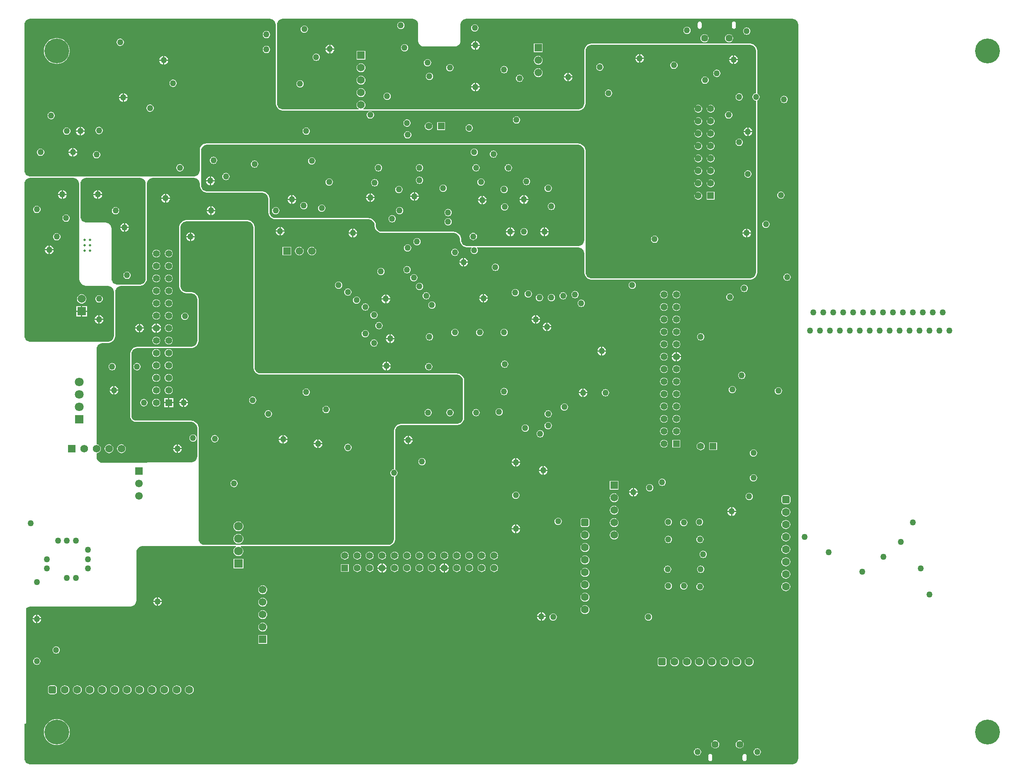
<source format=gbr>
%TF.GenerationSoftware,Altium Limited,Altium Designer,23.9.2 (47)*%
G04 Layer_Physical_Order=4*
G04 Layer_Color=36540*
%FSLAX45Y45*%
%MOMM*%
%TF.SameCoordinates,7747E0AE-D8E6-467E-A507-EEFEC3D8B4F9*%
%TF.FilePolarity,Positive*%
%TF.FileFunction,Copper,L4,Inr,Signal*%
%TF.Part,Single*%
G01*
G75*
%TA.AperFunction,ComponentPad*%
%ADD86C,1.57000*%
%ADD87R,1.57000X1.57000*%
%ADD88R,1.57000X1.57000*%
%ADD89C,1.45000*%
%ADD90C,1.60000*%
G04:AMPARAMS|DCode=91|XSize=1.6mm|YSize=1.6mm|CornerRadius=0.4mm|HoleSize=0mm|Usage=FLASHONLY|Rotation=0.000|XOffset=0mm|YOffset=0mm|HoleType=Round|Shape=RoundedRectangle|*
%AMROUNDEDRECTD91*
21,1,1.60000,0.80000,0,0,0.0*
21,1,0.80000,1.60000,0,0,0.0*
1,1,0.80000,0.40000,-0.40000*
1,1,0.80000,-0.40000,-0.40000*
1,1,0.80000,-0.40000,0.40000*
1,1,0.80000,0.40000,0.40000*
%
%ADD91ROUNDEDRECTD91*%
G04:AMPARAMS|DCode=92|XSize=1.6mm|YSize=1.6mm|CornerRadius=0.4mm|HoleSize=0mm|Usage=FLASHONLY|Rotation=270.000|XOffset=0mm|YOffset=0mm|HoleType=Round|Shape=RoundedRectangle|*
%AMROUNDEDRECTD92*
21,1,1.60000,0.80000,0,0,270.0*
21,1,0.80000,1.60000,0,0,270.0*
1,1,0.80000,-0.40000,-0.40000*
1,1,0.80000,-0.40000,0.40000*
1,1,0.80000,0.40000,0.40000*
1,1,0.80000,0.40000,-0.40000*
%
%ADD92ROUNDEDRECTD92*%
%TA.AperFunction,ViaPad*%
%ADD93C,5.08000*%
%TA.AperFunction,ComponentPad*%
%ADD94C,1.67000*%
%ADD95R,1.67000X1.67000*%
%ADD96R,1.40000X1.40000*%
%ADD97C,1.40000*%
%ADD98R,1.39000X1.39000*%
%ADD99R,1.38900X1.38900*%
%ADD100C,1.38900*%
%ADD101R,1.39000X1.39000*%
%ADD102R,1.80000X1.80000*%
%ADD103C,1.80000*%
%ADD104R,1.55000X1.55000*%
%ADD105C,1.55000*%
%ADD106R,1.55000X1.55000*%
%TA.AperFunction,ViaPad*%
%ADD107C,1.27000*%
%ADD108C,0.50000*%
%ADD109C,1.39000*%
G36*
X22058858Y17775146D02*
X22081981Y17765582D01*
X22102789Y17751685D01*
X22120485Y17733990D01*
X22134383Y17713181D01*
X22143947Y17690057D01*
X22148811Y17665512D01*
X22148799Y17653000D01*
X22148801Y2667000D01*
X22148799Y2667000D01*
Y2654491D01*
X22143919Y2629955D01*
X22134344Y2606843D01*
X22120447Y2586042D01*
X22102757Y2568353D01*
X22081956Y2554454D01*
X22058844Y2544881D01*
X22034308Y2540000D01*
X6477000D01*
X6464490Y2539994D01*
X6439949Y2544867D01*
X6416831Y2554437D01*
X6396026Y2568335D01*
X6378334Y2586026D01*
X6364436Y2606831D01*
X6354867Y2629949D01*
X6349994Y2654490D01*
X6350000Y2667000D01*
Y3367592D01*
X6362700D01*
X6371619Y3369366D01*
X6379181Y3374419D01*
X6384234Y3381981D01*
X6386008Y3390900D01*
Y5727522D01*
X6395991Y5737505D01*
X6416805Y5751402D01*
X6439935Y5760963D01*
X6464486Y5765818D01*
X6477000Y5765800D01*
X8497058Y5765800D01*
X8508999Y5765800D01*
X8509000Y5765799D01*
X8509000Y5765800D01*
X8521451Y5766401D01*
X8545879Y5771242D01*
X8568890Y5780761D01*
X8589600Y5794591D01*
X8607208Y5812200D01*
X8621039Y5832909D01*
X8630558Y5855920D01*
X8635399Y5880348D01*
X8635999Y5892800D01*
X8635999Y6870699D01*
X8636000Y6870699D01*
X8635999Y6870699D01*
X8635982Y6883213D01*
X8640839Y6907763D01*
X8650400Y6930892D01*
X8664297Y6951705D01*
X8681993Y6969402D01*
X8702807Y6983299D01*
X8725935Y6992860D01*
X8750486Y6997717D01*
X8763000Y6997700D01*
X10669165D01*
X10671691Y6985000D01*
X10668287Y6983590D01*
X10647364Y6967535D01*
X10631309Y6946612D01*
X10621217Y6922247D01*
X10617774Y6896100D01*
X10621217Y6869953D01*
X10631309Y6845588D01*
X10647364Y6824665D01*
X10668287Y6808610D01*
X10692651Y6798518D01*
X10718798Y6795076D01*
X10744945Y6798518D01*
X10769310Y6808610D01*
X10790233Y6824665D01*
X10806288Y6845588D01*
X10816380Y6869953D01*
X10819823Y6896100D01*
X10816380Y6922247D01*
X10806288Y6946612D01*
X10790233Y6967535D01*
X10769310Y6983590D01*
X10765906Y6985000D01*
X10768432Y6997700D01*
X13766798Y6997700D01*
X13766800Y6997699D01*
X13766800Y6997700D01*
X13781741Y6998421D01*
X13811055Y7004230D01*
X13838669Y7015653D01*
X13863519Y7032250D01*
X13884650Y7053380D01*
X13901247Y7078231D01*
X13912669Y7105845D01*
X13918478Y7135157D01*
X13919200Y7150100D01*
X13919200Y8427092D01*
X13930948Y8431958D01*
X13946335Y8443765D01*
X13958142Y8459152D01*
X13965564Y8477071D01*
X13968095Y8496300D01*
X13965564Y8515529D01*
X13958142Y8533448D01*
X13946335Y8548835D01*
X13930948Y8560642D01*
X13919200Y8565508D01*
Y9335237D01*
X13919200Y9347199D01*
X13919202Y9347199D01*
X13919202Y9347200D01*
X13919200Y9347201D01*
X13919185Y9359712D01*
X13924043Y9384261D01*
X13933607Y9407388D01*
X13947504Y9428200D01*
X13965199Y9445896D01*
X13986012Y9459793D01*
X14009138Y9469355D01*
X14033687Y9474215D01*
X14046201Y9474199D01*
X15176498Y9474200D01*
X15176500Y9474199D01*
X15176500Y9474200D01*
X15191441Y9474921D01*
X15220755Y9480730D01*
X15248369Y9492153D01*
X15273219Y9508750D01*
X15294350Y9529880D01*
X15310947Y9554731D01*
X15322369Y9582345D01*
X15328178Y9611657D01*
X15328900Y9626600D01*
X15328900Y10375900D01*
X15328900D01*
X15328899Y10375901D01*
X15328174Y10390841D01*
X15322359Y10420150D01*
X15310933Y10447760D01*
X15294336Y10472607D01*
X15273207Y10493736D01*
X15248360Y10510333D01*
X15220750Y10521759D01*
X15191441Y10527574D01*
X15176500Y10528299D01*
X11176000Y10528300D01*
X11163492D01*
X11138955Y10533180D01*
X11115843Y10542754D01*
X11095042Y10556652D01*
X11077352Y10574342D01*
X11063454Y10595143D01*
X11053880Y10618255D01*
X11049000Y10642792D01*
Y10655300D01*
Y13512801D01*
X11049000D01*
X11048999Y13512801D01*
X11048274Y13527740D01*
X11042459Y13557050D01*
X11031033Y13584660D01*
X11014436Y13609508D01*
X10993307Y13630637D01*
X10968460Y13647234D01*
X10940850Y13658659D01*
X10911541Y13664474D01*
X10896600Y13665199D01*
X9664700Y13665199D01*
X9664700Y13665199D01*
X9649762Y13664465D01*
X9620460Y13658636D01*
X9592859Y13647205D01*
X9568018Y13630606D01*
X9546893Y13609480D01*
X9530295Y13584641D01*
X9518862Y13557039D01*
X9513034Y13527737D01*
X9512300Y13512801D01*
Y12319000D01*
X9513029Y12304060D01*
X9518852Y12274755D01*
X9530281Y12247150D01*
X9546879Y12222306D01*
X9568006Y12201179D01*
X9592850Y12184581D01*
X9620455Y12173152D01*
X9649760Y12167329D01*
X9664700Y12166600D01*
X9766108D01*
X9790644Y12161719D01*
X9813757Y12152146D01*
X9834558Y12138247D01*
X9852247Y12120558D01*
X9866146Y12099757D01*
X9875719Y12076644D01*
X9880600Y12052108D01*
Y12039600D01*
Y11201400D01*
X9880600Y11201400D01*
Y11188891D01*
X9875719Y11164355D01*
X9866146Y11141243D01*
X9852247Y11120442D01*
X9834557Y11102752D01*
X9813757Y11088854D01*
X9790644Y11079280D01*
X9766108Y11074400D01*
X9753599Y11074400D01*
X8661400D01*
X8661400Y11074399D01*
X8646462Y11073666D01*
X8617160Y11067837D01*
X8589559Y11056404D01*
X8564718Y11039806D01*
X8543593Y11018681D01*
X8526995Y10993840D01*
X8515562Y10966239D01*
X8509734Y10936937D01*
X8509000Y10921999D01*
X8508999Y9664699D01*
X8509611Y9652251D01*
X8514468Y9627833D01*
X8523995Y9604832D01*
X8537827Y9584131D01*
X8555431Y9566527D01*
X8576132Y9552695D01*
X8599133Y9543168D01*
X8623551Y9538311D01*
X8635999Y9537700D01*
X9753595D01*
X9753597Y9537696D01*
X9753597Y9537696D01*
X9766108Y9537707D01*
X9790653Y9532841D01*
X9813775Y9523276D01*
X9834584Y9509379D01*
X9852278Y9491685D01*
X9866176Y9470877D01*
X9875743Y9447756D01*
X9880610Y9423211D01*
X9880599Y9410700D01*
X9880600Y8839200D01*
X9880596Y8839197D01*
Y8826688D01*
X9875716Y8802153D01*
X9866143Y8779041D01*
X9852244Y8758241D01*
X9834555Y8740552D01*
X9813755Y8726654D01*
X9790643Y8717080D01*
X9766108Y8712200D01*
X9753600D01*
X7950199Y8699500D01*
X7937063Y8700122D01*
X7911541Y8706469D01*
X7887748Y8717674D01*
X7866600Y8733308D01*
X7848909Y8752768D01*
X7835357Y8775306D01*
X7826463Y8800056D01*
X7822571Y8826065D01*
X7823200Y8839200D01*
Y8902174D01*
X7823200Y8902175D01*
X7846345Y8905222D01*
X7867913Y8914156D01*
X7886433Y8928367D01*
X7900644Y8946887D01*
X7909578Y8968455D01*
X7912625Y8991600D01*
X7909578Y9014745D01*
X7900644Y9036313D01*
X7886433Y9054833D01*
X7867913Y9069044D01*
X7846345Y9077978D01*
X7823200Y9081025D01*
X7823200Y9081025D01*
X7823200Y11011637D01*
X7823200Y11023597D01*
X7823201Y11023598D01*
X7823201Y11023600D01*
X7823200Y11023601D01*
X7823199Y11036106D01*
X7828079Y11060643D01*
X7837652Y11083756D01*
X7851551Y11104557D01*
X7869241Y11122247D01*
X7890042Y11136146D01*
X7913154Y11145720D01*
X7937691Y11150600D01*
X7950199Y11150599D01*
X8039858Y11150600D01*
X8051799Y11150600D01*
X8051800Y11150599D01*
X8051801Y11150600D01*
X8066738Y11151334D01*
X8096039Y11157162D01*
X8123641Y11168595D01*
X8148481Y11185193D01*
X8169606Y11206318D01*
X8186204Y11231159D01*
X8197637Y11258760D01*
X8203466Y11288062D01*
X8204200Y11303000D01*
Y12191994D01*
X8204198Y12204503D01*
X8209076Y12229041D01*
X8218648Y12252156D01*
X8232547Y12272958D01*
X8250237Y12290649D01*
X8271039Y12304548D01*
X8294153Y12314122D01*
X8318691Y12319001D01*
X8331200Y12318999D01*
X8686820Y12319000D01*
X8686941Y12318999D01*
X8699501Y12318999D01*
Y12319000D01*
X8714431Y12319732D01*
X8743735Y12325559D01*
X8771338Y12336990D01*
X8796181Y12353588D01*
X8817307Y12374714D01*
X8833906Y12399555D01*
X8845339Y12427158D01*
X8851166Y12456461D01*
X8851899Y12471400D01*
X8851900Y14389822D01*
X8851900Y14401794D01*
X8851901Y14401794D01*
X8851901Y14401801D01*
X8851900Y14401801D01*
X8851885Y14414307D01*
X8856746Y14438857D01*
X8866309Y14461983D01*
X8880206Y14482796D01*
X8897901Y14500490D01*
X8918713Y14514388D01*
X8941838Y14523952D01*
X8966387Y14528813D01*
X8978900Y14528799D01*
X9804381Y14528799D01*
X9804388Y14528786D01*
X9804388Y14528786D01*
X9816899Y14528796D01*
X9841444Y14523933D01*
X9864566Y14514368D01*
X9885375Y14500473D01*
X9903070Y14482780D01*
X9916970Y14461975D01*
X9926539Y14438853D01*
X9931408Y14414311D01*
X9931399Y14401799D01*
X9931400Y14376387D01*
X9932130Y14361449D01*
X9937953Y14332144D01*
X9949383Y14304539D01*
X9965981Y14279698D01*
X9987108Y14258572D01*
X10011951Y14241977D01*
X10039556Y14230550D01*
X10068860Y14224728D01*
X10083799Y14224001D01*
X11201381D01*
X11201388Y14223985D01*
X11201388Y14223985D01*
X11213899Y14223997D01*
X11238444Y14219133D01*
X11261566Y14209567D01*
X11282375Y14195673D01*
X11300070Y14177982D01*
X11313970Y14157175D01*
X11323539Y14134055D01*
X11328408Y14109511D01*
X11328399Y14096999D01*
X11328400Y13830287D01*
X11329130Y13815347D01*
X11334953Y13786044D01*
X11346383Y13758440D01*
X11362981Y13733598D01*
X11384108Y13712473D01*
X11408952Y13695877D01*
X11436556Y13684448D01*
X11465860Y13678629D01*
X11480799Y13677901D01*
X13373080D01*
X13373088Y13677885D01*
X13373088Y13677885D01*
X13385599Y13677898D01*
X13410144Y13673033D01*
X13433266Y13663467D01*
X13454076Y13649573D01*
X13471770Y13631882D01*
X13485670Y13611075D01*
X13495238Y13587955D01*
X13500108Y13563411D01*
X13500099Y13550899D01*
X13500832Y13535950D01*
X13506657Y13506647D01*
X13518089Y13479045D01*
X13534688Y13454204D01*
X13555814Y13433080D01*
X13580656Y13416484D01*
X13608260Y13405054D01*
X13637561Y13399231D01*
X13652499Y13398500D01*
X15112982Y13398499D01*
X15112988Y13398485D01*
X15112988Y13398486D01*
X15125499Y13398492D01*
X15150041Y13393623D01*
X15173160Y13384058D01*
X15193967Y13370161D01*
X15211659Y13352470D01*
X15225558Y13331667D01*
X15235130Y13308549D01*
X15240005Y13284010D01*
X15239999Y13271500D01*
X15239999Y13258788D01*
X15240730Y13243848D01*
X15246555Y13214545D01*
X15257986Y13186942D01*
X15274583Y13162102D01*
X15295711Y13140976D01*
X15320554Y13124380D01*
X15348157Y13112952D01*
X15377461Y13107129D01*
X15392400Y13106400D01*
X15475090D01*
X15478233Y13093700D01*
X15467758Y13080048D01*
X15460336Y13062129D01*
X15457803Y13042900D01*
X15460336Y13023671D01*
X15467758Y13005753D01*
X15479565Y12990366D01*
X15494952Y12978558D01*
X15512871Y12971136D01*
X15532100Y12968604D01*
X15551329Y12971136D01*
X15569247Y12978558D01*
X15584634Y12990366D01*
X15596442Y13005753D01*
X15603864Y13023671D01*
X15606396Y13042900D01*
X15603864Y13062129D01*
X15596442Y13080048D01*
X15585966Y13093700D01*
X15589110Y13106400D01*
X17652988Y13106400D01*
X17652992Y13106387D01*
X17652992Y13106389D01*
X17665501Y13106390D01*
X17690039Y13101514D01*
X17713155Y13091940D01*
X17733957Y13078044D01*
X17751648Y13060355D01*
X17765549Y13039554D01*
X17775124Y13016441D01*
X17780003Y12991904D01*
X17780003Y12979395D01*
X17780005Y12598395D01*
X17780016Y12598384D01*
X17780750Y12583448D01*
X17786578Y12554149D01*
X17798009Y12526551D01*
X17814606Y12501712D01*
X17835728Y12480589D01*
X17860567Y12463993D01*
X17888165Y12452562D01*
X17917464Y12446734D01*
X17932401Y12446000D01*
X21158192D01*
X21173129Y12446732D01*
X21202434Y12452558D01*
X21230038Y12463989D01*
X21254881Y12480587D01*
X21276009Y12501713D01*
X21292607Y12526555D01*
X21304039Y12554158D01*
X21309866Y12583461D01*
X21310599Y12598400D01*
X21310600Y16110593D01*
X21322348Y16115459D01*
X21337735Y16127264D01*
X21349542Y16142651D01*
X21356964Y16160571D01*
X21359496Y16179800D01*
X21356964Y16199030D01*
X21349542Y16216948D01*
X21337735Y16232335D01*
X21322348Y16244142D01*
X21310600Y16249008D01*
Y17119598D01*
X21310600Y17119600D01*
X21310587Y17119606D01*
X21309856Y17134531D01*
X21304031Y17163832D01*
X21292601Y17191435D01*
X21276004Y17216277D01*
X21254880Y17237404D01*
X21230040Y17254002D01*
X21202438Y17265437D01*
X21173137Y17271266D01*
X21158199Y17271999D01*
X17932401Y17272000D01*
X17932387Y17271986D01*
X17917451Y17271252D01*
X17888152Y17265425D01*
X17860551Y17253995D01*
X17835715Y17237396D01*
X17814590Y17216273D01*
X17797993Y17191435D01*
X17786562Y17163837D01*
X17780734Y17134537D01*
X17780000Y17119600D01*
Y16052800D01*
Y16040292D01*
X17775119Y16015755D01*
X17765546Y15992644D01*
X17751646Y15971841D01*
X17733958Y15954152D01*
X17713158Y15940254D01*
X17690044Y15930679D01*
X17665508Y15925800D01*
X13270551D01*
X13267476Y15932655D01*
X13267033Y15938499D01*
X13283932Y15951466D01*
X13298145Y15969987D01*
X13307079Y15991554D01*
X13310126Y16014700D01*
X13307079Y16037845D01*
X13298145Y16059413D01*
X13283932Y16077933D01*
X13265413Y16092143D01*
X13243845Y16101077D01*
X13220700Y16104124D01*
X13197556Y16101077D01*
X13175987Y16092143D01*
X13157468Y16077933D01*
X13143256Y16059413D01*
X13134322Y16037845D01*
X13131274Y16014700D01*
X13134322Y15991554D01*
X13143256Y15969987D01*
X13157468Y15951466D01*
X13174367Y15938499D01*
X13173924Y15932655D01*
X13170850Y15925800D01*
X11633173D01*
X11620665Y15925800D01*
X11596130Y15930679D01*
X11573019Y15940253D01*
X11552220Y15954150D01*
X11534534Y15971841D01*
X11520639Y15992644D01*
X11511071Y16015756D01*
X11506196Y16040292D01*
X11506200Y16052800D01*
Y17652921D01*
X11506182Y17665437D01*
X11511038Y17689993D01*
X11520598Y17713129D01*
X11534493Y17733951D01*
X11552188Y17751657D01*
X11573001Y17765564D01*
X11596130Y17775137D01*
X11620684Y17780009D01*
X11633200Y17779999D01*
X14262100Y17780000D01*
X14274608D01*
X14299144Y17775119D01*
X14322256Y17765546D01*
X14343057Y17751646D01*
X14360747Y17733958D01*
X14374646Y17713158D01*
X14384219Y17690044D01*
X14389101Y17665508D01*
Y17335500D01*
X14389709Y17323051D01*
X14394560Y17298630D01*
X14404086Y17275626D01*
X14417918Y17254922D01*
X14435522Y17237318D01*
X14456226Y17223486D01*
X14479230Y17213960D01*
X14503651Y17209108D01*
X14516100Y17208501D01*
X15125700D01*
X15138152Y17209100D01*
X15162579Y17213943D01*
X15185590Y17223462D01*
X15206297Y17237292D01*
X15223907Y17254901D01*
X15237737Y17275610D01*
X15247256Y17298621D01*
X15252098Y17323048D01*
X15252699Y17335500D01*
X15252699Y17653000D01*
Y17665508D01*
X15257581Y17690044D01*
X15267154Y17713158D01*
X15281052Y17733958D01*
X15298743Y17751646D01*
X15319543Y17765546D01*
X15342654Y17775119D01*
X15367192Y17780000D01*
X22021799D01*
X22021800Y17779999D01*
X22021800Y17779999D01*
X22034312Y17780011D01*
X22058858Y17775146D01*
D02*
G37*
G36*
X11390844Y17775119D02*
X11413957Y17765546D01*
X11434758Y17751646D01*
X11452447Y17733958D01*
X11466346Y17713158D01*
X11475919Y17690044D01*
X11480800Y17665508D01*
Y17653000D01*
Y16052800D01*
X11481534Y16037862D01*
X11487362Y16008562D01*
X11498795Y15980959D01*
X11515393Y15956117D01*
X11536518Y15934993D01*
X11561359Y15918394D01*
X11588961Y15906963D01*
X11618262Y15901134D01*
X11633200Y15900400D01*
X11633200Y15900400D01*
X17653000D01*
X17667937Y15901134D01*
X17697240Y15906963D01*
X17724840Y15918394D01*
X17749681Y15934993D01*
X17770805Y15956117D01*
X17787404Y15980959D01*
X17798836Y16008560D01*
X17804665Y16037862D01*
X17805399Y16052798D01*
X17805400Y16052800D01*
Y17119600D01*
Y17132108D01*
X17810280Y17156644D01*
X17819855Y17179758D01*
X17833752Y17200557D01*
X17851442Y17218246D01*
X17872243Y17232146D01*
X17895355Y17241719D01*
X17919891Y17246599D01*
X17932399D01*
X17932401Y17246600D01*
X21158200Y17246599D01*
X21170708Y17246600D01*
X21195244Y17241719D01*
X21218356Y17232146D01*
X21239157Y17218245D01*
X21256847Y17200555D01*
X21270744Y17179755D01*
X21280316Y17156641D01*
X21285194Y17132104D01*
X21285193Y17119595D01*
X21285193Y17119595D01*
X21285201Y17119592D01*
Y16253461D01*
X21275504D01*
X21256767Y16248441D01*
X21239972Y16238742D01*
X21226257Y16225027D01*
X21216560Y16208232D01*
X21211540Y16189497D01*
Y16170103D01*
X21216560Y16151369D01*
X21226257Y16134572D01*
X21239972Y16120857D01*
X21256767Y16111160D01*
X21275504Y16106140D01*
X21285201D01*
X21285199Y12598399D01*
X21285201Y12585891D01*
X21280321Y12561354D01*
X21270747Y12538241D01*
X21256848Y12517439D01*
X21239157Y12499749D01*
X21218356Y12485851D01*
X21195242Y12476278D01*
X21170705Y12471399D01*
X21158195Y12471400D01*
X17932401D01*
X17919891Y12471399D01*
X17895355Y12476279D01*
X17872243Y12485852D01*
X17851442Y12499750D01*
X17833752Y12517439D01*
X17819855Y12538239D01*
X17810281Y12561352D01*
X17805400Y12585887D01*
X17805400Y12598395D01*
X17805400Y12598400D01*
Y15074899D01*
X17804666Y15089838D01*
X17798837Y15119139D01*
X17787405Y15146741D01*
X17770807Y15171581D01*
X17749681Y15192706D01*
X17724841Y15209303D01*
X17697240Y15220737D01*
X17667938Y15226566D01*
X17653000Y15227299D01*
X10058400Y15227299D01*
X10045951Y15226688D01*
X10021533Y15221832D01*
X9998532Y15212305D01*
X9977831Y15198473D01*
X9960226Y15180869D01*
X9946395Y15160168D01*
X9936868Y15137166D01*
X9932011Y15112749D01*
X9931400Y15100301D01*
X9931400Y15100301D01*
X9931400Y15100299D01*
X9931399Y14681200D01*
X9931400Y14668690D01*
X9926520Y14644154D01*
X9916946Y14621042D01*
X9903047Y14600241D01*
X9885357Y14582552D01*
X9864556Y14568652D01*
X9841443Y14559079D01*
X9816906Y14554199D01*
X9804398Y14554201D01*
X6464492D01*
X6439955Y14559081D01*
X6416843Y14568654D01*
X6396042Y14582552D01*
X6378352Y14600243D01*
X6364454Y14621043D01*
X6354880Y14644154D01*
X6350000Y14668692D01*
Y14681200D01*
Y17653000D01*
Y17665508D01*
X6354880Y17690044D01*
X6364454Y17713155D01*
X6378352Y17733955D01*
X6396041Y17751643D01*
X6416841Y17765543D01*
X6439953Y17775116D01*
X6464488Y17779996D01*
X6476996Y17779996D01*
X6477000Y17780000D01*
X11366308D01*
X11390844Y17775119D01*
D02*
G37*
G36*
X10933647Y13634924D02*
X10956762Y13625352D01*
X10977564Y13611455D01*
X10995255Y13593764D01*
X11009153Y13572961D01*
X11018725Y13549847D01*
X11023602Y13525310D01*
X11023599Y13512799D01*
X11023599D01*
X11023600Y13512799D01*
Y10655300D01*
X11024333Y10640362D01*
X11030160Y10611060D01*
X11041592Y10583457D01*
X11058190Y10558616D01*
X11079316Y10537490D01*
X11104157Y10520892D01*
X11131760Y10509460D01*
X11161062Y10503633D01*
X11176000Y10502900D01*
X15176500Y10502899D01*
X15189008Y10502900D01*
X15213545Y10498018D01*
X15236658Y10488443D01*
X15257455Y10474542D01*
X15275143Y10456849D01*
X15289040Y10436046D01*
X15298607Y10412931D01*
X15303481Y10388393D01*
X15303477Y10375885D01*
X15303477Y10375884D01*
X15303477Y10375884D01*
X15303499Y9626600D01*
X15303502Y9614090D01*
X15298624Y9589550D01*
X15289050Y9566434D01*
X15275150Y9545631D01*
X15257457Y9527940D01*
X15236652Y9514042D01*
X15213535Y9504471D01*
X15188994Y9499596D01*
X15176483Y9499601D01*
X15176483Y9499600D01*
X14046201Y9499599D01*
X14031261Y9498868D01*
X14001958Y9493044D01*
X13974353Y9481613D01*
X13949510Y9465015D01*
X13928384Y9443888D01*
X13911786Y9419045D01*
X13900356Y9391441D01*
X13894531Y9362137D01*
X13893800Y9347200D01*
X13893800Y9347200D01*
X13893800Y9347198D01*
X13893800Y8569960D01*
X13884103D01*
X13865369Y8564940D01*
X13848572Y8555242D01*
X13834859Y8541528D01*
X13825160Y8524732D01*
X13820140Y8505997D01*
Y8486603D01*
X13825160Y8467868D01*
X13834859Y8451072D01*
X13848572Y8437358D01*
X13865369Y8427660D01*
X13884103Y8422640D01*
X13893800D01*
X13893799Y7150100D01*
X13893803Y7137590D01*
X13888927Y7113051D01*
X13879355Y7089936D01*
X13865457Y7069132D01*
X13847766Y7051442D01*
X13826962Y7037543D01*
X13803847Y7027972D01*
X13779308Y7023096D01*
X13766798Y7023100D01*
X10032999D01*
X10020491Y7023099D01*
X9995954Y7027978D01*
X9972841Y7037550D01*
X9952039Y7051448D01*
X9934349Y7069138D01*
X9920451Y7089939D01*
X9910878Y7113053D01*
X9905999Y7137589D01*
X9906000Y7150098D01*
X9905999Y9410700D01*
X9905266Y9425638D01*
X9899438Y9454940D01*
X9888006Y9482541D01*
X9871407Y9507382D01*
X9850282Y9528507D01*
X9825441Y9545105D01*
X9797838Y9556537D01*
X9768536Y9562364D01*
X9753602Y9563097D01*
X9753600Y9563100D01*
X9753600Y9563100D01*
X8635998D01*
X8625991Y9563099D01*
X8606362Y9567002D01*
X8587871Y9574660D01*
X8571230Y9585779D01*
X8557078Y9599931D01*
X8545959Y9616572D01*
X8538301Y9635063D01*
X8534398Y9654692D01*
X8534399Y9664699D01*
X8534400Y10922000D01*
X8534399Y10934508D01*
X8539280Y10959044D01*
X8548854Y10982157D01*
X8562752Y11002957D01*
X8580442Y11020647D01*
X8601242Y11034545D01*
X8624355Y11044119D01*
X8648890Y11048999D01*
X8661399Y11048999D01*
X8661399Y11048999D01*
X9753600Y11049000D01*
X9768538Y11049734D01*
X9797839Y11055562D01*
X9825441Y11066995D01*
X9850281Y11083593D01*
X9871406Y11104718D01*
X9888004Y11129559D01*
X9899437Y11157160D01*
X9905266Y11186462D01*
X9905999Y11201400D01*
X9906000Y11201400D01*
X9905999Y12039600D01*
X9905268Y12054539D01*
X9899443Y12083842D01*
X9888012Y12111445D01*
X9871414Y12136288D01*
X9850288Y12157414D01*
X9825445Y12174012D01*
X9797842Y12185443D01*
X9768539Y12191268D01*
X9753601Y12191999D01*
X9753600Y12192000D01*
X9753600Y12192000D01*
X9652192D01*
X9627655Y12196880D01*
X9604543Y12206454D01*
X9583742Y12220352D01*
X9566052Y12238042D01*
X9552154Y12258843D01*
X9542580Y12281955D01*
X9537700Y12306492D01*
Y12319000D01*
Y13512801D01*
X9537700Y13525308D01*
X9542580Y13549844D01*
X9552154Y13572957D01*
X9566052Y13593758D01*
X9583742Y13611447D01*
X9604543Y13625346D01*
X9627655Y13634920D01*
X9652191Y13639799D01*
X9664700Y13639799D01*
X9664700Y13639799D01*
X10896599Y13639799D01*
X10909109Y13639803D01*
X10933647Y13634924D01*
D02*
G37*
G36*
X17690045Y15197021D02*
X17713159Y15187450D01*
X17733960Y15173550D01*
X17751651Y15155859D01*
X17765549Y15135059D01*
X17775121Y15111945D01*
X17780000Y15087407D01*
X17779997Y15074899D01*
X17779997Y15074898D01*
X17780000Y15074896D01*
X17779999Y13258800D01*
X17780000Y13246291D01*
X17775122Y13221753D01*
X17765549Y13198639D01*
X17751651Y13177838D01*
X17733961Y13160147D01*
X17713159Y13146249D01*
X17690045Y13136676D01*
X17665508Y13131796D01*
X17653000Y13131799D01*
X17653000Y13131799D01*
X17652998Y13131799D01*
X15392400Y13131799D01*
X15379890Y13131798D01*
X15355354Y13136678D01*
X15332240Y13146251D01*
X15311440Y13160149D01*
X15293750Y13177840D01*
X15279851Y13198640D01*
X15270277Y13221753D01*
X15265399Y13246291D01*
X15265401Y13258798D01*
X15265401Y13258800D01*
X15265399Y13271498D01*
X15264667Y13286436D01*
X15258841Y13315739D01*
X15247409Y13343343D01*
X15230811Y13368184D01*
X15209685Y13389310D01*
X15184843Y13405907D01*
X15157240Y13417339D01*
X15127937Y13423164D01*
X15113000Y13423897D01*
X15112999Y13423898D01*
X15112999Y13423898D01*
X13652499Y13423898D01*
X13639992Y13423898D01*
X13615454Y13428778D01*
X13592342Y13438351D01*
X13571539Y13452249D01*
X13553850Y13469939D01*
X13539951Y13490739D01*
X13530379Y13513853D01*
X13525499Y13538390D01*
X13525499Y13550899D01*
X13525499Y13550899D01*
X13524767Y13565837D01*
X13518938Y13595139D01*
X13507506Y13622742D01*
X13490907Y13647581D01*
X13469781Y13668707D01*
X13444942Y13685304D01*
X13417339Y13696738D01*
X13388036Y13702563D01*
X13373100Y13703297D01*
X13373099Y13703299D01*
X13373099Y13703299D01*
X11480799Y13703300D01*
X11468291Y13703299D01*
X11443754Y13708179D01*
X11420641Y13717751D01*
X11399840Y13731650D01*
X11382150Y13749339D01*
X11368252Y13770142D01*
X11358679Y13793254D01*
X11353799Y13817790D01*
X11353800Y13830299D01*
X11353799Y14096999D01*
X11353066Y14111935D01*
X11347239Y14141238D01*
X11335806Y14168840D01*
X11319208Y14193681D01*
X11298083Y14214807D01*
X11273241Y14231406D01*
X11245639Y14242838D01*
X11216336Y14248663D01*
X11201400Y14249397D01*
X11201399Y14249399D01*
X11201399Y14249399D01*
X10083800Y14249400D01*
X10071291Y14249399D01*
X10046754Y14254279D01*
X10023641Y14263850D01*
X10002840Y14277750D01*
X9985150Y14295441D01*
X9971252Y14316241D01*
X9961679Y14339354D01*
X9956799Y14363890D01*
X9956800Y14376399D01*
Y15074899D01*
Y15087408D01*
X9961681Y15111945D01*
X9971254Y15135056D01*
X9985152Y15155856D01*
X10002842Y15173546D01*
X10023643Y15187445D01*
X10046755Y15197018D01*
X10071291Y15201898D01*
X10083799D01*
X10083799Y15201900D01*
X17652998Y15201900D01*
X17665508Y15201901D01*
X17690045Y15197021D01*
D02*
G37*
G36*
X7620000Y14528799D02*
X8699498Y14528799D01*
X8699499Y14528798D01*
X8699499Y14528798D01*
X8712008Y14528799D01*
X8736545Y14523921D01*
X8759659Y14514349D01*
X8780461Y14500452D01*
X8798151Y14482761D01*
X8812050Y14461958D01*
X8821622Y14438846D01*
X8826501Y14414308D01*
X8826499Y14401801D01*
X8826500Y12471400D01*
X8826499Y12471399D01*
Y12458891D01*
X8821619Y12434355D01*
X8812045Y12411242D01*
X8798146Y12390442D01*
X8780457Y12372752D01*
X8759656Y12358854D01*
X8736544Y12349280D01*
X8712008Y12344400D01*
X8699500Y12344400D01*
X8255000D01*
X8242491Y12344400D01*
X8217955Y12349280D01*
X8194843Y12358854D01*
X8174042Y12372752D01*
X8156352Y12390442D01*
X8142454Y12411243D01*
X8132880Y12434355D01*
X8127999Y12458891D01*
X8128000Y12471400D01*
Y12827000D01*
X8128000Y13487399D01*
X8128000Y13487399D01*
X8127998Y13487401D01*
X8127388Y13499847D01*
X8122532Y13524266D01*
X8113005Y13547269D01*
X8099174Y13567969D01*
X8081570Y13585574D01*
X8060869Y13599406D01*
X8037867Y13608932D01*
X8013448Y13613789D01*
X8001000Y13614400D01*
X7620000Y13614400D01*
X7607490Y13614400D01*
X7582954Y13619279D01*
X7559842Y13628854D01*
X7539041Y13642752D01*
X7521352Y13660442D01*
X7507453Y13681242D01*
X7497880Y13704355D01*
X7492999Y13728891D01*
X7493000Y13741399D01*
X7493000Y14389836D01*
X7493000Y14401797D01*
X7493001Y14401799D01*
X7493001Y14401801D01*
X7493000Y14401801D01*
X7492997Y14414308D01*
X7497874Y14438847D01*
X7507446Y14461961D01*
X7521344Y14482764D01*
X7539035Y14500455D01*
X7559837Y14514352D01*
X7582952Y14523924D01*
X7607490Y14528802D01*
X7620000Y14528799D01*
D02*
G37*
G36*
X6476999Y14528799D02*
X7340599Y14528799D01*
X7340600Y14528799D01*
X7340600Y14528799D01*
X7353108Y14528799D01*
X7377645Y14523920D01*
X7400758Y14514346D01*
X7421559Y14500449D01*
X7439248Y14482758D01*
X7453147Y14461957D01*
X7462720Y14438844D01*
X7467600Y14414308D01*
X7467599Y14401799D01*
X7467600Y12471400D01*
X7468333Y12456462D01*
X7474162Y12427160D01*
X7485595Y12399559D01*
X7502193Y12374718D01*
X7523318Y12353593D01*
X7548159Y12336995D01*
X7575760Y12325562D01*
X7605062Y12319734D01*
X7620000Y12319000D01*
X8051799D01*
X8051800Y12318999D01*
X8051800Y12318999D01*
X8064308Y12319000D01*
X8088844Y12314120D01*
X8111957Y12304546D01*
X8132758Y12290648D01*
X8150448Y12272958D01*
X8164346Y12252157D01*
X8173920Y12229044D01*
X8178800Y12204508D01*
X8178799Y12192000D01*
X8178799Y11302999D01*
X8178799Y11302999D01*
Y11290491D01*
X8173918Y11265955D01*
X8164345Y11242843D01*
X8150446Y11222042D01*
X8132757Y11204353D01*
X8111956Y11190454D01*
X8088844Y11180881D01*
X8064308Y11176000D01*
X8051800D01*
X6476996Y11176001D01*
X6464488Y11176000D01*
X6439952Y11180881D01*
X6416840Y11190454D01*
X6396040Y11204353D01*
X6378350Y11222042D01*
X6364452Y11242843D01*
X6354880Y11265955D01*
X6349999Y11290491D01*
X6350000Y11303000D01*
Y14401801D01*
X6349999Y14414308D01*
X6354879Y14438844D01*
X6364452Y14461958D01*
X6378350Y14482759D01*
X6396040Y14500449D01*
X6416841Y14514346D01*
X6439954Y14523920D01*
X6464491Y14528799D01*
X6476999Y14528799D01*
D02*
G37*
%LPC*%
G36*
X20835100Y17724248D02*
X20819431Y17721130D01*
X20806146Y17712254D01*
X20797270Y17698970D01*
X20794153Y17683299D01*
Y17613300D01*
X20797270Y17597630D01*
X20806146Y17584346D01*
X20819431Y17575470D01*
X20835100Y17572353D01*
X20850771Y17575470D01*
X20864053Y17584346D01*
X20872929Y17597630D01*
X20876047Y17613300D01*
Y17683299D01*
X20872929Y17698970D01*
X20864053Y17712254D01*
X20850771Y17721130D01*
X20835100Y17724248D01*
D02*
G37*
G36*
X20135100D02*
X20119431Y17721130D01*
X20106146Y17712254D01*
X20097270Y17698970D01*
X20094153Y17683299D01*
Y17613300D01*
X20097270Y17597630D01*
X20106146Y17584346D01*
X20119431Y17575470D01*
X20135100Y17572353D01*
X20150769Y17575470D01*
X20164053Y17584346D01*
X20172929Y17597630D01*
X20176047Y17613300D01*
Y17683299D01*
X20172929Y17698970D01*
X20164053Y17712254D01*
X20150769Y17721130D01*
X20135100Y17724248D01*
D02*
G37*
G36*
X14033501Y17714597D02*
X14014272Y17712064D01*
X13996352Y17704642D01*
X13980965Y17692834D01*
X13969157Y17677448D01*
X13961736Y17659529D01*
X13959204Y17640300D01*
X13961736Y17621071D01*
X13969157Y17603152D01*
X13980965Y17587766D01*
X13996352Y17575958D01*
X14014272Y17568536D01*
X14033501Y17566003D01*
X14052728Y17568536D01*
X14070648Y17575958D01*
X14086035Y17587766D01*
X14097842Y17603152D01*
X14105264Y17621071D01*
X14107796Y17640300D01*
X14105264Y17659529D01*
X14097842Y17677448D01*
X14086035Y17692834D01*
X14070648Y17704642D01*
X14052728Y17712064D01*
X14033501Y17714597D01*
D02*
G37*
G36*
X15544800Y17663795D02*
X15525571Y17661264D01*
X15507652Y17653842D01*
X15492265Y17642035D01*
X15480458Y17626648D01*
X15473036Y17608730D01*
X15470505Y17589500D01*
X15473036Y17570271D01*
X15480458Y17552351D01*
X15492265Y17536964D01*
X15507652Y17525159D01*
X15525571Y17517735D01*
X15544800Y17515204D01*
X15564029Y17517735D01*
X15581947Y17525159D01*
X15597334Y17536964D01*
X15609142Y17552351D01*
X15616563Y17570271D01*
X15619096Y17589500D01*
X15616563Y17608730D01*
X15609142Y17626648D01*
X15597334Y17642035D01*
X15581947Y17653842D01*
X15564029Y17661264D01*
X15544800Y17663795D01*
D02*
G37*
G36*
X12065000Y17638396D02*
X12045771Y17635864D01*
X12027852Y17628442D01*
X12012465Y17616635D01*
X12000658Y17601248D01*
X11993236Y17583328D01*
X11990704Y17564101D01*
X11993236Y17544872D01*
X12000658Y17526952D01*
X12012465Y17511565D01*
X12027852Y17499757D01*
X12045771Y17492336D01*
X12065000Y17489804D01*
X12084229Y17492336D01*
X12102148Y17499757D01*
X12117535Y17511565D01*
X12129342Y17526952D01*
X12136764Y17544872D01*
X12139296Y17564101D01*
X12136764Y17583328D01*
X12129342Y17601248D01*
X12117535Y17616635D01*
X12102148Y17628442D01*
X12084229Y17635864D01*
X12065000Y17638396D01*
D02*
G37*
G36*
X19875500Y17612996D02*
X19856271Y17610464D01*
X19838351Y17603043D01*
X19822964Y17591235D01*
X19811159Y17575848D01*
X19803735Y17557928D01*
X19801204Y17538699D01*
X19803735Y17519472D01*
X19811159Y17501552D01*
X19822964Y17486165D01*
X19838351Y17474358D01*
X19856271Y17466936D01*
X19875500Y17464404D01*
X19894730Y17466936D01*
X19912648Y17474358D01*
X19928035Y17486165D01*
X19939842Y17501552D01*
X19947264Y17519472D01*
X19949796Y17538699D01*
X19947264Y17557928D01*
X19939842Y17575848D01*
X19928035Y17591235D01*
X19912648Y17603043D01*
X19894730Y17610464D01*
X19875500Y17612996D01*
D02*
G37*
G36*
X21094701Y17600296D02*
X21075471Y17597765D01*
X21057552Y17590343D01*
X21042165Y17578535D01*
X21030357Y17563148D01*
X21022935Y17545229D01*
X21020404Y17525999D01*
X21022935Y17506770D01*
X21030357Y17488852D01*
X21042165Y17473465D01*
X21057552Y17461658D01*
X21075471Y17454236D01*
X21094701Y17451704D01*
X21113930Y17454236D01*
X21131848Y17461658D01*
X21147235Y17473465D01*
X21159042Y17488852D01*
X21166464Y17506770D01*
X21168996Y17525999D01*
X21166464Y17545229D01*
X21159042Y17563148D01*
X21147235Y17578535D01*
X21131848Y17590343D01*
X21113930Y17597765D01*
X21094701Y17600296D01*
D02*
G37*
G36*
X20735100Y17461673D02*
X20713521Y17458832D01*
X20693413Y17450504D01*
X20676146Y17437254D01*
X20662897Y17419986D01*
X20654568Y17399879D01*
X20651727Y17378300D01*
X20654568Y17356721D01*
X20662897Y17336613D01*
X20676146Y17319347D01*
X20693413Y17306097D01*
X20713521Y17297768D01*
X20735100Y17294926D01*
X20756677Y17297768D01*
X20776785Y17306097D01*
X20794054Y17319347D01*
X20807303Y17336613D01*
X20815633Y17356721D01*
X20818472Y17378300D01*
X20815633Y17399879D01*
X20807303Y17419986D01*
X20794054Y17437254D01*
X20776785Y17450504D01*
X20756677Y17458832D01*
X20735100Y17461673D01*
D02*
G37*
G36*
X20235100D02*
X20213521Y17458832D01*
X20193413Y17450504D01*
X20176146Y17437254D01*
X20162897Y17419986D01*
X20154568Y17399879D01*
X20151727Y17378300D01*
X20154568Y17356721D01*
X20162897Y17336613D01*
X20176146Y17319347D01*
X20193413Y17306097D01*
X20213521Y17297768D01*
X20235100Y17294926D01*
X20256677Y17297768D01*
X20276785Y17306097D01*
X20294054Y17319347D01*
X20307303Y17336613D01*
X20315633Y17356721D01*
X20318472Y17378300D01*
X20315633Y17399879D01*
X20307303Y17419986D01*
X20294054Y17437254D01*
X20276785Y17450504D01*
X20256677Y17458832D01*
X20235100Y17461673D01*
D02*
G37*
G36*
X15570200Y17321895D02*
Y17246600D01*
X15645496D01*
X15644112Y17257108D01*
X15635155Y17278734D01*
X15620905Y17297304D01*
X15602335Y17311554D01*
X15580707Y17320512D01*
X15570200Y17321895D01*
D02*
G37*
G36*
X15544800D02*
X15534293Y17320512D01*
X15512666Y17311554D01*
X15494096Y17297304D01*
X15479846Y17278734D01*
X15470888Y17257108D01*
X15469505Y17246600D01*
X15544800D01*
Y17321895D01*
D02*
G37*
G36*
X12598400Y17245695D02*
Y17170399D01*
X12673695D01*
X12672312Y17180907D01*
X12663354Y17202534D01*
X12649104Y17221104D01*
X12630534Y17235355D01*
X12608907Y17244312D01*
X12598400Y17245695D01*
D02*
G37*
G36*
X12573000D02*
X12562493Y17244312D01*
X12540866Y17235355D01*
X12522296Y17221104D01*
X12508046Y17202534D01*
X12499088Y17180907D01*
X12497705Y17170399D01*
X12573000D01*
Y17245695D01*
D02*
G37*
G36*
X15645496Y17221201D02*
X15570200D01*
Y17145905D01*
X15580707Y17147289D01*
X15602335Y17156245D01*
X15620905Y17170496D01*
X15635155Y17189066D01*
X15644112Y17210693D01*
X15645496Y17221201D01*
D02*
G37*
G36*
X15544800D02*
X15469505D01*
X15470888Y17210693D01*
X15479846Y17189066D01*
X15494096Y17170496D01*
X15512666Y17156245D01*
X15534293Y17147289D01*
X15544800Y17145905D01*
Y17221201D01*
D02*
G37*
G36*
X14109700Y17257396D02*
X14090471Y17254865D01*
X14072552Y17247443D01*
X14057166Y17235635D01*
X14045358Y17220248D01*
X14037936Y17202328D01*
X14035403Y17183099D01*
X14037936Y17163870D01*
X14045358Y17145952D01*
X14057166Y17130565D01*
X14072552Y17118758D01*
X14090471Y17111336D01*
X14109700Y17108804D01*
X14128929Y17111336D01*
X14146848Y17118758D01*
X14162234Y17130565D01*
X14174042Y17145952D01*
X14181464Y17163870D01*
X14183997Y17183099D01*
X14181464Y17202328D01*
X14174042Y17220248D01*
X14162234Y17235635D01*
X14146848Y17247443D01*
X14128929Y17254865D01*
X14109700Y17257396D01*
D02*
G37*
G36*
X16927859Y17270760D02*
X16752541D01*
Y17095441D01*
X16927859D01*
Y17270760D01*
D02*
G37*
G36*
X12673695Y17145000D02*
X12598400D01*
Y17069705D01*
X12608907Y17071088D01*
X12630534Y17080046D01*
X12649104Y17094296D01*
X12663354Y17112866D01*
X12672312Y17134492D01*
X12673695Y17145000D01*
D02*
G37*
G36*
X12573000D02*
X12497705D01*
X12499088Y17134492D01*
X12508046Y17112866D01*
X12522296Y17094296D01*
X12540866Y17080046D01*
X12562493Y17071088D01*
X12573000Y17069705D01*
Y17145000D01*
D02*
G37*
G36*
X13309360Y17119360D02*
X13132040D01*
Y16942039D01*
X13309360D01*
Y17119360D01*
D02*
G37*
G36*
X12306300Y17066896D02*
X12287071Y17064365D01*
X12269152Y17056943D01*
X12253765Y17045135D01*
X12241958Y17029749D01*
X12234536Y17011829D01*
X12232004Y16992599D01*
X12234536Y16973370D01*
X12241958Y16955452D01*
X12253765Y16940065D01*
X12269152Y16928258D01*
X12287071Y16920836D01*
X12306300Y16918304D01*
X12325529Y16920836D01*
X12343448Y16928258D01*
X12358835Y16940065D01*
X12370642Y16955452D01*
X12378064Y16973370D01*
X12380596Y16992599D01*
X12378064Y17011829D01*
X12370642Y17029749D01*
X12358835Y17045135D01*
X12343448Y17056943D01*
X12325529Y17064365D01*
X12306300Y17066896D01*
D02*
G37*
G36*
X16840199Y17017516D02*
X16817316Y17014503D01*
X16795992Y17005672D01*
X16777679Y16991620D01*
X16763629Y16973308D01*
X16754796Y16951984D01*
X16751784Y16929100D01*
X16754796Y16906216D01*
X16763629Y16884892D01*
X16777679Y16866580D01*
X16795992Y16852528D01*
X16817316Y16843697D01*
X16840199Y16840685D01*
X16863084Y16843697D01*
X16884409Y16852528D01*
X16902721Y16866580D01*
X16916771Y16884892D01*
X16925604Y16906216D01*
X16928616Y16929100D01*
X16925604Y16951984D01*
X16916771Y16973308D01*
X16902721Y16991620D01*
X16884409Y17005672D01*
X16863084Y17014503D01*
X16840199Y17017516D01*
D02*
G37*
G36*
X14579601Y16952596D02*
X14560371Y16950064D01*
X14542451Y16942642D01*
X14527065Y16930835D01*
X14515257Y16915448D01*
X14507835Y16897530D01*
X14505304Y16878300D01*
X14507835Y16859071D01*
X14515257Y16841151D01*
X14527065Y16825764D01*
X14542451Y16813959D01*
X14560371Y16806535D01*
X14579601Y16804004D01*
X14598830Y16806535D01*
X14616748Y16813959D01*
X14632135Y16825764D01*
X14643942Y16841151D01*
X14651364Y16859071D01*
X14653896Y16878300D01*
X14651364Y16897530D01*
X14643942Y16915448D01*
X14632135Y16930835D01*
X14616748Y16942642D01*
X14598830Y16950064D01*
X14579601Y16952596D01*
D02*
G37*
G36*
X15036800Y16850996D02*
X15017570Y16848463D01*
X14999652Y16841042D01*
X14984265Y16829234D01*
X14972458Y16813847D01*
X14965036Y16795929D01*
X14962505Y16776700D01*
X14965036Y16757471D01*
X14972458Y16739552D01*
X14984265Y16724165D01*
X14999652Y16712358D01*
X15017570Y16704936D01*
X15036800Y16702403D01*
X15056029Y16704936D01*
X15073949Y16712358D01*
X15089336Y16724165D01*
X15101141Y16739552D01*
X15108565Y16757471D01*
X15111096Y16776700D01*
X15108565Y16795929D01*
X15101141Y16813847D01*
X15089336Y16829234D01*
X15073949Y16841042D01*
X15056029Y16848463D01*
X15036800Y16850996D01*
D02*
G37*
G36*
X13220700Y16866125D02*
X13197556Y16863078D01*
X13175987Y16854144D01*
X13157468Y16839932D01*
X13143256Y16821413D01*
X13134322Y16799844D01*
X13131274Y16776700D01*
X13134322Y16753555D01*
X13143256Y16731987D01*
X13157468Y16713467D01*
X13175987Y16699255D01*
X13197556Y16690321D01*
X13220700Y16687276D01*
X13243845Y16690321D01*
X13265413Y16699255D01*
X13283932Y16713467D01*
X13298145Y16731987D01*
X13307079Y16753555D01*
X13310126Y16776700D01*
X13307079Y16799844D01*
X13298145Y16821413D01*
X13283932Y16839932D01*
X13265413Y16854144D01*
X13243845Y16863078D01*
X13220700Y16866125D01*
D02*
G37*
G36*
X16141701Y16812897D02*
X16122472Y16810364D01*
X16104552Y16802942D01*
X16089165Y16791135D01*
X16077357Y16775748D01*
X16069936Y16757829D01*
X16067404Y16738600D01*
X16069936Y16719371D01*
X16077357Y16701453D01*
X16089165Y16686066D01*
X16104552Y16674258D01*
X16122472Y16666837D01*
X16141701Y16664304D01*
X16160928Y16666837D01*
X16178848Y16674258D01*
X16194235Y16686066D01*
X16206042Y16701453D01*
X16213464Y16719371D01*
X16215996Y16738600D01*
X16213464Y16757829D01*
X16206042Y16775748D01*
X16194235Y16791135D01*
X16178848Y16802942D01*
X16160928Y16810364D01*
X16141701Y16812897D01*
D02*
G37*
G36*
X17462500Y16674194D02*
Y16598900D01*
X17537794D01*
X17536412Y16609407D01*
X17527454Y16631033D01*
X17513203Y16649603D01*
X17494633Y16663853D01*
X17473007Y16672812D01*
X17462500Y16674194D01*
D02*
G37*
G36*
X17437100D02*
X17426593Y16672812D01*
X17404967Y16663853D01*
X17386395Y16649603D01*
X17372147Y16631033D01*
X17363188Y16609407D01*
X17361806Y16598900D01*
X17437100D01*
Y16674194D01*
D02*
G37*
G36*
X16840199Y16763516D02*
X16817316Y16760504D01*
X16795992Y16751671D01*
X16777679Y16737621D01*
X16763629Y16719308D01*
X16754796Y16697984D01*
X16751784Y16675101D01*
X16754796Y16652216D01*
X16763629Y16630891D01*
X16777679Y16612579D01*
X16795992Y16598529D01*
X16817316Y16589696D01*
X16840199Y16586684D01*
X16863084Y16589696D01*
X16884409Y16598529D01*
X16902721Y16612579D01*
X16916771Y16630891D01*
X16925604Y16652216D01*
X16928616Y16675101D01*
X16925604Y16697984D01*
X16916771Y16719308D01*
X16902721Y16737621D01*
X16884409Y16751671D01*
X16863084Y16760504D01*
X16840199Y16763516D01*
D02*
G37*
G36*
X14617700Y16673196D02*
X14598471Y16670663D01*
X14580553Y16663242D01*
X14565166Y16651434D01*
X14553358Y16636047D01*
X14545937Y16618129D01*
X14543404Y16598900D01*
X14545937Y16579671D01*
X14553358Y16561752D01*
X14565166Y16546365D01*
X14580553Y16534558D01*
X14598471Y16527136D01*
X14617700Y16524603D01*
X14636929Y16527136D01*
X14654848Y16534558D01*
X14670235Y16546365D01*
X14682042Y16561752D01*
X14689464Y16579671D01*
X14691995Y16598900D01*
X14689464Y16618129D01*
X14682042Y16636047D01*
X14670235Y16651434D01*
X14654848Y16663242D01*
X14636929Y16670663D01*
X14617700Y16673196D01*
D02*
G37*
G36*
X17537794Y16573500D02*
X17462500D01*
Y16498206D01*
X17473007Y16499588D01*
X17494633Y16508546D01*
X17513203Y16522797D01*
X17527454Y16541367D01*
X17536412Y16562993D01*
X17537794Y16573500D01*
D02*
G37*
G36*
X17437100D02*
X17361806D01*
X17363188Y16562993D01*
X17372147Y16541367D01*
X17386395Y16522797D01*
X17404967Y16508546D01*
X17426593Y16499588D01*
X17437100Y16498206D01*
Y16573500D01*
D02*
G37*
G36*
X16459200Y16635097D02*
X16439970Y16632564D01*
X16422052Y16625142D01*
X16406665Y16613335D01*
X16394858Y16597948D01*
X16387436Y16580029D01*
X16384904Y16560800D01*
X16387436Y16541571D01*
X16394858Y16523653D01*
X16406665Y16508266D01*
X16422052Y16496458D01*
X16439970Y16489037D01*
X16459200Y16486504D01*
X16478429Y16489037D01*
X16496349Y16496458D01*
X16511736Y16508266D01*
X16523541Y16523653D01*
X16530965Y16541571D01*
X16533496Y16560800D01*
X16530965Y16580029D01*
X16523541Y16597948D01*
X16511736Y16613335D01*
X16496349Y16625142D01*
X16478429Y16632564D01*
X16459200Y16635097D01*
D02*
G37*
G36*
X13220700Y16612125D02*
X13197556Y16609077D01*
X13175987Y16600143D01*
X13157468Y16585933D01*
X13143256Y16567413D01*
X13134322Y16545845D01*
X13131274Y16522701D01*
X13134322Y16499554D01*
X13143256Y16477988D01*
X13157468Y16459467D01*
X13175987Y16445256D01*
X13197556Y16436322D01*
X13220700Y16433275D01*
X13243845Y16436322D01*
X13265413Y16445256D01*
X13283932Y16459467D01*
X13298145Y16477988D01*
X13307079Y16499554D01*
X13310126Y16522701D01*
X13307079Y16545845D01*
X13298145Y16567413D01*
X13283932Y16585933D01*
X13265413Y16600143D01*
X13243845Y16609077D01*
X13220700Y16612125D01*
D02*
G37*
G36*
X15570200Y16470995D02*
Y16395700D01*
X15645496D01*
X15644112Y16406207D01*
X15635155Y16427834D01*
X15620905Y16446404D01*
X15602335Y16460654D01*
X15580707Y16469612D01*
X15570200Y16470995D01*
D02*
G37*
G36*
X15544800D02*
X15534293Y16469612D01*
X15512666Y16460654D01*
X15494096Y16446404D01*
X15479846Y16427834D01*
X15470888Y16406207D01*
X15469505Y16395700D01*
X15544800D01*
Y16470995D01*
D02*
G37*
G36*
X11976100Y16520796D02*
X11956871Y16518263D01*
X11938952Y16510841D01*
X11923565Y16499036D01*
X11911758Y16483649D01*
X11904336Y16465729D01*
X11901804Y16446500D01*
X11904336Y16427271D01*
X11911758Y16409352D01*
X11923565Y16393965D01*
X11938952Y16382158D01*
X11956871Y16374736D01*
X11976100Y16372205D01*
X11995329Y16374736D01*
X12013248Y16382158D01*
X12028635Y16393965D01*
X12040442Y16409352D01*
X12047864Y16427271D01*
X12050396Y16446500D01*
X12047864Y16465729D01*
X12040442Y16483649D01*
X12028635Y16499036D01*
X12013248Y16510841D01*
X11995329Y16518263D01*
X11976100Y16520796D01*
D02*
G37*
G36*
X15645496Y16370300D02*
X15570200D01*
Y16295004D01*
X15580707Y16296388D01*
X15602335Y16305347D01*
X15620905Y16319595D01*
X15635155Y16338165D01*
X15644112Y16359793D01*
X15645496Y16370300D01*
D02*
G37*
G36*
X15544800D02*
X15469505D01*
X15470888Y16359793D01*
X15479846Y16338165D01*
X15494096Y16319595D01*
X15512666Y16305347D01*
X15534293Y16296388D01*
X15544800Y16295004D01*
Y16370300D01*
D02*
G37*
G36*
X13220700Y16358125D02*
X13197556Y16355078D01*
X13175987Y16346144D01*
X13157468Y16331934D01*
X13143256Y16313412D01*
X13134322Y16291846D01*
X13131274Y16268700D01*
X13134322Y16245555D01*
X13143256Y16223987D01*
X13157468Y16205467D01*
X13175987Y16191257D01*
X13197556Y16182323D01*
X13220700Y16179276D01*
X13243845Y16182323D01*
X13265413Y16191257D01*
X13283932Y16205467D01*
X13298145Y16223987D01*
X13307079Y16245555D01*
X13310126Y16268700D01*
X13307079Y16291846D01*
X13298145Y16313412D01*
X13283932Y16331934D01*
X13265413Y16346144D01*
X13243845Y16355078D01*
X13220700Y16358125D01*
D02*
G37*
G36*
X13754100Y16266795D02*
X13734871Y16264264D01*
X13716953Y16256842D01*
X13701566Y16245035D01*
X13689758Y16229648D01*
X13682336Y16211729D01*
X13679803Y16192500D01*
X13682336Y16173271D01*
X13689758Y16155351D01*
X13701566Y16139964D01*
X13716953Y16128159D01*
X13734871Y16120737D01*
X13754100Y16118204D01*
X13773329Y16120737D01*
X13791248Y16128159D01*
X13806635Y16139964D01*
X13818442Y16155351D01*
X13825864Y16173271D01*
X13828397Y16192500D01*
X13825864Y16211729D01*
X13818442Y16229648D01*
X13806635Y16245035D01*
X13791248Y16256842D01*
X13773329Y16264264D01*
X13754100Y16266795D01*
D02*
G37*
G36*
X21856700Y16203296D02*
X21837471Y16200764D01*
X21819553Y16193343D01*
X21804166Y16181535D01*
X21792358Y16166148D01*
X21784937Y16148228D01*
X21782404Y16128999D01*
X21784937Y16109772D01*
X21792358Y16091852D01*
X21804166Y16076465D01*
X21819553Y16064658D01*
X21837471Y16057236D01*
X21856700Y16054704D01*
X21875929Y16057236D01*
X21893848Y16064658D01*
X21909235Y16076465D01*
X21921042Y16091852D01*
X21928464Y16109772D01*
X21930997Y16128999D01*
X21928464Y16148228D01*
X21921042Y16166148D01*
X21909235Y16181535D01*
X21893848Y16193343D01*
X21875929Y16200764D01*
X21856700Y16203296D01*
D02*
G37*
G36*
X9245600Y14197694D02*
Y14122400D01*
X9320895D01*
X9319512Y14132907D01*
X9310554Y14154533D01*
X9296304Y14173103D01*
X9277734Y14187354D01*
X9256107Y14196312D01*
X9245600Y14197694D01*
D02*
G37*
G36*
X9220200D02*
X9209693Y14196312D01*
X9188066Y14187354D01*
X9169496Y14173103D01*
X9155246Y14154533D01*
X9146288Y14132907D01*
X9144905Y14122400D01*
X9220200D01*
Y14197694D01*
D02*
G37*
G36*
X21793201Y14247496D02*
X21773972Y14244965D01*
X21756052Y14237543D01*
X21740665Y14225735D01*
X21728857Y14210349D01*
X21721436Y14192429D01*
X21718904Y14173199D01*
X21721436Y14153970D01*
X21728857Y14136052D01*
X21740665Y14120665D01*
X21756052Y14108858D01*
X21773972Y14101436D01*
X21793201Y14098904D01*
X21812428Y14101436D01*
X21830348Y14108858D01*
X21845735Y14120665D01*
X21857542Y14136052D01*
X21864964Y14153970D01*
X21867496Y14173199D01*
X21864964Y14192429D01*
X21857542Y14210349D01*
X21845735Y14225735D01*
X21830348Y14237543D01*
X21812428Y14244965D01*
X21793201Y14247496D01*
D02*
G37*
G36*
X9320895Y14097000D02*
X9245600D01*
Y14021706D01*
X9256107Y14023088D01*
X9277734Y14032047D01*
X9296304Y14046297D01*
X9310554Y14064867D01*
X9319512Y14086493D01*
X9320895Y14097000D01*
D02*
G37*
G36*
X9220200D02*
X9144905D01*
X9146288Y14086493D01*
X9155246Y14064867D01*
X9169496Y14046297D01*
X9188066Y14032047D01*
X9209693Y14023088D01*
X9220200Y14021706D01*
Y14097000D01*
D02*
G37*
G36*
X10172700Y13943695D02*
Y13868401D01*
X10247995D01*
X10246612Y13878906D01*
X10237654Y13900534D01*
X10223404Y13919104D01*
X10204834Y13933354D01*
X10183207Y13942313D01*
X10172700Y13943695D01*
D02*
G37*
G36*
X10147300D02*
X10136793Y13942313D01*
X10115166Y13933354D01*
X10096596Y13919104D01*
X10082346Y13900534D01*
X10073388Y13878906D01*
X10072005Y13868401D01*
X10147300D01*
Y13943695D01*
D02*
G37*
G36*
X10247995Y13842999D02*
X10172700D01*
Y13767705D01*
X10183207Y13769089D01*
X10204834Y13778046D01*
X10223404Y13792296D01*
X10237654Y13810866D01*
X10246612Y13832494D01*
X10247995Y13842999D01*
D02*
G37*
G36*
X10147300D02*
X10072005D01*
X10073388Y13832494D01*
X10082346Y13810866D01*
X10096596Y13792296D01*
X10115166Y13778046D01*
X10136793Y13769089D01*
X10147300Y13767705D01*
Y13842999D01*
D02*
G37*
G36*
X21488400Y13650597D02*
X21469171Y13648064D01*
X21451253Y13640642D01*
X21435864Y13628835D01*
X21424059Y13613448D01*
X21416637Y13595529D01*
X21414104Y13576300D01*
X21416637Y13557071D01*
X21424059Y13539153D01*
X21435864Y13523766D01*
X21451253Y13511958D01*
X21469171Y13504536D01*
X21488400Y13502003D01*
X21507629Y13504536D01*
X21525548Y13511958D01*
X21540935Y13523766D01*
X21552742Y13539153D01*
X21560164Y13557071D01*
X21562695Y13576300D01*
X21560164Y13595529D01*
X21552742Y13613448D01*
X21540935Y13628835D01*
X21525548Y13640642D01*
X21507629Y13648064D01*
X21488400Y13650597D01*
D02*
G37*
G36*
X11582400Y13524596D02*
Y13449300D01*
X11657695D01*
X11656312Y13459807D01*
X11647354Y13481435D01*
X11633104Y13500005D01*
X11614534Y13514255D01*
X11592907Y13523212D01*
X11582400Y13524596D01*
D02*
G37*
G36*
X11557000D02*
X11546493Y13523212D01*
X11524866Y13514255D01*
X11506296Y13500005D01*
X11492046Y13481435D01*
X11483088Y13459807D01*
X11481705Y13449300D01*
X11557000D01*
Y13524596D01*
D02*
G37*
G36*
X13068300Y13486494D02*
Y13411200D01*
X13143594D01*
X13142212Y13421707D01*
X13133253Y13443333D01*
X13119003Y13461903D01*
X13100433Y13476154D01*
X13078807Y13485112D01*
X13068300Y13486494D01*
D02*
G37*
G36*
X13042900D02*
X13032393Y13485112D01*
X13010767Y13476154D01*
X12992197Y13461903D01*
X12977946Y13443333D01*
X12968988Y13421707D01*
X12967606Y13411200D01*
X13042900D01*
Y13486494D01*
D02*
G37*
G36*
X11657695Y13423900D02*
X11582400D01*
Y13348605D01*
X11592907Y13349988D01*
X11614534Y13358946D01*
X11633104Y13373196D01*
X11647354Y13391766D01*
X11656312Y13413393D01*
X11657695Y13423900D01*
D02*
G37*
G36*
X11557000D02*
X11481705D01*
X11483088Y13413393D01*
X11492046Y13391766D01*
X11506296Y13373196D01*
X11524866Y13358946D01*
X11546493Y13349988D01*
X11557000Y13348605D01*
Y13423900D01*
D02*
G37*
G36*
X13143594Y13385800D02*
X13068300D01*
Y13310506D01*
X13078807Y13311888D01*
X13100433Y13320847D01*
X13119003Y13335097D01*
X13133253Y13353667D01*
X13142212Y13375293D01*
X13143594Y13385800D01*
D02*
G37*
G36*
X13042900D02*
X12967606D01*
X12968988Y13375293D01*
X12977946Y13353667D01*
X12992197Y13335097D01*
X13010767Y13320847D01*
X13032393Y13311888D01*
X13042900Y13310506D01*
Y13385800D01*
D02*
G37*
G36*
X14363699Y13294997D02*
X14344472Y13292464D01*
X14326552Y13285042D01*
X14311165Y13273235D01*
X14299358Y13257848D01*
X14291936Y13239929D01*
X14289404Y13220700D01*
X14291936Y13201471D01*
X14299358Y13183553D01*
X14311165Y13168166D01*
X14326552Y13156358D01*
X14344472Y13148936D01*
X14363699Y13146404D01*
X14382928Y13148936D01*
X14400848Y13156358D01*
X14416235Y13168166D01*
X14428043Y13183553D01*
X14435464Y13201471D01*
X14437996Y13220700D01*
X14435464Y13239929D01*
X14428043Y13257848D01*
X14416235Y13273235D01*
X14400848Y13285042D01*
X14382928Y13292464D01*
X14363699Y13294997D01*
D02*
G37*
G36*
X14173199Y13167996D02*
X14153970Y13165463D01*
X14136052Y13158041D01*
X14120665Y13146236D01*
X14108858Y13130849D01*
X14101436Y13112929D01*
X14098904Y13093700D01*
X14101436Y13074471D01*
X14108858Y13056552D01*
X14120665Y13041165D01*
X14136052Y13029358D01*
X14153970Y13021936D01*
X14173199Y13019405D01*
X14192429Y13021936D01*
X14210349Y13029358D01*
X14225735Y13041165D01*
X14237543Y13056552D01*
X14244965Y13074471D01*
X14247496Y13093700D01*
X14244965Y13112929D01*
X14237543Y13130849D01*
X14225735Y13146236D01*
X14210349Y13158041D01*
X14192429Y13165463D01*
X14173199Y13167996D01*
D02*
G37*
G36*
X11797060Y13117860D02*
X11621740D01*
Y12942540D01*
X11797060D01*
Y13117860D01*
D02*
G37*
G36*
X12217400Y13118616D02*
X12194516Y13115604D01*
X12173192Y13106770D01*
X12154880Y13092720D01*
X12140829Y13074408D01*
X12131996Y13053084D01*
X12128984Y13030200D01*
X12131996Y13007317D01*
X12140829Y12985992D01*
X12154880Y12967680D01*
X12173192Y12953629D01*
X12194516Y12944797D01*
X12217400Y12941785D01*
X12240284Y12944797D01*
X12261608Y12953629D01*
X12279920Y12967680D01*
X12293971Y12985992D01*
X12302804Y13007317D01*
X12305816Y13030200D01*
X12302804Y13053084D01*
X12293971Y13074408D01*
X12279920Y13092720D01*
X12261608Y13106770D01*
X12240284Y13115604D01*
X12217400Y13118616D01*
D02*
G37*
G36*
X11963400D02*
X11940516Y13115604D01*
X11919192Y13106770D01*
X11900880Y13092720D01*
X11886829Y13074408D01*
X11877996Y13053084D01*
X11874984Y13030200D01*
X11877996Y13007317D01*
X11886829Y12985992D01*
X11900880Y12967680D01*
X11919192Y12953629D01*
X11940516Y12944797D01*
X11963400Y12941785D01*
X11986284Y12944797D01*
X12007608Y12953629D01*
X12025920Y12967680D01*
X12039971Y12985992D01*
X12048804Y13007317D01*
X12051816Y13030200D01*
X12048804Y13053084D01*
X12039971Y13074408D01*
X12025920Y13092720D01*
X12007608Y13106770D01*
X11986284Y13115604D01*
X11963400Y13118616D01*
D02*
G37*
G36*
X15138400Y13079095D02*
X15119171Y13076564D01*
X15101253Y13069142D01*
X15085864Y13057335D01*
X15074059Y13041948D01*
X15066637Y13024030D01*
X15064104Y13004800D01*
X15066637Y12985571D01*
X15074059Y12967651D01*
X15085864Y12952264D01*
X15101253Y12940459D01*
X15119171Y12933035D01*
X15138400Y12930504D01*
X15157629Y12933035D01*
X15175548Y12940459D01*
X15190935Y12952264D01*
X15202742Y12967651D01*
X15210164Y12985571D01*
X15212695Y13004800D01*
X15210164Y13024030D01*
X15202742Y13041948D01*
X15190935Y13057335D01*
X15175548Y13069142D01*
X15157629Y13076564D01*
X15138400Y13079095D01*
D02*
G37*
G36*
X9296600Y13059747D02*
X9275804Y13057008D01*
X9256426Y13048982D01*
X9239786Y13036214D01*
X9227017Y13019574D01*
X9218990Y13000195D01*
X9216253Y12979401D01*
X9218990Y12958604D01*
X9227017Y12939226D01*
X9239786Y12922586D01*
X9256426Y12909818D01*
X9275804Y12901791D01*
X9296600Y12899052D01*
X9317395Y12901791D01*
X9336774Y12909818D01*
X9353414Y12922586D01*
X9366183Y12939226D01*
X9374209Y12958604D01*
X9376947Y12979401D01*
X9374209Y13000195D01*
X9366183Y13019574D01*
X9353414Y13036214D01*
X9336774Y13048982D01*
X9317395Y13057008D01*
X9296600Y13059747D01*
D02*
G37*
G36*
X9042600D02*
X9021804Y13057008D01*
X9002426Y13048982D01*
X8985786Y13036214D01*
X8973017Y13019574D01*
X8964990Y13000195D01*
X8962253Y12979401D01*
X8964990Y12958604D01*
X8973017Y12939226D01*
X8985786Y12922586D01*
X9002426Y12909818D01*
X9021804Y12901791D01*
X9042600Y12899052D01*
X9063395Y12901791D01*
X9082774Y12909818D01*
X9099414Y12922586D01*
X9112183Y12939226D01*
X9120209Y12958604D01*
X9122947Y12979401D01*
X9120209Y13000195D01*
X9112183Y13019574D01*
X9099414Y13036214D01*
X9082774Y13048982D01*
X9063395Y13057008D01*
X9042600Y13059747D01*
D02*
G37*
G36*
X15328900Y12889595D02*
Y12814301D01*
X15404195D01*
X15402812Y12824808D01*
X15393854Y12846434D01*
X15379604Y12865004D01*
X15361034Y12879254D01*
X15339407Y12888213D01*
X15328900Y12889595D01*
D02*
G37*
G36*
X15303500D02*
X15292993Y12888213D01*
X15271365Y12879254D01*
X15252795Y12865004D01*
X15238547Y12846434D01*
X15229588Y12824808D01*
X15228204Y12814301D01*
X15303500D01*
Y12889595D01*
D02*
G37*
G36*
X15404195Y12788900D02*
X15328900D01*
Y12713605D01*
X15339407Y12714988D01*
X15361034Y12723946D01*
X15379604Y12738196D01*
X15393854Y12756766D01*
X15402812Y12778393D01*
X15404195Y12788900D01*
D02*
G37*
G36*
X15303500D02*
X15228204D01*
X15229588Y12778393D01*
X15238547Y12756766D01*
X15252795Y12738196D01*
X15271365Y12723946D01*
X15292993Y12714988D01*
X15303500Y12713605D01*
Y12788900D01*
D02*
G37*
G36*
X9296600Y12805746D02*
X9275804Y12803009D01*
X9256426Y12794983D01*
X9239786Y12782214D01*
X9227017Y12765574D01*
X9218990Y12746195D01*
X9216253Y12725400D01*
X9218990Y12704605D01*
X9227017Y12685226D01*
X9239786Y12668586D01*
X9256426Y12655817D01*
X9275804Y12647791D01*
X9296600Y12645053D01*
X9317395Y12647791D01*
X9336774Y12655817D01*
X9353414Y12668586D01*
X9366183Y12685226D01*
X9374209Y12704605D01*
X9376947Y12725400D01*
X9374209Y12746195D01*
X9366183Y12765574D01*
X9353414Y12782214D01*
X9336774Y12794983D01*
X9317395Y12803009D01*
X9296600Y12805746D01*
D02*
G37*
G36*
X9042600D02*
X9021804Y12803009D01*
X9002426Y12794983D01*
X8985786Y12782214D01*
X8973017Y12765574D01*
X8964990Y12746195D01*
X8962253Y12725400D01*
X8964990Y12704605D01*
X8973017Y12685226D01*
X8985786Y12668586D01*
X9002426Y12655817D01*
X9021804Y12647791D01*
X9042600Y12645053D01*
X9063395Y12647791D01*
X9082774Y12655817D01*
X9099414Y12668586D01*
X9112183Y12685226D01*
X9120209Y12704605D01*
X9122947Y12725400D01*
X9120209Y12746195D01*
X9112183Y12765574D01*
X9099414Y12782214D01*
X9082774Y12794983D01*
X9063395Y12803009D01*
X9042600Y12805746D01*
D02*
G37*
G36*
X15963901Y12774296D02*
X15944672Y12771764D01*
X15926752Y12764342D01*
X15911365Y12752535D01*
X15899557Y12737148D01*
X15892136Y12719229D01*
X15889604Y12700000D01*
X15892136Y12680771D01*
X15899557Y12662852D01*
X15911365Y12647465D01*
X15926752Y12635658D01*
X15944672Y12628236D01*
X15963901Y12625704D01*
X15983128Y12628236D01*
X16001048Y12635658D01*
X16016435Y12647465D01*
X16028242Y12662852D01*
X16035664Y12680771D01*
X16038196Y12700000D01*
X16035664Y12719229D01*
X16028242Y12737148D01*
X16016435Y12752535D01*
X16001048Y12764342D01*
X15983128Y12771764D01*
X15963901Y12774296D01*
D02*
G37*
G36*
X14160500Y12723496D02*
X14141270Y12720964D01*
X14123352Y12713542D01*
X14107965Y12701735D01*
X14096158Y12686348D01*
X14088736Y12668429D01*
X14086205Y12649200D01*
X14088736Y12629971D01*
X14096158Y12612052D01*
X14107965Y12596665D01*
X14123352Y12584858D01*
X14141270Y12577436D01*
X14160500Y12574904D01*
X14179729Y12577436D01*
X14197649Y12584858D01*
X14213036Y12596665D01*
X14224841Y12612052D01*
X14232265Y12629971D01*
X14234796Y12649200D01*
X14232265Y12668429D01*
X14224841Y12686348D01*
X14213036Y12701735D01*
X14197649Y12713542D01*
X14179729Y12720964D01*
X14160500Y12723496D01*
D02*
G37*
G36*
X13627100Y12685396D02*
X13607870Y12682864D01*
X13589952Y12675442D01*
X13574565Y12663635D01*
X13562758Y12648248D01*
X13555336Y12630329D01*
X13552805Y12611100D01*
X13555336Y12591871D01*
X13562758Y12573952D01*
X13574565Y12558565D01*
X13589952Y12546758D01*
X13607870Y12539336D01*
X13627100Y12536804D01*
X13646329Y12539336D01*
X13664249Y12546758D01*
X13679636Y12558565D01*
X13691441Y12573952D01*
X13698865Y12591871D01*
X13701396Y12611100D01*
X13698865Y12630329D01*
X13691441Y12648248D01*
X13679636Y12663635D01*
X13664249Y12675442D01*
X13646329Y12682864D01*
X13627100Y12685396D01*
D02*
G37*
G36*
X21920200Y12571096D02*
X21900970Y12568564D01*
X21883052Y12561142D01*
X21867665Y12549335D01*
X21855858Y12533948D01*
X21848436Y12516029D01*
X21845905Y12496800D01*
X21848436Y12477571D01*
X21855858Y12459652D01*
X21867665Y12444265D01*
X21883052Y12432458D01*
X21900970Y12425036D01*
X21920200Y12422504D01*
X21939429Y12425036D01*
X21957349Y12432458D01*
X21972736Y12444265D01*
X21984541Y12459652D01*
X21991965Y12477571D01*
X21994496Y12496800D01*
X21991965Y12516029D01*
X21984541Y12533948D01*
X21972736Y12549335D01*
X21957349Y12561142D01*
X21939429Y12568564D01*
X21920200Y12571096D01*
D02*
G37*
G36*
X14300200Y12558396D02*
X14280971Y12555864D01*
X14263052Y12548442D01*
X14247665Y12536635D01*
X14235858Y12521248D01*
X14228436Y12503329D01*
X14225903Y12484100D01*
X14228436Y12464871D01*
X14235858Y12446952D01*
X14247665Y12431565D01*
X14263052Y12419758D01*
X14280971Y12412336D01*
X14300200Y12409804D01*
X14319429Y12412336D01*
X14337347Y12419758D01*
X14352734Y12431565D01*
X14364542Y12446952D01*
X14371964Y12464871D01*
X14374496Y12484100D01*
X14371964Y12503329D01*
X14364542Y12521248D01*
X14352734Y12536635D01*
X14337347Y12548442D01*
X14319429Y12555864D01*
X14300200Y12558396D01*
D02*
G37*
G36*
X9296600Y12551747D02*
X9275804Y12549009D01*
X9256426Y12540983D01*
X9239786Y12528214D01*
X9227017Y12511574D01*
X9218990Y12492195D01*
X9216253Y12471400D01*
X9218990Y12450605D01*
X9227017Y12431226D01*
X9239786Y12414586D01*
X9256426Y12401817D01*
X9275804Y12393791D01*
X9296600Y12391053D01*
X9317395Y12393791D01*
X9336774Y12401817D01*
X9353414Y12414586D01*
X9366183Y12431226D01*
X9374209Y12450605D01*
X9376947Y12471400D01*
X9374209Y12492195D01*
X9366183Y12511574D01*
X9353414Y12528214D01*
X9336774Y12540983D01*
X9317395Y12549009D01*
X9296600Y12551747D01*
D02*
G37*
G36*
X9042600D02*
X9021804Y12549009D01*
X9002426Y12540983D01*
X8985786Y12528214D01*
X8973017Y12511574D01*
X8964990Y12492195D01*
X8962253Y12471400D01*
X8964990Y12450605D01*
X8973017Y12431226D01*
X8985786Y12414586D01*
X9002426Y12401817D01*
X9021804Y12393791D01*
X9042600Y12391053D01*
X9063395Y12393791D01*
X9082774Y12401817D01*
X9099414Y12414586D01*
X9112183Y12431226D01*
X9120209Y12450605D01*
X9122947Y12471400D01*
X9120209Y12492195D01*
X9112183Y12511574D01*
X9099414Y12528214D01*
X9082774Y12540983D01*
X9063395Y12549009D01*
X9042600Y12551747D01*
D02*
G37*
G36*
X18757899Y12405996D02*
X18738670Y12403464D01*
X18720752Y12396042D01*
X18705365Y12384235D01*
X18693558Y12368848D01*
X18686136Y12350929D01*
X18683604Y12331700D01*
X18686136Y12312471D01*
X18693558Y12294552D01*
X18705365Y12279165D01*
X18720752Y12267358D01*
X18738670Y12259936D01*
X18757899Y12257404D01*
X18777129Y12259936D01*
X18795049Y12267358D01*
X18810435Y12279165D01*
X18822243Y12294552D01*
X18829665Y12312471D01*
X18832196Y12331700D01*
X18829665Y12350929D01*
X18822243Y12368848D01*
X18810435Y12384235D01*
X18795049Y12396042D01*
X18777129Y12403464D01*
X18757899Y12405996D01*
D02*
G37*
G36*
X12763500D02*
X12744271Y12403464D01*
X12726352Y12396042D01*
X12710965Y12384235D01*
X12699158Y12368848D01*
X12691736Y12350929D01*
X12689204Y12331700D01*
X12691736Y12312471D01*
X12699158Y12294552D01*
X12710965Y12279165D01*
X12726352Y12267358D01*
X12744271Y12259936D01*
X12763500Y12257404D01*
X12782729Y12259936D01*
X12800648Y12267358D01*
X12816035Y12279165D01*
X12827843Y12294552D01*
X12835265Y12312471D01*
X12837796Y12331700D01*
X12835265Y12350929D01*
X12827843Y12368848D01*
X12816035Y12384235D01*
X12800648Y12396042D01*
X12782729Y12403464D01*
X12763500Y12405996D01*
D02*
G37*
G36*
X14414500Y12380596D02*
X14395271Y12378064D01*
X14377351Y12370642D01*
X14361964Y12358835D01*
X14350159Y12343448D01*
X14342735Y12325529D01*
X14340204Y12306300D01*
X14342735Y12287071D01*
X14350159Y12269152D01*
X14361964Y12253765D01*
X14377351Y12241958D01*
X14395271Y12234536D01*
X14414500Y12232004D01*
X14433730Y12234536D01*
X14451648Y12241958D01*
X14467035Y12253765D01*
X14478842Y12269152D01*
X14486264Y12287071D01*
X14488795Y12306300D01*
X14486264Y12325529D01*
X14478842Y12343448D01*
X14467035Y12358835D01*
X14451648Y12370642D01*
X14433730Y12378064D01*
X14414500Y12380596D01*
D02*
G37*
G36*
X21043900Y12342496D02*
X21024670Y12339964D01*
X21006752Y12332542D01*
X20991365Y12320735D01*
X20979558Y12305348D01*
X20972136Y12287429D01*
X20969604Y12268200D01*
X20972136Y12248971D01*
X20979558Y12231052D01*
X20991365Y12215665D01*
X21006752Y12203858D01*
X21024670Y12196436D01*
X21043900Y12193904D01*
X21063129Y12196436D01*
X21081049Y12203858D01*
X21096436Y12215665D01*
X21108241Y12231052D01*
X21115665Y12248971D01*
X21118196Y12268200D01*
X21115665Y12287429D01*
X21108241Y12305348D01*
X21096436Y12320735D01*
X21081049Y12332542D01*
X21063129Y12339964D01*
X21043900Y12342496D01*
D02*
G37*
G36*
X9296600Y12297747D02*
X9275804Y12295009D01*
X9256426Y12286983D01*
X9239786Y12274214D01*
X9227017Y12257574D01*
X9218990Y12238195D01*
X9216253Y12217400D01*
X9218990Y12196605D01*
X9227017Y12177226D01*
X9239786Y12160586D01*
X9256426Y12147817D01*
X9275804Y12139791D01*
X9296600Y12137053D01*
X9317395Y12139791D01*
X9336774Y12147817D01*
X9353414Y12160586D01*
X9366183Y12177226D01*
X9374209Y12196605D01*
X9376947Y12217400D01*
X9374209Y12238195D01*
X9366183Y12257574D01*
X9353414Y12274214D01*
X9336774Y12286983D01*
X9317395Y12295009D01*
X9296600Y12297747D01*
D02*
G37*
G36*
X9042600D02*
X9021804Y12295009D01*
X9002426Y12286983D01*
X8985786Y12274214D01*
X8973017Y12257574D01*
X8964990Y12238195D01*
X8962253Y12217400D01*
X8964990Y12196605D01*
X8973017Y12177226D01*
X8985786Y12160586D01*
X9002426Y12147817D01*
X9021804Y12139791D01*
X9042600Y12137053D01*
X9063395Y12139791D01*
X9082774Y12147817D01*
X9099414Y12160586D01*
X9112183Y12177226D01*
X9120209Y12196605D01*
X9122947Y12217400D01*
X9120209Y12238195D01*
X9112183Y12257574D01*
X9099414Y12274214D01*
X9082774Y12286983D01*
X9063395Y12295009D01*
X9042600Y12297747D01*
D02*
G37*
G36*
X12953999Y12266296D02*
X12934772Y12263764D01*
X12916852Y12256342D01*
X12901465Y12244535D01*
X12889658Y12229148D01*
X12882236Y12211229D01*
X12879704Y12192000D01*
X12882236Y12172771D01*
X12889658Y12154852D01*
X12901465Y12139465D01*
X12916852Y12127658D01*
X12934772Y12120236D01*
X12953999Y12117704D01*
X12973228Y12120236D01*
X12991148Y12127658D01*
X13006535Y12139465D01*
X13018343Y12154852D01*
X13025764Y12172771D01*
X13028296Y12192000D01*
X13025764Y12211229D01*
X13018343Y12229148D01*
X13006535Y12244535D01*
X12991148Y12256342D01*
X12973228Y12263764D01*
X12953999Y12266296D01*
D02*
G37*
G36*
X16370300Y12253596D02*
X16351071Y12251064D01*
X16333151Y12243642D01*
X16317764Y12231835D01*
X16305959Y12216448D01*
X16298537Y12198529D01*
X16296004Y12179300D01*
X16298537Y12160071D01*
X16305959Y12142152D01*
X16317764Y12126765D01*
X16333151Y12114958D01*
X16351071Y12107536D01*
X16370300Y12105004D01*
X16389529Y12107536D01*
X16407448Y12114958D01*
X16422835Y12126765D01*
X16434642Y12142152D01*
X16442064Y12160071D01*
X16444595Y12179300D01*
X16442064Y12198529D01*
X16434642Y12216448D01*
X16422835Y12231835D01*
X16407448Y12243642D01*
X16389529Y12251064D01*
X16370300Y12253596D01*
D02*
G37*
G36*
X16637000Y12228196D02*
X16617770Y12225664D01*
X16599852Y12218242D01*
X16584465Y12206435D01*
X16572658Y12191048D01*
X16565236Y12173129D01*
X16562704Y12153900D01*
X16565236Y12134671D01*
X16572658Y12116752D01*
X16584465Y12101365D01*
X16599852Y12089558D01*
X16617770Y12082136D01*
X16637000Y12079604D01*
X16656229Y12082136D01*
X16674149Y12089558D01*
X16689536Y12101365D01*
X16701341Y12116752D01*
X16708765Y12134671D01*
X16711296Y12153900D01*
X16708765Y12173129D01*
X16701341Y12191048D01*
X16689536Y12206435D01*
X16674149Y12218242D01*
X16656229Y12225664D01*
X16637000Y12228196D01*
D02*
G37*
G36*
X15735300Y12152995D02*
Y12077700D01*
X15810596D01*
X15809212Y12088207D01*
X15800253Y12109834D01*
X15786005Y12128404D01*
X15767435Y12142654D01*
X15745807Y12151612D01*
X15735300Y12152995D01*
D02*
G37*
G36*
X15709900D02*
X15699393Y12151612D01*
X15677766Y12142654D01*
X15659196Y12128404D01*
X15644946Y12109834D01*
X15635988Y12088207D01*
X15634605Y12077700D01*
X15709900D01*
Y12152995D01*
D02*
G37*
G36*
X17589500Y12215496D02*
X17570271Y12212964D01*
X17552351Y12205542D01*
X17536964Y12193735D01*
X17525159Y12178348D01*
X17517735Y12160429D01*
X17515204Y12141200D01*
X17517735Y12121971D01*
X17525159Y12104052D01*
X17536964Y12088665D01*
X17552351Y12076858D01*
X17570271Y12069436D01*
X17589500Y12066904D01*
X17608730Y12069436D01*
X17626648Y12076858D01*
X17642035Y12088665D01*
X17653842Y12104052D01*
X17661264Y12121971D01*
X17663795Y12141200D01*
X17661264Y12160429D01*
X17653842Y12178348D01*
X17642035Y12193735D01*
X17626648Y12205542D01*
X17608730Y12212964D01*
X17589500Y12215496D01*
D02*
G37*
G36*
X13741400Y12140295D02*
Y12065000D01*
X13816695D01*
X13815312Y12075507D01*
X13806354Y12097134D01*
X13792104Y12115704D01*
X13773534Y12129954D01*
X13751907Y12138912D01*
X13741400Y12140295D01*
D02*
G37*
G36*
X13716000D02*
X13705493Y12138912D01*
X13683865Y12129954D01*
X13665295Y12115704D01*
X13651047Y12097134D01*
X13642088Y12075507D01*
X13640704Y12065000D01*
X13716000D01*
Y12140295D01*
D02*
G37*
G36*
X19659801Y12221547D02*
X19639005Y12218809D01*
X19619626Y12210783D01*
X19602986Y12198014D01*
X19590218Y12181374D01*
X19582190Y12161995D01*
X19579453Y12141200D01*
X19582190Y12120405D01*
X19590218Y12101026D01*
X19602986Y12084386D01*
X19619626Y12071617D01*
X19639005Y12063591D01*
X19659801Y12060853D01*
X19680595Y12063591D01*
X19699974Y12071617D01*
X19716614Y12084386D01*
X19729382Y12101026D01*
X19737408Y12120405D01*
X19740147Y12141200D01*
X19737408Y12161995D01*
X19729382Y12181374D01*
X19716614Y12198014D01*
X19699974Y12210783D01*
X19680595Y12218809D01*
X19659801Y12221547D01*
D02*
G37*
G36*
X19405800D02*
X19385004Y12218809D01*
X19365627Y12210783D01*
X19348985Y12198014D01*
X19336217Y12181374D01*
X19328191Y12161995D01*
X19325453Y12141200D01*
X19328191Y12120405D01*
X19336217Y12101026D01*
X19348985Y12084386D01*
X19365627Y12071617D01*
X19385004Y12063591D01*
X19405800Y12060853D01*
X19426595Y12063591D01*
X19445975Y12071617D01*
X19462614Y12084386D01*
X19475383Y12101026D01*
X19483409Y12120405D01*
X19486147Y12141200D01*
X19483409Y12161995D01*
X19475383Y12181374D01*
X19462614Y12198014D01*
X19445975Y12210783D01*
X19426595Y12218809D01*
X19405800Y12221547D01*
D02*
G37*
G36*
X17348199Y12190096D02*
X17328970Y12187564D01*
X17311052Y12180142D01*
X17295665Y12168335D01*
X17283858Y12152948D01*
X17276436Y12135029D01*
X17273904Y12115800D01*
X17276436Y12096571D01*
X17283858Y12078652D01*
X17295665Y12063265D01*
X17311052Y12051458D01*
X17328970Y12044036D01*
X17348199Y12041504D01*
X17367429Y12044036D01*
X17385349Y12051458D01*
X17400735Y12063265D01*
X17412543Y12078652D01*
X17419965Y12096571D01*
X17422496Y12115800D01*
X17419965Y12135029D01*
X17412543Y12152948D01*
X17400735Y12168335D01*
X17385349Y12180142D01*
X17367429Y12187564D01*
X17348199Y12190096D01*
D02*
G37*
G36*
X14554201D02*
X14534972Y12187564D01*
X14517052Y12180142D01*
X14501665Y12168335D01*
X14489857Y12152948D01*
X14482436Y12135029D01*
X14479904Y12115800D01*
X14482436Y12096571D01*
X14489857Y12078652D01*
X14501665Y12063265D01*
X14517052Y12051458D01*
X14534972Y12044036D01*
X14554201Y12041504D01*
X14573428Y12044036D01*
X14591348Y12051458D01*
X14606735Y12063265D01*
X14618542Y12078652D01*
X14625964Y12096571D01*
X14628496Y12115800D01*
X14625964Y12135029D01*
X14618542Y12152948D01*
X14606735Y12168335D01*
X14591348Y12180142D01*
X14573428Y12187564D01*
X14554201Y12190096D01*
D02*
G37*
G36*
X20751801Y12164696D02*
X20732571Y12162164D01*
X20714651Y12154742D01*
X20699265Y12142935D01*
X20687457Y12127548D01*
X20680035Y12109629D01*
X20677504Y12090400D01*
X20680035Y12071171D01*
X20687457Y12053252D01*
X20699265Y12037865D01*
X20714651Y12026058D01*
X20732571Y12018636D01*
X20751801Y12016104D01*
X20771030Y12018636D01*
X20788948Y12026058D01*
X20804335Y12037865D01*
X20816142Y12053252D01*
X20823564Y12071171D01*
X20826096Y12090400D01*
X20823564Y12109629D01*
X20816142Y12127548D01*
X20804335Y12142935D01*
X20788948Y12154742D01*
X20771030Y12162164D01*
X20751801Y12164696D01*
D02*
G37*
G36*
X17106900Y12151996D02*
X17087671Y12149464D01*
X17069753Y12142042D01*
X17054366Y12130235D01*
X17042558Y12114848D01*
X17035136Y12096929D01*
X17032603Y12077700D01*
X17035136Y12058471D01*
X17042558Y12040552D01*
X17054366Y12025165D01*
X17069753Y12013358D01*
X17087671Y12005936D01*
X17106900Y12003404D01*
X17126129Y12005936D01*
X17144048Y12013358D01*
X17159435Y12025165D01*
X17171242Y12040552D01*
X17178664Y12058471D01*
X17181197Y12077700D01*
X17178664Y12096929D01*
X17171242Y12114848D01*
X17159435Y12130235D01*
X17144048Y12142042D01*
X17126129Y12149464D01*
X17106900Y12151996D01*
D02*
G37*
G36*
X16865601D02*
X16846371Y12149464D01*
X16828452Y12142042D01*
X16813065Y12130235D01*
X16801257Y12114848D01*
X16793835Y12096929D01*
X16791304Y12077700D01*
X16793835Y12058471D01*
X16801257Y12040552D01*
X16813065Y12025165D01*
X16828452Y12013358D01*
X16846371Y12005936D01*
X16865601Y12003404D01*
X16884830Y12005936D01*
X16902748Y12013358D01*
X16918135Y12025165D01*
X16929942Y12040552D01*
X16937364Y12058471D01*
X16939896Y12077700D01*
X16937364Y12096929D01*
X16929942Y12114848D01*
X16918135Y12130235D01*
X16902748Y12142042D01*
X16884830Y12149464D01*
X16865601Y12151996D01*
D02*
G37*
G36*
X15810596Y12052300D02*
X15735300D01*
Y11977005D01*
X15745807Y11978388D01*
X15767435Y11987346D01*
X15786005Y12001596D01*
X15800253Y12020166D01*
X15809212Y12041793D01*
X15810596Y12052300D01*
D02*
G37*
G36*
X15709900D02*
X15634605D01*
X15635988Y12041793D01*
X15644946Y12020166D01*
X15659196Y12001596D01*
X15677766Y11987346D01*
X15699393Y11978388D01*
X15709900Y11977005D01*
Y12052300D01*
D02*
G37*
G36*
X13816695Y12039600D02*
X13741400D01*
Y11964305D01*
X13751907Y11965688D01*
X13773534Y11974646D01*
X13792104Y11988896D01*
X13806354Y12007466D01*
X13815312Y12029093D01*
X13816695Y12039600D01*
D02*
G37*
G36*
X13716000D02*
X13640704D01*
X13642088Y12029093D01*
X13651047Y12007466D01*
X13665295Y11988896D01*
X13683865Y11974646D01*
X13705493Y11965688D01*
X13716000Y11964305D01*
Y12039600D01*
D02*
G37*
G36*
X13131799Y12101196D02*
X13112572Y12098664D01*
X13094652Y12091242D01*
X13079265Y12079435D01*
X13067458Y12064048D01*
X13060036Y12046129D01*
X13057504Y12026900D01*
X13060036Y12007671D01*
X13067458Y11989752D01*
X13079265Y11974365D01*
X13094652Y11962558D01*
X13112572Y11955136D01*
X13131799Y11952604D01*
X13151028Y11955136D01*
X13168948Y11962558D01*
X13184335Y11974365D01*
X13196143Y11989752D01*
X13203564Y12007671D01*
X13206096Y12026900D01*
X13203564Y12046129D01*
X13196143Y12064048D01*
X13184335Y12079435D01*
X13168948Y12091242D01*
X13151028Y12098664D01*
X13131799Y12101196D01*
D02*
G37*
G36*
X17716499Y12037696D02*
X17697272Y12035164D01*
X17679352Y12027742D01*
X17663965Y12015935D01*
X17652158Y12000548D01*
X17644736Y11982629D01*
X17642204Y11963400D01*
X17644736Y11944171D01*
X17652158Y11926252D01*
X17663965Y11910865D01*
X17679352Y11899058D01*
X17697272Y11891636D01*
X17716499Y11889104D01*
X17735728Y11891636D01*
X17753648Y11899058D01*
X17769035Y11910865D01*
X17780843Y11926252D01*
X17788264Y11944171D01*
X17790796Y11963400D01*
X17788264Y11982629D01*
X17780843Y12000548D01*
X17769035Y12015935D01*
X17753648Y12027742D01*
X17735728Y12035164D01*
X17716499Y12037696D01*
D02*
G37*
G36*
X9296600Y12043747D02*
X9275804Y12041009D01*
X9256426Y12032983D01*
X9239786Y12020214D01*
X9227017Y12003574D01*
X9218990Y11984195D01*
X9216253Y11963400D01*
X9218990Y11942605D01*
X9227017Y11923226D01*
X9239786Y11906586D01*
X9256426Y11893817D01*
X9275804Y11885791D01*
X9296600Y11883053D01*
X9317395Y11885791D01*
X9336774Y11893817D01*
X9353414Y11906586D01*
X9366183Y11923226D01*
X9374209Y11942605D01*
X9376947Y11963400D01*
X9374209Y11984195D01*
X9366183Y12003574D01*
X9353414Y12020214D01*
X9336774Y12032983D01*
X9317395Y12041009D01*
X9296600Y12043747D01*
D02*
G37*
G36*
X9042600D02*
X9021804Y12041009D01*
X9002426Y12032983D01*
X8985786Y12020214D01*
X8973017Y12003574D01*
X8964990Y11984195D01*
X8962253Y11963400D01*
X8964990Y11942605D01*
X8973017Y11923226D01*
X8985786Y11906586D01*
X9002426Y11893817D01*
X9021804Y11885791D01*
X9042600Y11883053D01*
X9063395Y11885791D01*
X9082774Y11893817D01*
X9099414Y11906586D01*
X9112183Y11923226D01*
X9120209Y11942605D01*
X9122947Y11963400D01*
X9120209Y11984195D01*
X9112183Y12003574D01*
X9099414Y12020214D01*
X9082774Y12032983D01*
X9063395Y12041009D01*
X9042600Y12043747D01*
D02*
G37*
G36*
X14668500Y11999596D02*
X14649271Y11997064D01*
X14631352Y11989642D01*
X14615965Y11977835D01*
X14604158Y11962448D01*
X14596736Y11944529D01*
X14594205Y11925300D01*
X14596736Y11906071D01*
X14604158Y11888152D01*
X14615965Y11872765D01*
X14631352Y11860958D01*
X14649271Y11853536D01*
X14668500Y11851004D01*
X14687729Y11853536D01*
X14705647Y11860958D01*
X14721034Y11872765D01*
X14732841Y11888152D01*
X14740263Y11906071D01*
X14742796Y11925300D01*
X14740263Y11944529D01*
X14732841Y11962448D01*
X14721034Y11977835D01*
X14705647Y11989642D01*
X14687729Y11997064D01*
X14668500Y11999596D01*
D02*
G37*
G36*
X13309599Y11961496D02*
X13290372Y11958964D01*
X13272452Y11951542D01*
X13257065Y11939735D01*
X13245258Y11924348D01*
X13237836Y11906429D01*
X13235304Y11887200D01*
X13237836Y11867971D01*
X13245258Y11850052D01*
X13257065Y11834665D01*
X13272452Y11822858D01*
X13290372Y11815436D01*
X13309599Y11812904D01*
X13328828Y11815436D01*
X13346748Y11822858D01*
X13362135Y11834665D01*
X13373943Y11850052D01*
X13381364Y11867971D01*
X13383896Y11887200D01*
X13381364Y11906429D01*
X13373943Y11924348D01*
X13362135Y11939735D01*
X13346748Y11951542D01*
X13328828Y11958964D01*
X13309599Y11961496D01*
D02*
G37*
G36*
X19659801Y11967547D02*
X19639005Y11964809D01*
X19619626Y11956783D01*
X19602986Y11944014D01*
X19590218Y11927374D01*
X19582190Y11907995D01*
X19579453Y11887200D01*
X19582190Y11866405D01*
X19590218Y11847026D01*
X19602986Y11830386D01*
X19619626Y11817617D01*
X19639005Y11809591D01*
X19659801Y11806853D01*
X19680595Y11809591D01*
X19699974Y11817617D01*
X19716614Y11830386D01*
X19729382Y11847026D01*
X19737408Y11866405D01*
X19740147Y11887200D01*
X19737408Y11907995D01*
X19729382Y11927374D01*
X19716614Y11944014D01*
X19699974Y11956783D01*
X19680595Y11964809D01*
X19659801Y11967547D01*
D02*
G37*
G36*
X19405800D02*
X19385004Y11964809D01*
X19365627Y11956783D01*
X19348985Y11944014D01*
X19336217Y11927374D01*
X19328191Y11907995D01*
X19325453Y11887200D01*
X19328191Y11866405D01*
X19336217Y11847026D01*
X19348985Y11830386D01*
X19365627Y11817617D01*
X19385004Y11809591D01*
X19405800Y11806853D01*
X19426595Y11809591D01*
X19445975Y11817617D01*
X19462614Y11830386D01*
X19475383Y11847026D01*
X19483409Y11866405D01*
X19486147Y11887200D01*
X19483409Y11907995D01*
X19475383Y11927374D01*
X19462614Y11944014D01*
X19445975Y11956783D01*
X19426595Y11964809D01*
X19405800Y11967547D01*
D02*
G37*
G36*
X13487399Y11796396D02*
X13468172Y11793864D01*
X13450252Y11786442D01*
X13434865Y11774635D01*
X13423058Y11759248D01*
X13415636Y11741329D01*
X13413104Y11722100D01*
X13415636Y11702871D01*
X13423058Y11684952D01*
X13434865Y11669565D01*
X13450252Y11657758D01*
X13468172Y11650336D01*
X13487399Y11647804D01*
X13506628Y11650336D01*
X13524548Y11657758D01*
X13539935Y11669565D01*
X13551743Y11684952D01*
X13559164Y11702871D01*
X13561696Y11722100D01*
X13559164Y11741329D01*
X13551743Y11759248D01*
X13539935Y11774635D01*
X13524548Y11786442D01*
X13506628Y11793864D01*
X13487399Y11796396D01*
D02*
G37*
G36*
X16802100Y11721195D02*
Y11645900D01*
X16877396D01*
X16876012Y11656407D01*
X16867055Y11678034D01*
X16852805Y11696604D01*
X16834235Y11710854D01*
X16812607Y11719812D01*
X16802100Y11721195D01*
D02*
G37*
G36*
X16776700D02*
X16766193Y11719812D01*
X16744566Y11710854D01*
X16725996Y11696604D01*
X16711746Y11678034D01*
X16702788Y11656407D01*
X16701405Y11645900D01*
X16776700D01*
Y11721195D01*
D02*
G37*
G36*
X9296600Y11789747D02*
X9275804Y11787009D01*
X9256426Y11778983D01*
X9239786Y11766214D01*
X9227017Y11749574D01*
X9218990Y11730195D01*
X9216253Y11709400D01*
X9218990Y11688605D01*
X9227017Y11669226D01*
X9239786Y11652586D01*
X9256426Y11639817D01*
X9275804Y11631791D01*
X9296600Y11629053D01*
X9317395Y11631791D01*
X9336774Y11639817D01*
X9353414Y11652586D01*
X9366183Y11669226D01*
X9374209Y11688605D01*
X9376947Y11709400D01*
X9374209Y11730195D01*
X9366183Y11749574D01*
X9353414Y11766214D01*
X9336774Y11778983D01*
X9317395Y11787009D01*
X9296600Y11789747D01*
D02*
G37*
G36*
X9042600D02*
X9021804Y11787009D01*
X9002426Y11778983D01*
X8985786Y11766214D01*
X8973017Y11749574D01*
X8964990Y11730195D01*
X8962253Y11709400D01*
X8964990Y11688605D01*
X8973017Y11669226D01*
X8985786Y11652586D01*
X9002426Y11639817D01*
X9021804Y11631791D01*
X9042600Y11629053D01*
X9063395Y11631791D01*
X9082774Y11639817D01*
X9099414Y11652586D01*
X9112183Y11669226D01*
X9120209Y11688605D01*
X9122947Y11709400D01*
X9120209Y11730195D01*
X9112183Y11749574D01*
X9099414Y11766214D01*
X9082774Y11778983D01*
X9063395Y11787009D01*
X9042600Y11789747D01*
D02*
G37*
G36*
X9626600Y11770996D02*
X9607371Y11768464D01*
X9589452Y11761042D01*
X9574065Y11749235D01*
X9562258Y11733848D01*
X9554836Y11715929D01*
X9552304Y11696700D01*
X9554836Y11677471D01*
X9562258Y11659552D01*
X9574065Y11644165D01*
X9589452Y11632358D01*
X9607371Y11624936D01*
X9626600Y11622404D01*
X9645829Y11624936D01*
X9663748Y11632358D01*
X9679135Y11644165D01*
X9690942Y11659552D01*
X9698364Y11677471D01*
X9700896Y11696700D01*
X9698364Y11715929D01*
X9690942Y11733848D01*
X9679135Y11749235D01*
X9663748Y11761042D01*
X9645829Y11768464D01*
X9626600Y11770996D01*
D02*
G37*
G36*
X19659801Y11713547D02*
X19639005Y11710809D01*
X19619626Y11702783D01*
X19602986Y11690014D01*
X19590218Y11673374D01*
X19582190Y11653995D01*
X19579453Y11633200D01*
X19582190Y11612405D01*
X19590218Y11593026D01*
X19602986Y11576386D01*
X19619626Y11563617D01*
X19639005Y11555591D01*
X19659801Y11552853D01*
X19680595Y11555591D01*
X19699974Y11563617D01*
X19716614Y11576386D01*
X19729382Y11593026D01*
X19737408Y11612405D01*
X19740147Y11633200D01*
X19737408Y11653995D01*
X19729382Y11673374D01*
X19716614Y11690014D01*
X19699974Y11702783D01*
X19680595Y11710809D01*
X19659801Y11713547D01*
D02*
G37*
G36*
X19405800D02*
X19385004Y11710809D01*
X19365627Y11702783D01*
X19348985Y11690014D01*
X19336217Y11673374D01*
X19328191Y11653995D01*
X19325453Y11633200D01*
X19328191Y11612405D01*
X19336217Y11593026D01*
X19348985Y11576386D01*
X19365627Y11563617D01*
X19385004Y11555591D01*
X19405800Y11552853D01*
X19426595Y11555591D01*
X19445975Y11563617D01*
X19462614Y11576386D01*
X19475383Y11593026D01*
X19483409Y11612405D01*
X19486147Y11633200D01*
X19483409Y11653995D01*
X19475383Y11673374D01*
X19462614Y11690014D01*
X19445975Y11702783D01*
X19426595Y11710809D01*
X19405800Y11713547D01*
D02*
G37*
G36*
X16877396Y11620500D02*
X16802100D01*
Y11545205D01*
X16812607Y11546588D01*
X16834235Y11555546D01*
X16852805Y11569796D01*
X16867055Y11588366D01*
X16876012Y11609993D01*
X16877396Y11620500D01*
D02*
G37*
G36*
X16776700D02*
X16701405D01*
X16702788Y11609993D01*
X16711746Y11588366D01*
X16725996Y11569796D01*
X16744566Y11555546D01*
X16766193Y11546588D01*
X16776700Y11545205D01*
Y11620500D01*
D02*
G37*
G36*
X17030701Y11568795D02*
Y11493500D01*
X17105995D01*
X17104613Y11504007D01*
X17095654Y11525634D01*
X17081404Y11544204D01*
X17062834Y11558454D01*
X17041206Y11567412D01*
X17030701Y11568795D01*
D02*
G37*
G36*
X17005299D02*
X16994794Y11567412D01*
X16973166Y11558454D01*
X16954596Y11544204D01*
X16940346Y11525634D01*
X16931387Y11504007D01*
X16930005Y11493500D01*
X17005299D01*
Y11568795D01*
D02*
G37*
G36*
X9055300Y11549447D02*
Y11468100D01*
X9136647D01*
X9135057Y11480174D01*
X9125495Y11503259D01*
X9110283Y11523083D01*
X9090459Y11538295D01*
X9067374Y11547857D01*
X9055300Y11549447D01*
D02*
G37*
G36*
X9029900D02*
X9017826Y11547857D01*
X8994740Y11538295D01*
X8974917Y11523083D01*
X8959705Y11503259D01*
X8950143Y11480174D01*
X8948553Y11468100D01*
X9029900D01*
Y11549447D01*
D02*
G37*
G36*
X8712200Y11543395D02*
Y11468100D01*
X8787495D01*
X8786112Y11478607D01*
X8777154Y11500234D01*
X8762904Y11518804D01*
X8744334Y11533054D01*
X8722707Y11542012D01*
X8712200Y11543395D01*
D02*
G37*
G36*
X8686800D02*
X8676293Y11542012D01*
X8654666Y11533054D01*
X8636096Y11518804D01*
X8621846Y11500234D01*
X8612888Y11478607D01*
X8611505Y11468100D01*
X8686800D01*
Y11543395D01*
D02*
G37*
G36*
X13589000Y11580496D02*
X13569771Y11577964D01*
X13551852Y11570542D01*
X13536465Y11558735D01*
X13524658Y11543348D01*
X13517236Y11525429D01*
X13514703Y11506200D01*
X13517236Y11486971D01*
X13524658Y11469052D01*
X13536465Y11453665D01*
X13551852Y11441858D01*
X13569771Y11434436D01*
X13589000Y11431904D01*
X13608229Y11434436D01*
X13626147Y11441858D01*
X13641534Y11453665D01*
X13653342Y11469052D01*
X13660764Y11486971D01*
X13663297Y11506200D01*
X13660764Y11525429D01*
X13653342Y11543348D01*
X13641534Y11558735D01*
X13626147Y11570542D01*
X13608229Y11577964D01*
X13589000Y11580496D01*
D02*
G37*
G36*
X17105995Y11468100D02*
X17030701D01*
Y11392805D01*
X17041206Y11394188D01*
X17062834Y11403146D01*
X17081404Y11417396D01*
X17095654Y11435966D01*
X17104613Y11457593D01*
X17105995Y11468100D01*
D02*
G37*
G36*
X17005299D02*
X16930005D01*
X16931387Y11457593D01*
X16940346Y11435966D01*
X16954596Y11417396D01*
X16973166Y11403146D01*
X16994794Y11394188D01*
X17005299Y11392805D01*
Y11468100D01*
D02*
G37*
G36*
X9296600Y11535747D02*
X9275804Y11533009D01*
X9256426Y11524983D01*
X9239786Y11512214D01*
X9227017Y11495574D01*
X9218990Y11476195D01*
X9216253Y11455400D01*
X9218990Y11434605D01*
X9227017Y11415226D01*
X9239786Y11398586D01*
X9256426Y11385817D01*
X9275804Y11377791D01*
X9296600Y11375053D01*
X9317395Y11377791D01*
X9336774Y11385817D01*
X9353414Y11398586D01*
X9366183Y11415226D01*
X9374209Y11434605D01*
X9376947Y11455400D01*
X9374209Y11476195D01*
X9366183Y11495574D01*
X9353414Y11512214D01*
X9336774Y11524983D01*
X9317395Y11533009D01*
X9296600Y11535747D01*
D02*
G37*
G36*
X8787495Y11442700D02*
X8712200D01*
Y11367405D01*
X8722707Y11368788D01*
X8744334Y11377746D01*
X8762904Y11391996D01*
X8777154Y11410566D01*
X8786112Y11432193D01*
X8787495Y11442700D01*
D02*
G37*
G36*
X8686800D02*
X8611505D01*
X8612888Y11432193D01*
X8621846Y11410566D01*
X8636096Y11391996D01*
X8654666Y11377746D01*
X8676293Y11368788D01*
X8686800Y11367405D01*
Y11442700D01*
D02*
G37*
G36*
X9136647D02*
X9055300D01*
Y11361353D01*
X9067374Y11362943D01*
X9090459Y11372505D01*
X9110283Y11387717D01*
X9125495Y11407541D01*
X9135057Y11430626D01*
X9136647Y11442700D01*
D02*
G37*
G36*
X9029900D02*
X8948553D01*
X8950143Y11430626D01*
X8959705Y11407541D01*
X8974917Y11387717D01*
X8994740Y11372505D01*
X9017826Y11362943D01*
X9029900Y11361353D01*
Y11442700D01*
D02*
G37*
G36*
X19659801Y11459547D02*
X19639005Y11456809D01*
X19619626Y11448783D01*
X19602986Y11436014D01*
X19590218Y11419374D01*
X19582190Y11399995D01*
X19579453Y11379200D01*
X19582190Y11358405D01*
X19590218Y11339026D01*
X19602986Y11322386D01*
X19619626Y11309617D01*
X19639005Y11301591D01*
X19659801Y11298853D01*
X19680595Y11301591D01*
X19699974Y11309617D01*
X19716614Y11322386D01*
X19729382Y11339026D01*
X19737408Y11358405D01*
X19740147Y11379200D01*
X19737408Y11399995D01*
X19729382Y11419374D01*
X19716614Y11436014D01*
X19699974Y11448783D01*
X19680595Y11456809D01*
X19659801Y11459547D01*
D02*
G37*
G36*
X19405800D02*
X19385004Y11456809D01*
X19365627Y11448783D01*
X19348985Y11436014D01*
X19336217Y11419374D01*
X19328191Y11399995D01*
X19325453Y11379200D01*
X19328191Y11358405D01*
X19336217Y11339026D01*
X19348985Y11322386D01*
X19365627Y11309617D01*
X19385004Y11301591D01*
X19405800Y11298853D01*
X19426595Y11301591D01*
X19445975Y11309617D01*
X19462614Y11322386D01*
X19475383Y11339026D01*
X19483409Y11358405D01*
X19486147Y11379200D01*
X19483409Y11399995D01*
X19475383Y11419374D01*
X19462614Y11436014D01*
X19445975Y11448783D01*
X19426595Y11456809D01*
X19405800Y11459547D01*
D02*
G37*
G36*
X16141701Y11440796D02*
X16122472Y11438264D01*
X16104552Y11430842D01*
X16089165Y11419035D01*
X16077357Y11403648D01*
X16069936Y11385729D01*
X16067404Y11366500D01*
X16069936Y11347271D01*
X16077357Y11329352D01*
X16089165Y11313965D01*
X16104552Y11302158D01*
X16122472Y11294736D01*
X16141701Y11292204D01*
X16160928Y11294736D01*
X16178848Y11302158D01*
X16194235Y11313965D01*
X16206042Y11329352D01*
X16213464Y11347271D01*
X16215996Y11366500D01*
X16213464Y11385729D01*
X16206042Y11403648D01*
X16194235Y11419035D01*
X16178848Y11430842D01*
X16160928Y11438264D01*
X16141701Y11440796D01*
D02*
G37*
G36*
X15646400D02*
X15627171Y11438264D01*
X15609251Y11430842D01*
X15593864Y11419035D01*
X15582059Y11403648D01*
X15574635Y11385729D01*
X15572104Y11366500D01*
X15574635Y11347271D01*
X15582059Y11329352D01*
X15593864Y11313965D01*
X15609251Y11302158D01*
X15627171Y11294736D01*
X15646400Y11292204D01*
X15665630Y11294736D01*
X15683548Y11302158D01*
X15698935Y11313965D01*
X15710742Y11329352D01*
X15718164Y11347271D01*
X15720695Y11366500D01*
X15718164Y11385729D01*
X15710742Y11403648D01*
X15698935Y11419035D01*
X15683548Y11430842D01*
X15665630Y11438264D01*
X15646400Y11440796D01*
D02*
G37*
G36*
X15138400D02*
X15119171Y11438264D01*
X15101253Y11430842D01*
X15085864Y11419035D01*
X15074059Y11403648D01*
X15066637Y11385729D01*
X15064104Y11366500D01*
X15066637Y11347271D01*
X15074059Y11329352D01*
X15085864Y11313965D01*
X15101253Y11302158D01*
X15119171Y11294736D01*
X15138400Y11292204D01*
X15157629Y11294736D01*
X15175548Y11302158D01*
X15190935Y11313965D01*
X15202742Y11329352D01*
X15210164Y11347271D01*
X15212695Y11366500D01*
X15210164Y11385729D01*
X15202742Y11403648D01*
X15190935Y11419035D01*
X15175548Y11430842D01*
X15157629Y11438264D01*
X15138400Y11440796D01*
D02*
G37*
G36*
X13309599Y11415396D02*
X13290372Y11412864D01*
X13272452Y11405442D01*
X13257065Y11393635D01*
X13245258Y11378248D01*
X13237836Y11360329D01*
X13235304Y11341100D01*
X13237836Y11321871D01*
X13245258Y11303952D01*
X13257065Y11288565D01*
X13272452Y11276758D01*
X13290372Y11269336D01*
X13309599Y11266804D01*
X13328828Y11269336D01*
X13346748Y11276758D01*
X13362135Y11288565D01*
X13373943Y11303952D01*
X13381364Y11321871D01*
X13383896Y11341100D01*
X13381364Y11360329D01*
X13373943Y11378248D01*
X13362135Y11393635D01*
X13346748Y11405442D01*
X13328828Y11412864D01*
X13309599Y11415396D01*
D02*
G37*
G36*
X13830299Y11327495D02*
Y11252200D01*
X13905595D01*
X13904211Y11262707D01*
X13895255Y11284334D01*
X13881004Y11302904D01*
X13862434Y11317154D01*
X13840807Y11326112D01*
X13830299Y11327495D01*
D02*
G37*
G36*
X13804900D02*
X13794392Y11326112D01*
X13772766Y11317154D01*
X13754196Y11302904D01*
X13739946Y11284334D01*
X13730988Y11262707D01*
X13729605Y11252200D01*
X13804900D01*
Y11327495D01*
D02*
G37*
G36*
X20154900Y11351896D02*
X20135670Y11349364D01*
X20117752Y11341942D01*
X20102365Y11330135D01*
X20090558Y11314748D01*
X20083136Y11296829D01*
X20080605Y11277600D01*
X20083136Y11258371D01*
X20090558Y11240452D01*
X20102365Y11225065D01*
X20117752Y11213258D01*
X20135670Y11205836D01*
X20154900Y11203304D01*
X20174129Y11205836D01*
X20192049Y11213258D01*
X20207436Y11225065D01*
X20219241Y11240452D01*
X20226665Y11258371D01*
X20229196Y11277600D01*
X20226665Y11296829D01*
X20219241Y11314748D01*
X20207436Y11330135D01*
X20192049Y11341942D01*
X20174129Y11349364D01*
X20154900Y11351896D01*
D02*
G37*
G36*
X14617700D02*
X14598471Y11349364D01*
X14580553Y11341942D01*
X14565166Y11330135D01*
X14553358Y11314748D01*
X14545937Y11296829D01*
X14543404Y11277600D01*
X14545937Y11258371D01*
X14553358Y11240452D01*
X14565166Y11225065D01*
X14580553Y11213258D01*
X14598471Y11205836D01*
X14617700Y11203304D01*
X14636929Y11205836D01*
X14654848Y11213258D01*
X14670235Y11225065D01*
X14682042Y11240452D01*
X14689464Y11258371D01*
X14691995Y11277600D01*
X14689464Y11296829D01*
X14682042Y11314748D01*
X14670235Y11330135D01*
X14654848Y11341942D01*
X14636929Y11349364D01*
X14617700Y11351896D01*
D02*
G37*
G36*
X13905595Y11226800D02*
X13830299D01*
Y11151505D01*
X13840807Y11152888D01*
X13862434Y11161846D01*
X13881004Y11176096D01*
X13895255Y11194666D01*
X13904211Y11216293D01*
X13905595Y11226800D01*
D02*
G37*
G36*
X13804900D02*
X13729605D01*
X13730988Y11216293D01*
X13739946Y11194666D01*
X13754196Y11176096D01*
X13772766Y11161846D01*
X13794392Y11152888D01*
X13804900Y11151505D01*
Y11226800D01*
D02*
G37*
G36*
X9296600Y11281747D02*
X9275804Y11279009D01*
X9256426Y11270983D01*
X9239786Y11258214D01*
X9227017Y11241574D01*
X9218990Y11222195D01*
X9216253Y11201400D01*
X9218990Y11180605D01*
X9227017Y11161226D01*
X9239786Y11144586D01*
X9256426Y11131817D01*
X9275804Y11123791D01*
X9296600Y11121053D01*
X9317395Y11123791D01*
X9336774Y11131817D01*
X9353414Y11144586D01*
X9366183Y11161226D01*
X9374209Y11180605D01*
X9376947Y11201400D01*
X9374209Y11222195D01*
X9366183Y11241574D01*
X9353414Y11258214D01*
X9336774Y11270983D01*
X9317395Y11279009D01*
X9296600Y11281747D01*
D02*
G37*
G36*
X9042600D02*
X9021804Y11279009D01*
X9002426Y11270983D01*
X8985786Y11258214D01*
X8973017Y11241574D01*
X8964990Y11222195D01*
X8962253Y11201400D01*
X8964990Y11180605D01*
X8973017Y11161226D01*
X8985786Y11144586D01*
X9002426Y11131817D01*
X9021804Y11123791D01*
X9042600Y11121053D01*
X9063395Y11123791D01*
X9082774Y11131817D01*
X9099414Y11144586D01*
X9112183Y11161226D01*
X9120209Y11180605D01*
X9122947Y11201400D01*
X9120209Y11222195D01*
X9112183Y11241574D01*
X9099414Y11258214D01*
X9082774Y11270983D01*
X9063395Y11279009D01*
X9042600Y11281747D01*
D02*
G37*
G36*
X13487399Y11224896D02*
X13468172Y11222364D01*
X13450252Y11214942D01*
X13434865Y11203135D01*
X13423058Y11187748D01*
X13415636Y11169829D01*
X13413104Y11150600D01*
X13415636Y11131371D01*
X13423058Y11113452D01*
X13434865Y11098065D01*
X13450252Y11086258D01*
X13468172Y11078836D01*
X13487399Y11076304D01*
X13506628Y11078836D01*
X13524548Y11086258D01*
X13539935Y11098065D01*
X13551743Y11113452D01*
X13559164Y11131371D01*
X13561696Y11150600D01*
X13559164Y11169829D01*
X13551743Y11187748D01*
X13539935Y11203135D01*
X13524548Y11214942D01*
X13506628Y11222364D01*
X13487399Y11224896D01*
D02*
G37*
G36*
X19659801Y11205547D02*
X19639005Y11202809D01*
X19619626Y11194783D01*
X19602986Y11182014D01*
X19590218Y11165374D01*
X19582190Y11145995D01*
X19579453Y11125200D01*
X19582190Y11104405D01*
X19590218Y11085026D01*
X19602986Y11068386D01*
X19619626Y11055617D01*
X19639005Y11047591D01*
X19659801Y11044853D01*
X19680595Y11047591D01*
X19699974Y11055617D01*
X19716614Y11068386D01*
X19729382Y11085026D01*
X19737408Y11104405D01*
X19740147Y11125200D01*
X19737408Y11145995D01*
X19729382Y11165374D01*
X19716614Y11182014D01*
X19699974Y11194783D01*
X19680595Y11202809D01*
X19659801Y11205547D01*
D02*
G37*
G36*
X19405800D02*
X19385004Y11202809D01*
X19365627Y11194783D01*
X19348985Y11182014D01*
X19336217Y11165374D01*
X19328191Y11145995D01*
X19325453Y11125200D01*
X19328191Y11104405D01*
X19336217Y11085026D01*
X19348985Y11068386D01*
X19365627Y11055617D01*
X19385004Y11047591D01*
X19405800Y11044853D01*
X19426595Y11047591D01*
X19445975Y11055617D01*
X19462614Y11068386D01*
X19475383Y11085026D01*
X19483409Y11104405D01*
X19486147Y11125200D01*
X19483409Y11145995D01*
X19475383Y11165374D01*
X19462614Y11182014D01*
X19445975Y11194783D01*
X19426595Y11202809D01*
X19405800Y11205547D01*
D02*
G37*
G36*
X18148300Y11073495D02*
Y10998200D01*
X18223595D01*
X18222212Y11008707D01*
X18213254Y11030334D01*
X18199004Y11048904D01*
X18180434Y11063154D01*
X18158807Y11072112D01*
X18148300Y11073495D01*
D02*
G37*
G36*
X18122900D02*
X18112393Y11072112D01*
X18090765Y11063154D01*
X18072195Y11048904D01*
X18057945Y11030334D01*
X18048988Y11008707D01*
X18047604Y10998200D01*
X18122900D01*
Y11073495D01*
D02*
G37*
G36*
X18223595Y10972800D02*
X18148300D01*
Y10897505D01*
X18158807Y10898888D01*
X18180434Y10907846D01*
X18199004Y10922096D01*
X18213254Y10940666D01*
X18222212Y10962293D01*
X18223595Y10972800D01*
D02*
G37*
G36*
X18122900D02*
X18047604D01*
X18048988Y10962293D01*
X18057945Y10940666D01*
X18072195Y10922096D01*
X18090765Y10907846D01*
X18112393Y10898888D01*
X18122900Y10897505D01*
Y10972800D01*
D02*
G37*
G36*
X19672501Y10965247D02*
Y10883900D01*
X19753847D01*
X19752257Y10895974D01*
X19742696Y10919059D01*
X19727483Y10938883D01*
X19707658Y10954095D01*
X19684573Y10963657D01*
X19672501Y10965247D01*
D02*
G37*
G36*
X19647099D02*
X19635027Y10963657D01*
X19611940Y10954095D01*
X19592117Y10938883D01*
X19576904Y10919059D01*
X19567343Y10895974D01*
X19565753Y10883900D01*
X19647099D01*
Y10965247D01*
D02*
G37*
G36*
X19405800Y10951547D02*
X19385004Y10948809D01*
X19365627Y10940783D01*
X19348985Y10928014D01*
X19336217Y10911374D01*
X19328191Y10891995D01*
X19325453Y10871200D01*
X19328191Y10850405D01*
X19336217Y10831026D01*
X19348985Y10814386D01*
X19365627Y10801617D01*
X19385004Y10793591D01*
X19405800Y10790853D01*
X19426595Y10793591D01*
X19445975Y10801617D01*
X19462614Y10814386D01*
X19475383Y10831026D01*
X19483409Y10850405D01*
X19486147Y10871200D01*
X19483409Y10891995D01*
X19475383Y10911374D01*
X19462614Y10928014D01*
X19445975Y10940783D01*
X19426595Y10948809D01*
X19405800Y10951547D01*
D02*
G37*
G36*
X19753847Y10858500D02*
X19672501D01*
Y10777153D01*
X19684573Y10778743D01*
X19707658Y10788305D01*
X19727483Y10803517D01*
X19742696Y10823341D01*
X19752257Y10846426D01*
X19753847Y10858500D01*
D02*
G37*
G36*
X19647099D02*
X19565753D01*
X19567343Y10846426D01*
X19576904Y10823341D01*
X19592117Y10803517D01*
X19611940Y10788305D01*
X19635027Y10778743D01*
X19647099Y10777153D01*
Y10858500D01*
D02*
G37*
G36*
X13754100Y10768695D02*
Y10693400D01*
X13829395D01*
X13828012Y10703907D01*
X13819054Y10725534D01*
X13804803Y10744104D01*
X13786234Y10758354D01*
X13764607Y10767312D01*
X13754100Y10768695D01*
D02*
G37*
G36*
X13728700D02*
X13718193Y10767312D01*
X13696565Y10758354D01*
X13677995Y10744104D01*
X13663747Y10725534D01*
X13654788Y10703907D01*
X13653406Y10693400D01*
X13728700D01*
Y10768695D01*
D02*
G37*
G36*
X16154401Y10793096D02*
X16135172Y10790564D01*
X16117252Y10783142D01*
X16101865Y10771335D01*
X16090057Y10755948D01*
X16082635Y10738029D01*
X16080104Y10718800D01*
X16082635Y10699571D01*
X16090057Y10681652D01*
X16101865Y10666265D01*
X16117252Y10654458D01*
X16135172Y10647036D01*
X16154401Y10644504D01*
X16173630Y10647036D01*
X16191548Y10654458D01*
X16206935Y10666265D01*
X16218742Y10681652D01*
X16226164Y10699571D01*
X16228696Y10718800D01*
X16226164Y10738029D01*
X16218742Y10755948D01*
X16206935Y10771335D01*
X16191548Y10783142D01*
X16173630Y10790564D01*
X16154401Y10793096D01*
D02*
G37*
G36*
X14605000Y10742296D02*
X14585771Y10739764D01*
X14567851Y10732342D01*
X14552464Y10720535D01*
X14540659Y10705148D01*
X14533237Y10687229D01*
X14530704Y10668000D01*
X14533237Y10648771D01*
X14540659Y10630852D01*
X14552464Y10615465D01*
X14567851Y10603658D01*
X14585771Y10596236D01*
X14605000Y10593704D01*
X14624229Y10596236D01*
X14642148Y10603658D01*
X14657535Y10615465D01*
X14669342Y10630852D01*
X14676764Y10648771D01*
X14679295Y10668000D01*
X14676764Y10687229D01*
X14669342Y10705148D01*
X14657535Y10720535D01*
X14642148Y10732342D01*
X14624229Y10739764D01*
X14605000Y10742296D01*
D02*
G37*
G36*
X8140700D02*
X8121471Y10739764D01*
X8103552Y10732342D01*
X8088165Y10720535D01*
X8076358Y10705148D01*
X8068936Y10687229D01*
X8066404Y10668000D01*
X8068936Y10648771D01*
X8076358Y10630852D01*
X8088165Y10615465D01*
X8103552Y10603658D01*
X8121471Y10596236D01*
X8140700Y10593704D01*
X8159929Y10596236D01*
X8177848Y10603658D01*
X8193235Y10615465D01*
X8205042Y10630852D01*
X8212464Y10648771D01*
X8214996Y10668000D01*
X8212464Y10687229D01*
X8205042Y10705148D01*
X8193235Y10720535D01*
X8177848Y10732342D01*
X8159929Y10739764D01*
X8140700Y10742296D01*
D02*
G37*
G36*
X13829395Y10668000D02*
X13754100D01*
Y10592705D01*
X13764607Y10594088D01*
X13786234Y10603046D01*
X13804803Y10617296D01*
X13819054Y10635866D01*
X13828012Y10657493D01*
X13829395Y10668000D01*
D02*
G37*
G36*
X13728700D02*
X13653406D01*
X13654788Y10657493D01*
X13663747Y10635866D01*
X13677995Y10617296D01*
X13696565Y10603046D01*
X13718193Y10594088D01*
X13728700Y10592705D01*
Y10668000D01*
D02*
G37*
G36*
X19659801Y10697547D02*
X19639005Y10694809D01*
X19619626Y10686783D01*
X19602986Y10674014D01*
X19590218Y10657374D01*
X19582190Y10637995D01*
X19579453Y10617200D01*
X19582190Y10596405D01*
X19590218Y10577026D01*
X19602986Y10560386D01*
X19619626Y10547617D01*
X19639005Y10539591D01*
X19659801Y10536853D01*
X19680595Y10539591D01*
X19699974Y10547617D01*
X19716614Y10560386D01*
X19729382Y10577026D01*
X19737408Y10596405D01*
X19740147Y10617200D01*
X19737408Y10637995D01*
X19729382Y10657374D01*
X19716614Y10674014D01*
X19699974Y10686783D01*
X19680595Y10694809D01*
X19659801Y10697547D01*
D02*
G37*
G36*
X19405800D02*
X19385004Y10694809D01*
X19365627Y10686783D01*
X19348985Y10674014D01*
X19336217Y10657374D01*
X19328191Y10637995D01*
X19325453Y10617200D01*
X19328191Y10596405D01*
X19336217Y10577026D01*
X19348985Y10560386D01*
X19365627Y10547617D01*
X19385004Y10539591D01*
X19405800Y10536853D01*
X19426595Y10539591D01*
X19445975Y10547617D01*
X19462614Y10560386D01*
X19475383Y10577026D01*
X19483409Y10596405D01*
X19486147Y10617200D01*
X19483409Y10637995D01*
X19475383Y10657374D01*
X19462614Y10674014D01*
X19445975Y10686783D01*
X19426595Y10694809D01*
X19405800Y10697547D01*
D02*
G37*
G36*
X20993100Y10564496D02*
X20973871Y10561964D01*
X20955952Y10554542D01*
X20940565Y10542735D01*
X20928758Y10527348D01*
X20921336Y10509429D01*
X20918803Y10490200D01*
X20921336Y10470971D01*
X20928758Y10453052D01*
X20940565Y10437665D01*
X20955952Y10425858D01*
X20973871Y10418436D01*
X20993100Y10415904D01*
X21012329Y10418436D01*
X21030247Y10425858D01*
X21045634Y10437665D01*
X21057442Y10453052D01*
X21064864Y10470971D01*
X21067397Y10490200D01*
X21064864Y10509429D01*
X21057442Y10527348D01*
X21045634Y10542735D01*
X21030247Y10554542D01*
X21012329Y10561964D01*
X20993100Y10564496D01*
D02*
G37*
G36*
X19659801Y10443547D02*
X19639005Y10440809D01*
X19619626Y10432783D01*
X19602986Y10420014D01*
X19590218Y10403374D01*
X19582190Y10383995D01*
X19579453Y10363200D01*
X19582190Y10342405D01*
X19590218Y10323026D01*
X19602986Y10306386D01*
X19619626Y10293617D01*
X19639005Y10285591D01*
X19659801Y10282853D01*
X19680595Y10285591D01*
X19699974Y10293617D01*
X19716614Y10306386D01*
X19729382Y10323026D01*
X19737408Y10342405D01*
X19740147Y10363200D01*
X19737408Y10383995D01*
X19729382Y10403374D01*
X19716614Y10420014D01*
X19699974Y10432783D01*
X19680595Y10440809D01*
X19659801Y10443547D01*
D02*
G37*
G36*
X19405800D02*
X19385004Y10440809D01*
X19365627Y10432783D01*
X19348985Y10420014D01*
X19336217Y10403374D01*
X19328191Y10383995D01*
X19325453Y10363200D01*
X19328191Y10342405D01*
X19336217Y10323026D01*
X19348985Y10306386D01*
X19365627Y10293617D01*
X19385004Y10285591D01*
X19405800Y10282853D01*
X19426595Y10285591D01*
X19445975Y10293617D01*
X19462614Y10306386D01*
X19475383Y10323026D01*
X19483409Y10342405D01*
X19486147Y10363200D01*
X19483409Y10383995D01*
X19475383Y10403374D01*
X19462614Y10420014D01*
X19445975Y10432783D01*
X19426595Y10440809D01*
X19405800Y10443547D01*
D02*
G37*
G36*
X8191500Y10273395D02*
Y10198100D01*
X8266795D01*
X8265412Y10208607D01*
X8256454Y10230234D01*
X8242204Y10248804D01*
X8223634Y10263054D01*
X8202007Y10272012D01*
X8191500Y10273395D01*
D02*
G37*
G36*
X8166100D02*
X8155593Y10272012D01*
X8133966Y10263054D01*
X8115396Y10248804D01*
X8101146Y10230234D01*
X8092188Y10208607D01*
X8090805Y10198100D01*
X8166100D01*
Y10273395D01*
D02*
G37*
G36*
X17767300Y10222595D02*
Y10147300D01*
X17842595D01*
X17841212Y10157807D01*
X17832254Y10179434D01*
X17818004Y10198004D01*
X17799434Y10212254D01*
X17777808Y10221212D01*
X17767300Y10222595D01*
D02*
G37*
G36*
X17741901D02*
X17731393Y10221212D01*
X17709766Y10212254D01*
X17691196Y10198004D01*
X17676945Y10179434D01*
X17667989Y10157807D01*
X17666605Y10147300D01*
X17741901D01*
Y10222595D01*
D02*
G37*
G36*
X20802600Y10272396D02*
X20783371Y10269864D01*
X20765453Y10262442D01*
X20750066Y10250635D01*
X20738258Y10235248D01*
X20730836Y10217329D01*
X20728304Y10198100D01*
X20730836Y10178871D01*
X20738258Y10160952D01*
X20750066Y10145565D01*
X20765453Y10133758D01*
X20783371Y10126336D01*
X20802600Y10123804D01*
X20821829Y10126336D01*
X20839748Y10133758D01*
X20855135Y10145565D01*
X20866942Y10160952D01*
X20874364Y10178871D01*
X20876897Y10198100D01*
X20874364Y10217329D01*
X20866942Y10235248D01*
X20855135Y10250635D01*
X20839748Y10262442D01*
X20821829Y10269864D01*
X20802600Y10272396D01*
D02*
G37*
G36*
X21742400Y10246996D02*
X21723170Y10244464D01*
X21705252Y10237042D01*
X21689865Y10225235D01*
X21678058Y10209848D01*
X21670636Y10191929D01*
X21668105Y10172700D01*
X21670636Y10153471D01*
X21678058Y10135552D01*
X21689865Y10120165D01*
X21705252Y10108358D01*
X21723170Y10100936D01*
X21742400Y10098404D01*
X21761629Y10100936D01*
X21779549Y10108358D01*
X21794936Y10120165D01*
X21806741Y10135552D01*
X21814165Y10153471D01*
X21816696Y10172700D01*
X21814165Y10191929D01*
X21806741Y10209848D01*
X21794936Y10225235D01*
X21779549Y10237042D01*
X21761629Y10244464D01*
X21742400Y10246996D01*
D02*
G37*
G36*
X8266795Y10172700D02*
X8191500D01*
Y10097405D01*
X8202007Y10098788D01*
X8223634Y10107746D01*
X8242204Y10121996D01*
X8256454Y10140566D01*
X8265412Y10162193D01*
X8266795Y10172700D01*
D02*
G37*
G36*
X8166100D02*
X8090805D01*
X8092188Y10162193D01*
X8101146Y10140566D01*
X8115396Y10121996D01*
X8133966Y10107746D01*
X8155593Y10098788D01*
X8166100Y10097405D01*
Y10172700D01*
D02*
G37*
G36*
X16141701Y10234296D02*
X16122472Y10231764D01*
X16104552Y10224342D01*
X16089165Y10212535D01*
X16077357Y10197148D01*
X16069936Y10179229D01*
X16067404Y10160000D01*
X16069936Y10140771D01*
X16077357Y10122852D01*
X16089165Y10107465D01*
X16104552Y10095658D01*
X16122472Y10088236D01*
X16141701Y10085704D01*
X16160928Y10088236D01*
X16178848Y10095658D01*
X16194235Y10107465D01*
X16206042Y10122852D01*
X16213464Y10140771D01*
X16215996Y10160000D01*
X16213464Y10179229D01*
X16206042Y10197148D01*
X16194235Y10212535D01*
X16178848Y10224342D01*
X16160928Y10231764D01*
X16141701Y10234296D01*
D02*
G37*
G36*
X18211800Y10208896D02*
X18192570Y10206364D01*
X18174652Y10198942D01*
X18159265Y10187135D01*
X18147458Y10171748D01*
X18140036Y10153829D01*
X18137505Y10134600D01*
X18140036Y10115371D01*
X18147458Y10097452D01*
X18159265Y10082065D01*
X18174652Y10070258D01*
X18192570Y10062836D01*
X18211800Y10060304D01*
X18231029Y10062836D01*
X18248949Y10070258D01*
X18264336Y10082065D01*
X18276141Y10097452D01*
X18283565Y10115371D01*
X18286096Y10134600D01*
X18283565Y10153829D01*
X18276141Y10171748D01*
X18264336Y10187135D01*
X18248949Y10198942D01*
X18231029Y10206364D01*
X18211800Y10208896D01*
D02*
G37*
G36*
X17842595Y10121900D02*
X17767300D01*
Y10046605D01*
X17777808Y10047988D01*
X17799434Y10056946D01*
X17818004Y10071196D01*
X17832254Y10089766D01*
X17841212Y10111393D01*
X17842595Y10121900D01*
D02*
G37*
G36*
X17741901D02*
X17666605D01*
X17667989Y10111393D01*
X17676945Y10089766D01*
X17691196Y10071196D01*
X17709766Y10056946D01*
X17731393Y10047988D01*
X17741901Y10046605D01*
Y10121900D01*
D02*
G37*
G36*
X19659801Y10189547D02*
X19639005Y10186809D01*
X19619626Y10178783D01*
X19602986Y10166014D01*
X19590218Y10149374D01*
X19582190Y10129995D01*
X19579453Y10109200D01*
X19582190Y10088405D01*
X19590218Y10069026D01*
X19602986Y10052386D01*
X19619626Y10039617D01*
X19639005Y10031591D01*
X19659801Y10028853D01*
X19680595Y10031591D01*
X19699974Y10039617D01*
X19716614Y10052386D01*
X19729382Y10069026D01*
X19737408Y10088405D01*
X19740147Y10109200D01*
X19737408Y10129995D01*
X19729382Y10149374D01*
X19716614Y10166014D01*
X19699974Y10178783D01*
X19680595Y10186809D01*
X19659801Y10189547D01*
D02*
G37*
G36*
X19405800D02*
X19385004Y10186809D01*
X19365627Y10178783D01*
X19348985Y10166014D01*
X19336217Y10149374D01*
X19328191Y10129995D01*
X19325453Y10109200D01*
X19328191Y10088405D01*
X19336217Y10069026D01*
X19348985Y10052386D01*
X19365627Y10039617D01*
X19385004Y10031591D01*
X19405800Y10028853D01*
X19426595Y10031591D01*
X19445975Y10039617D01*
X19462614Y10052386D01*
X19475383Y10069026D01*
X19483409Y10088405D01*
X19486147Y10109200D01*
X19483409Y10129995D01*
X19475383Y10149374D01*
X19462614Y10166014D01*
X19445975Y10178783D01*
X19426595Y10186809D01*
X19405800Y10189547D01*
D02*
G37*
G36*
X19659801Y9935547D02*
X19639005Y9932809D01*
X19619626Y9924783D01*
X19602986Y9912014D01*
X19590218Y9895374D01*
X19582190Y9875995D01*
X19579453Y9855200D01*
X19582190Y9834405D01*
X19590218Y9815026D01*
X19602986Y9798386D01*
X19619626Y9785617D01*
X19639005Y9777591D01*
X19659801Y9774853D01*
X19680595Y9777591D01*
X19699974Y9785617D01*
X19716614Y9798386D01*
X19729382Y9815026D01*
X19737408Y9834405D01*
X19740147Y9855200D01*
X19737408Y9875995D01*
X19729382Y9895374D01*
X19716614Y9912014D01*
X19699974Y9924783D01*
X19680595Y9932809D01*
X19659801Y9935547D01*
D02*
G37*
G36*
X19405800D02*
X19385004Y9932809D01*
X19365627Y9924783D01*
X19348985Y9912014D01*
X19336217Y9895374D01*
X19328191Y9875995D01*
X19325453Y9855200D01*
X19328191Y9834405D01*
X19336217Y9815026D01*
X19348985Y9798386D01*
X19365627Y9785617D01*
X19385004Y9777591D01*
X19405800Y9774853D01*
X19426595Y9777591D01*
X19445975Y9785617D01*
X19462614Y9798386D01*
X19475383Y9815026D01*
X19483409Y9834405D01*
X19486147Y9855200D01*
X19483409Y9875995D01*
X19475383Y9895374D01*
X19462614Y9912014D01*
X19445975Y9924783D01*
X19426595Y9932809D01*
X19405800Y9935547D01*
D02*
G37*
G36*
X17373599Y9916796D02*
X17354372Y9914264D01*
X17336452Y9906842D01*
X17321065Y9895035D01*
X17309258Y9879648D01*
X17301836Y9861729D01*
X17299304Y9842500D01*
X17301836Y9823271D01*
X17309258Y9805352D01*
X17321065Y9789965D01*
X17336452Y9778158D01*
X17354372Y9770736D01*
X17373599Y9768204D01*
X17392828Y9770736D01*
X17410748Y9778158D01*
X17426135Y9789965D01*
X17437943Y9805352D01*
X17445364Y9823271D01*
X17447896Y9842500D01*
X17445364Y9861729D01*
X17437943Y9879648D01*
X17426135Y9895035D01*
X17410748Y9906842D01*
X17392828Y9914264D01*
X17373599Y9916796D01*
D02*
G37*
G36*
X16040100Y9815196D02*
X16020871Y9812664D01*
X16002953Y9805242D01*
X15987566Y9793435D01*
X15975758Y9778048D01*
X15968336Y9760129D01*
X15965804Y9740900D01*
X15968336Y9721671D01*
X15975758Y9703752D01*
X15987566Y9688365D01*
X16002953Y9676558D01*
X16020871Y9669136D01*
X16040100Y9666604D01*
X16059329Y9669136D01*
X16077248Y9676558D01*
X16092635Y9688365D01*
X16104442Y9703752D01*
X16111864Y9721671D01*
X16114397Y9740900D01*
X16111864Y9760129D01*
X16104442Y9778048D01*
X16092635Y9793435D01*
X16077248Y9805242D01*
X16059329Y9812664D01*
X16040100Y9815196D01*
D02*
G37*
G36*
X15570200Y9802496D02*
X15550970Y9799964D01*
X15533052Y9792542D01*
X15517665Y9780735D01*
X15505858Y9765348D01*
X15498436Y9747429D01*
X15495905Y9728200D01*
X15498436Y9708971D01*
X15505858Y9691052D01*
X15517665Y9675665D01*
X15533052Y9663858D01*
X15550970Y9656436D01*
X15570200Y9653904D01*
X15589429Y9656436D01*
X15607349Y9663858D01*
X15622736Y9675665D01*
X15634541Y9691052D01*
X15641965Y9708971D01*
X15644496Y9728200D01*
X15641965Y9747429D01*
X15634541Y9765348D01*
X15622736Y9780735D01*
X15607349Y9792542D01*
X15589429Y9799964D01*
X15570200Y9802496D01*
D02*
G37*
G36*
X17043401Y9777096D02*
X17024171Y9774564D01*
X17006252Y9767142D01*
X16990865Y9755335D01*
X16979057Y9739948D01*
X16971635Y9722029D01*
X16969104Y9702800D01*
X16971635Y9683571D01*
X16979057Y9665652D01*
X16990865Y9650265D01*
X17006252Y9638458D01*
X17024171Y9631036D01*
X17043401Y9628504D01*
X17062630Y9631036D01*
X17080548Y9638458D01*
X17095935Y9650265D01*
X17107742Y9665652D01*
X17115164Y9683571D01*
X17117696Y9702800D01*
X17115164Y9722029D01*
X17107742Y9739948D01*
X17095935Y9755335D01*
X17080548Y9767142D01*
X17062630Y9774564D01*
X17043401Y9777096D01*
D02*
G37*
G36*
X19659801Y9681547D02*
X19639005Y9678809D01*
X19619626Y9670783D01*
X19602986Y9658014D01*
X19590218Y9641374D01*
X19582190Y9621995D01*
X19579453Y9601200D01*
X19582190Y9580405D01*
X19590218Y9561026D01*
X19602986Y9544386D01*
X19619626Y9531617D01*
X19639005Y9523591D01*
X19659801Y9520853D01*
X19680595Y9523591D01*
X19699974Y9531617D01*
X19716614Y9544386D01*
X19729382Y9561026D01*
X19737408Y9580405D01*
X19740147Y9601200D01*
X19737408Y9621995D01*
X19729382Y9641374D01*
X19716614Y9658014D01*
X19699974Y9670783D01*
X19680595Y9678809D01*
X19659801Y9681547D01*
D02*
G37*
G36*
X19405800D02*
X19385004Y9678809D01*
X19365627Y9670783D01*
X19348985Y9658014D01*
X19336217Y9641374D01*
X19328191Y9621995D01*
X19325453Y9601200D01*
X19328191Y9580405D01*
X19336217Y9561026D01*
X19348985Y9544386D01*
X19365627Y9531617D01*
X19385004Y9523591D01*
X19405800Y9520853D01*
X19426595Y9523591D01*
X19445975Y9531617D01*
X19462614Y9544386D01*
X19475383Y9561026D01*
X19483409Y9580405D01*
X19486147Y9601200D01*
X19483409Y9621995D01*
X19475383Y9641374D01*
X19462614Y9658014D01*
X19445975Y9670783D01*
X19426595Y9678809D01*
X19405800Y9681547D01*
D02*
G37*
G36*
X17043401Y9535796D02*
X17024171Y9533264D01*
X17006252Y9525842D01*
X16990865Y9514035D01*
X16979057Y9498648D01*
X16971635Y9480729D01*
X16969104Y9461500D01*
X16971635Y9442271D01*
X16979057Y9424352D01*
X16990865Y9408965D01*
X17006252Y9397158D01*
X17024171Y9389736D01*
X17043401Y9387204D01*
X17062630Y9389736D01*
X17080548Y9397158D01*
X17095935Y9408965D01*
X17107742Y9424352D01*
X17115164Y9442271D01*
X17117696Y9461500D01*
X17115164Y9480729D01*
X17107742Y9498648D01*
X17095935Y9514035D01*
X17080548Y9525842D01*
X17062630Y9533264D01*
X17043401Y9535796D01*
D02*
G37*
G36*
X16573500Y9484996D02*
X16554271Y9482464D01*
X16536353Y9475042D01*
X16520966Y9463235D01*
X16509158Y9447848D01*
X16501736Y9429929D01*
X16499203Y9410700D01*
X16501736Y9391471D01*
X16509158Y9373552D01*
X16520966Y9358165D01*
X16536353Y9346358D01*
X16554271Y9338936D01*
X16573500Y9336404D01*
X16592729Y9338936D01*
X16610648Y9346358D01*
X16626035Y9358165D01*
X16637842Y9373552D01*
X16645264Y9391471D01*
X16647797Y9410700D01*
X16645264Y9429929D01*
X16637842Y9447848D01*
X16626035Y9463235D01*
X16610648Y9475042D01*
X16592729Y9482464D01*
X16573500Y9484996D01*
D02*
G37*
G36*
X19659801Y9427547D02*
X19639005Y9424809D01*
X19619626Y9416783D01*
X19602986Y9404014D01*
X19590218Y9387374D01*
X19582190Y9367995D01*
X19579453Y9347200D01*
X19582190Y9326405D01*
X19590218Y9307026D01*
X19602986Y9290386D01*
X19619626Y9277617D01*
X19639005Y9269591D01*
X19659801Y9266853D01*
X19680595Y9269591D01*
X19699974Y9277617D01*
X19716614Y9290386D01*
X19729382Y9307026D01*
X19737408Y9326405D01*
X19740147Y9347200D01*
X19737408Y9367995D01*
X19729382Y9387374D01*
X19716614Y9404014D01*
X19699974Y9416783D01*
X19680595Y9424809D01*
X19659801Y9427547D01*
D02*
G37*
G36*
X19405800D02*
X19385004Y9424809D01*
X19365627Y9416783D01*
X19348985Y9404014D01*
X19336217Y9387374D01*
X19328191Y9367995D01*
X19325453Y9347200D01*
X19328191Y9326405D01*
X19336217Y9307026D01*
X19348985Y9290386D01*
X19365627Y9277617D01*
X19385004Y9269591D01*
X19405800Y9266853D01*
X19426595Y9269591D01*
X19445975Y9277617D01*
X19462614Y9290386D01*
X19475383Y9307026D01*
X19483409Y9326405D01*
X19486147Y9347200D01*
X19483409Y9367995D01*
X19475383Y9387374D01*
X19462614Y9404014D01*
X19445975Y9416783D01*
X19426595Y9424809D01*
X19405800Y9427547D01*
D02*
G37*
G36*
X16878300Y9370696D02*
X16859071Y9368164D01*
X16841151Y9360742D01*
X16825764Y9348935D01*
X16813959Y9333548D01*
X16806535Y9315629D01*
X16804004Y9296400D01*
X16806535Y9277171D01*
X16813959Y9259252D01*
X16825764Y9243865D01*
X16841151Y9232058D01*
X16859071Y9224636D01*
X16878300Y9222104D01*
X16897530Y9224636D01*
X16915448Y9232058D01*
X16930835Y9243865D01*
X16942642Y9259252D01*
X16950064Y9277171D01*
X16952596Y9296400D01*
X16950064Y9315629D01*
X16942642Y9333548D01*
X16930835Y9348935D01*
X16915448Y9360742D01*
X16897530Y9368164D01*
X16878300Y9370696D01*
D02*
G37*
G36*
X14198599Y9257395D02*
Y9182100D01*
X14273895D01*
X14272511Y9192607D01*
X14263554Y9214234D01*
X14249304Y9232804D01*
X14230734Y9247054D01*
X14209106Y9256012D01*
X14198599Y9257395D01*
D02*
G37*
G36*
X14173199D02*
X14162692Y9256012D01*
X14141066Y9247054D01*
X14122496Y9232804D01*
X14108246Y9214234D01*
X14099287Y9192607D01*
X14097905Y9182100D01*
X14173199D01*
Y9257395D01*
D02*
G37*
G36*
X9791700Y9281796D02*
X9772471Y9279264D01*
X9754552Y9271842D01*
X9739165Y9260035D01*
X9727358Y9244648D01*
X9719936Y9226729D01*
X9717404Y9207500D01*
X9719936Y9188271D01*
X9727358Y9170352D01*
X9739165Y9154965D01*
X9754552Y9143158D01*
X9772471Y9135736D01*
X9791700Y9133204D01*
X9810929Y9135736D01*
X9828848Y9143158D01*
X9844235Y9154965D01*
X9856042Y9170352D01*
X9863464Y9188271D01*
X9865996Y9207500D01*
X9863464Y9226729D01*
X9856042Y9244648D01*
X9844235Y9260035D01*
X9828848Y9271842D01*
X9810929Y9279264D01*
X9791700Y9281796D01*
D02*
G37*
G36*
X14273895Y9156700D02*
X14198599D01*
Y9081405D01*
X14209106Y9082788D01*
X14230734Y9091746D01*
X14249304Y9105996D01*
X14263554Y9124566D01*
X14272511Y9146193D01*
X14273895Y9156700D01*
D02*
G37*
G36*
X14173199D02*
X14097905D01*
X14099287Y9146193D01*
X14108246Y9124566D01*
X14122496Y9105996D01*
X14141066Y9091746D01*
X14162692Y9082788D01*
X14173199Y9081405D01*
Y9156700D01*
D02*
G37*
G36*
X19739461Y9172860D02*
X19580141D01*
Y9013540D01*
X19739461D01*
Y9172860D01*
D02*
G37*
G36*
X19405800Y9173547D02*
X19385004Y9170809D01*
X19365627Y9162783D01*
X19348985Y9150014D01*
X19336217Y9133374D01*
X19328191Y9113995D01*
X19325453Y9093200D01*
X19328191Y9072405D01*
X19336217Y9053026D01*
X19348985Y9036386D01*
X19365627Y9023617D01*
X19385004Y9015591D01*
X19405800Y9012853D01*
X19426595Y9015591D01*
X19445975Y9023617D01*
X19462614Y9036386D01*
X19475383Y9053026D01*
X19483409Y9072405D01*
X19486147Y9093200D01*
X19483409Y9113995D01*
X19475383Y9133374D01*
X19462614Y9150014D01*
X19445975Y9162783D01*
X19426595Y9170809D01*
X19405800Y9173547D01*
D02*
G37*
G36*
X9486900Y9079595D02*
Y9004300D01*
X9562195D01*
X9560812Y9014807D01*
X9551854Y9036434D01*
X9537604Y9055004D01*
X9519034Y9069254D01*
X9497407Y9078212D01*
X9486900Y9079595D01*
D02*
G37*
G36*
X9461500D02*
X9450993Y9078212D01*
X9429366Y9069254D01*
X9410796Y9055004D01*
X9396546Y9036434D01*
X9387588Y9014807D01*
X9386205Y9004300D01*
X9461500D01*
Y9079595D01*
D02*
G37*
G36*
X20489058Y9122560D02*
X20328738D01*
Y8962240D01*
X20489058D01*
Y9122560D01*
D02*
G37*
G36*
X20154898Y9123252D02*
X20133974Y9120497D01*
X20114473Y9112419D01*
X20097728Y9099571D01*
X20084879Y9082826D01*
X20076802Y9063326D01*
X20074046Y9042400D01*
X20076802Y9021474D01*
X20084879Y9001974D01*
X20097728Y8985229D01*
X20114473Y8972381D01*
X20133974Y8964303D01*
X20154898Y8961548D01*
X20175824Y8964303D01*
X20195325Y8972381D01*
X20212070Y8985229D01*
X20224918Y9001974D01*
X20232996Y9021474D01*
X20235750Y9042400D01*
X20232996Y9063326D01*
X20224918Y9082826D01*
X20212070Y9099571D01*
X20195325Y9112419D01*
X20175824Y9120497D01*
X20154898Y9123252D01*
D02*
G37*
G36*
X9562195Y8978900D02*
X9486900D01*
Y8903605D01*
X9497407Y8904988D01*
X9519034Y8913946D01*
X9537604Y8928196D01*
X9551854Y8946766D01*
X9560812Y8968393D01*
X9562195Y8978900D01*
D02*
G37*
G36*
X9461500D02*
X9386205D01*
X9387588Y8968393D01*
X9396546Y8946766D01*
X9410796Y8928196D01*
X9429366Y8913946D01*
X9450993Y8904988D01*
X9461500Y8903605D01*
Y8978900D01*
D02*
G37*
G36*
X8331200Y9081025D02*
X8308055Y9077978D01*
X8286487Y9069044D01*
X8267967Y9054833D01*
X8253756Y9036313D01*
X8244822Y9014745D01*
X8241775Y8991600D01*
X8244822Y8968455D01*
X8253756Y8946887D01*
X8267967Y8928367D01*
X8286487Y8914156D01*
X8308055Y8905222D01*
X8331200Y8902175D01*
X8354345Y8905222D01*
X8375913Y8914156D01*
X8394433Y8928367D01*
X8408644Y8946887D01*
X8417578Y8968455D01*
X8420625Y8991600D01*
X8417578Y9014745D01*
X8408644Y9036313D01*
X8394433Y9054833D01*
X8375913Y9069044D01*
X8354345Y9077978D01*
X8331200Y9081025D01*
D02*
G37*
G36*
X8077200D02*
X8054055Y9077978D01*
X8032487Y9069044D01*
X8013967Y9054833D01*
X7999756Y9036313D01*
X7990822Y9014745D01*
X7987775Y8991600D01*
X7990822Y8968455D01*
X7999756Y8946887D01*
X8013967Y8928367D01*
X8032487Y8914156D01*
X8054055Y8905222D01*
X8077200Y8902175D01*
X8100345Y8905222D01*
X8121913Y8914156D01*
X8140433Y8928367D01*
X8154644Y8946887D01*
X8163578Y8968455D01*
X8166625Y8991600D01*
X8163578Y9014745D01*
X8154644Y9036313D01*
X8140433Y9054833D01*
X8121913Y9069044D01*
X8100345Y9077978D01*
X8077200Y9081025D01*
D02*
G37*
G36*
X21234399Y8976996D02*
X21215170Y8974464D01*
X21197252Y8967042D01*
X21181865Y8955235D01*
X21170058Y8939848D01*
X21162636Y8921929D01*
X21160104Y8902700D01*
X21162636Y8883471D01*
X21170058Y8865552D01*
X21181865Y8850165D01*
X21197252Y8838358D01*
X21215170Y8830936D01*
X21234399Y8828404D01*
X21253629Y8830936D01*
X21271548Y8838358D01*
X21286935Y8850165D01*
X21298743Y8865552D01*
X21306165Y8883471D01*
X21308696Y8902700D01*
X21306165Y8921929D01*
X21298743Y8939848D01*
X21286935Y8955235D01*
X21271548Y8967042D01*
X21253629Y8974464D01*
X21234399Y8976996D01*
D02*
G37*
G36*
X16395700Y8800195D02*
Y8724900D01*
X16470995D01*
X16469612Y8735407D01*
X16460654Y8757034D01*
X16446404Y8775604D01*
X16427834Y8789854D01*
X16406207Y8798812D01*
X16395700Y8800195D01*
D02*
G37*
G36*
X16370300D02*
X16359793Y8798812D01*
X16338165Y8789854D01*
X16319595Y8775604D01*
X16305347Y8757034D01*
X16296388Y8735407D01*
X16295004Y8724900D01*
X16370300D01*
Y8800195D01*
D02*
G37*
G36*
X14465300Y8799196D02*
X14446071Y8796664D01*
X14428152Y8789242D01*
X14412766Y8777435D01*
X14400958Y8762048D01*
X14393536Y8744129D01*
X14391003Y8724900D01*
X14393536Y8705671D01*
X14400958Y8687752D01*
X14412766Y8672365D01*
X14428152Y8660558D01*
X14446071Y8653136D01*
X14465300Y8650604D01*
X14484529Y8653136D01*
X14502448Y8660558D01*
X14517834Y8672365D01*
X14529642Y8687752D01*
X14537064Y8705671D01*
X14539597Y8724900D01*
X14537064Y8744129D01*
X14529642Y8762048D01*
X14517834Y8777435D01*
X14502448Y8789242D01*
X14484529Y8796664D01*
X14465300Y8799196D01*
D02*
G37*
G36*
X16470995Y8699500D02*
X16395700D01*
Y8624205D01*
X16406207Y8625588D01*
X16427834Y8634546D01*
X16446404Y8648796D01*
X16460654Y8667366D01*
X16469612Y8688993D01*
X16470995Y8699500D01*
D02*
G37*
G36*
X16370300D02*
X16295004D01*
X16296388Y8688993D01*
X16305347Y8667366D01*
X16319595Y8648796D01*
X16338165Y8634546D01*
X16359793Y8625588D01*
X16370300Y8624205D01*
Y8699500D01*
D02*
G37*
G36*
X16954500Y8635095D02*
Y8559800D01*
X17029794D01*
X17028412Y8570307D01*
X17019453Y8591934D01*
X17005203Y8610504D01*
X16986633Y8624754D01*
X16965007Y8633712D01*
X16954500Y8635095D01*
D02*
G37*
G36*
X16929100D02*
X16918593Y8633712D01*
X16896967Y8624754D01*
X16878397Y8610504D01*
X16864146Y8591934D01*
X16855188Y8570307D01*
X16853806Y8559800D01*
X16929100D01*
Y8635095D01*
D02*
G37*
G36*
X17029794Y8534400D02*
X16954500D01*
Y8459105D01*
X16965007Y8460488D01*
X16986633Y8469446D01*
X17005203Y8483696D01*
X17019453Y8502266D01*
X17028412Y8523893D01*
X17029794Y8534400D01*
D02*
G37*
G36*
X16929100D02*
X16853806D01*
X16855188Y8523893D01*
X16864146Y8502266D01*
X16878397Y8483696D01*
X16896967Y8469446D01*
X16918593Y8460488D01*
X16929100Y8459105D01*
Y8534400D01*
D02*
G37*
G36*
X21234399Y8468996D02*
X21215170Y8466464D01*
X21197252Y8459042D01*
X21181865Y8447235D01*
X21170058Y8431848D01*
X21162636Y8413929D01*
X21160104Y8394700D01*
X21162636Y8375471D01*
X21170058Y8357552D01*
X21181865Y8342165D01*
X21197252Y8330358D01*
X21215170Y8322936D01*
X21234399Y8320404D01*
X21253629Y8322936D01*
X21271548Y8330358D01*
X21286935Y8342165D01*
X21298743Y8357552D01*
X21306165Y8375471D01*
X21308696Y8394700D01*
X21306165Y8413929D01*
X21298743Y8431848D01*
X21286935Y8447235D01*
X21271548Y8459042D01*
X21253629Y8466464D01*
X21234399Y8468996D01*
D02*
G37*
G36*
X19367500Y8380096D02*
X19348271Y8377564D01*
X19330351Y8370142D01*
X19314964Y8358335D01*
X19303159Y8342948D01*
X19295737Y8325029D01*
X19293204Y8305800D01*
X19295737Y8286571D01*
X19303159Y8268652D01*
X19314964Y8253265D01*
X19330351Y8241458D01*
X19348271Y8234036D01*
X19367500Y8231504D01*
X19386729Y8234036D01*
X19404648Y8241458D01*
X19420035Y8253265D01*
X19431842Y8268652D01*
X19439264Y8286571D01*
X19441795Y8305800D01*
X19439264Y8325029D01*
X19431842Y8342948D01*
X19420035Y8358335D01*
X19404648Y8370142D01*
X19386729Y8377564D01*
X19367500Y8380096D01*
D02*
G37*
G36*
X18478259Y8330960D02*
X18300940D01*
Y8153640D01*
X18478259D01*
Y8330960D01*
D02*
G37*
G36*
X19113499Y8265796D02*
X19094270Y8263264D01*
X19076352Y8255842D01*
X19060965Y8244035D01*
X19049158Y8228648D01*
X19041736Y8210729D01*
X19039204Y8191500D01*
X19041736Y8172271D01*
X19049158Y8154352D01*
X19060965Y8138965D01*
X19076352Y8127158D01*
X19094270Y8119736D01*
X19113499Y8117204D01*
X19132729Y8119736D01*
X19150648Y8127158D01*
X19166035Y8138965D01*
X19177843Y8154352D01*
X19185265Y8172271D01*
X19187796Y8191500D01*
X19185265Y8210729D01*
X19177843Y8228648D01*
X19166035Y8244035D01*
X19150648Y8255842D01*
X19132729Y8263264D01*
X19113499Y8265796D01*
D02*
G37*
G36*
X18796001Y8190595D02*
Y8115300D01*
X18871295D01*
X18869913Y8125807D01*
X18860954Y8147434D01*
X18846704Y8166004D01*
X18828134Y8180254D01*
X18806506Y8189212D01*
X18796001Y8190595D01*
D02*
G37*
G36*
X18770599D02*
X18760094Y8189212D01*
X18738466Y8180254D01*
X18719896Y8166004D01*
X18705646Y8147434D01*
X18696687Y8125807D01*
X18695305Y8115300D01*
X18770599D01*
Y8190595D01*
D02*
G37*
G36*
X18871295Y8089900D02*
X18796001D01*
Y8014605D01*
X18806506Y8015988D01*
X18828134Y8024946D01*
X18846704Y8039196D01*
X18860954Y8057766D01*
X18869913Y8079393D01*
X18871295Y8089900D01*
D02*
G37*
G36*
X18770599D02*
X18695305D01*
X18696687Y8079393D01*
X18705646Y8057766D01*
X18719896Y8039196D01*
X18738466Y8024946D01*
X18760094Y8015988D01*
X18770599Y8014605D01*
Y8089900D01*
D02*
G37*
G36*
X16383000Y8113396D02*
X16363771Y8110864D01*
X16345853Y8103442D01*
X16330466Y8091635D01*
X16318658Y8076248D01*
X16311237Y8058329D01*
X16308704Y8039100D01*
X16311237Y8019871D01*
X16318658Y8001952D01*
X16330466Y7986565D01*
X16345853Y7974758D01*
X16363771Y7967336D01*
X16383000Y7964804D01*
X16402229Y7967336D01*
X16420148Y7974758D01*
X16435535Y7986565D01*
X16447342Y8001952D01*
X16454764Y8019871D01*
X16457297Y8039100D01*
X16454764Y8058329D01*
X16447342Y8076248D01*
X16435535Y8091635D01*
X16420148Y8103442D01*
X16402229Y8110864D01*
X16383000Y8113396D01*
D02*
G37*
G36*
X21145500Y8087996D02*
X21126271Y8085464D01*
X21108353Y8078042D01*
X21092966Y8066235D01*
X21081158Y8050848D01*
X21073737Y8032929D01*
X21071204Y8013700D01*
X21073737Y7994471D01*
X21081158Y7976552D01*
X21092966Y7961165D01*
X21108353Y7949358D01*
X21126271Y7941936D01*
X21145500Y7939404D01*
X21164729Y7941936D01*
X21182648Y7949358D01*
X21198035Y7961165D01*
X21209842Y7976552D01*
X21217264Y7994471D01*
X21219797Y8013700D01*
X21217264Y8032929D01*
X21209842Y8050848D01*
X21198035Y8066235D01*
X21182648Y8078042D01*
X21164729Y8085464D01*
X21145500Y8087996D01*
D02*
G37*
G36*
X18389600Y8077725D02*
X18366455Y8074678D01*
X18344887Y8065744D01*
X18326367Y8051533D01*
X18312157Y8033013D01*
X18303223Y8011445D01*
X18300175Y7988300D01*
X18303223Y7965155D01*
X18312157Y7943587D01*
X18326367Y7925067D01*
X18344887Y7910856D01*
X18366455Y7901922D01*
X18389600Y7898875D01*
X18412746Y7901922D01*
X18434312Y7910856D01*
X18452834Y7925067D01*
X18467044Y7943587D01*
X18475978Y7965155D01*
X18479025Y7988300D01*
X18475978Y8011445D01*
X18467044Y8033013D01*
X18452834Y8051533D01*
X18434312Y8065744D01*
X18412746Y8074678D01*
X18389600Y8077725D01*
D02*
G37*
G36*
X21934801Y8041343D02*
X21854800D01*
X21835229Y8037450D01*
X21818637Y8026363D01*
X21807550Y8009771D01*
X21803658Y7990200D01*
Y7910200D01*
X21807550Y7890629D01*
X21818637Y7874037D01*
X21835229Y7862950D01*
X21854800Y7859057D01*
X21934801D01*
X21954372Y7862950D01*
X21970963Y7874037D01*
X21982050Y7890629D01*
X21985944Y7910200D01*
Y7990200D01*
X21982050Y8009771D01*
X21970963Y8026363D01*
X21954372Y8037450D01*
X21934801Y8041343D01*
D02*
G37*
G36*
X20802600Y7796895D02*
Y7721600D01*
X20877895D01*
X20876512Y7732107D01*
X20867554Y7753734D01*
X20853304Y7772304D01*
X20834734Y7786554D01*
X20813107Y7795512D01*
X20802600Y7796895D01*
D02*
G37*
G36*
X20777200D02*
X20766693Y7795512D01*
X20745065Y7786554D01*
X20726495Y7772304D01*
X20712247Y7753734D01*
X20703288Y7732107D01*
X20701904Y7721600D01*
X20777200D01*
Y7796895D01*
D02*
G37*
G36*
X18389600Y7823725D02*
X18366455Y7820678D01*
X18344887Y7811744D01*
X18326367Y7797533D01*
X18312157Y7779013D01*
X18303223Y7757445D01*
X18300175Y7734300D01*
X18303223Y7711155D01*
X18312157Y7689587D01*
X18326367Y7671067D01*
X18344887Y7656856D01*
X18366455Y7647922D01*
X18389600Y7644875D01*
X18412746Y7647922D01*
X18434312Y7656856D01*
X18452834Y7671067D01*
X18467044Y7689587D01*
X18475978Y7711155D01*
X18479025Y7734300D01*
X18475978Y7757445D01*
X18467044Y7779013D01*
X18452834Y7797533D01*
X18434312Y7811744D01*
X18412746Y7820678D01*
X18389600Y7823725D01*
D02*
G37*
G36*
X20877895Y7696200D02*
X20802600D01*
Y7620905D01*
X20813107Y7622288D01*
X20834734Y7631246D01*
X20853304Y7645496D01*
X20867554Y7664066D01*
X20876512Y7685693D01*
X20877895Y7696200D01*
D02*
G37*
G36*
X20777200D02*
X20701904D01*
X20703288Y7685693D01*
X20712247Y7664066D01*
X20726495Y7645496D01*
X20745065Y7631246D01*
X20766693Y7622288D01*
X20777200Y7620905D01*
Y7696200D01*
D02*
G37*
G36*
X21894800Y7787138D02*
X21871265Y7784039D01*
X21849332Y7774954D01*
X21830498Y7760503D01*
X21816046Y7741669D01*
X21806961Y7719736D01*
X21803862Y7696200D01*
X21806961Y7672664D01*
X21816046Y7650731D01*
X21830498Y7631897D01*
X21849332Y7617446D01*
X21871265Y7608361D01*
X21894800Y7605262D01*
X21918336Y7608361D01*
X21940269Y7617446D01*
X21959103Y7631897D01*
X21973553Y7650731D01*
X21982639Y7672664D01*
X21985738Y7696200D01*
X21982639Y7719736D01*
X21973553Y7741669D01*
X21959103Y7760503D01*
X21940269Y7774954D01*
X21918336Y7784039D01*
X21894800Y7787138D01*
D02*
G37*
G36*
X17246600Y7579996D02*
X17227371Y7577464D01*
X17209451Y7570042D01*
X17194064Y7558235D01*
X17182259Y7542848D01*
X17174837Y7524929D01*
X17172304Y7505700D01*
X17174837Y7486471D01*
X17182259Y7468552D01*
X17194064Y7453165D01*
X17209451Y7441358D01*
X17227371Y7433936D01*
X17246600Y7431404D01*
X17265829Y7433936D01*
X17283748Y7441358D01*
X17299135Y7453165D01*
X17310942Y7468552D01*
X17318364Y7486471D01*
X17320895Y7505700D01*
X17318364Y7524929D01*
X17310942Y7542848D01*
X17299135Y7558235D01*
X17283748Y7570042D01*
X17265829Y7577464D01*
X17246600Y7579996D01*
D02*
G37*
G36*
X20129500Y7567296D02*
X20110271Y7564764D01*
X20092352Y7557342D01*
X20076965Y7545535D01*
X20065158Y7530148D01*
X20057736Y7512229D01*
X20055203Y7493000D01*
X20057736Y7473771D01*
X20065158Y7455852D01*
X20076965Y7440465D01*
X20092352Y7428658D01*
X20110271Y7421236D01*
X20129500Y7418704D01*
X20148729Y7421236D01*
X20166647Y7428658D01*
X20182034Y7440465D01*
X20193842Y7455852D01*
X20201263Y7473771D01*
X20203796Y7493000D01*
X20201263Y7512229D01*
X20193842Y7530148D01*
X20182034Y7545535D01*
X20166647Y7557342D01*
X20148729Y7564764D01*
X20129500Y7567296D01*
D02*
G37*
G36*
X19494501D02*
X19475272Y7564764D01*
X19457352Y7557342D01*
X19441965Y7545535D01*
X19430157Y7530148D01*
X19422736Y7512229D01*
X19420204Y7493000D01*
X19422736Y7473771D01*
X19430157Y7455852D01*
X19441965Y7440465D01*
X19457352Y7428658D01*
X19475272Y7421236D01*
X19494501Y7418704D01*
X19513728Y7421236D01*
X19531648Y7428658D01*
X19547035Y7440465D01*
X19558842Y7455852D01*
X19566264Y7473771D01*
X19568796Y7493000D01*
X19566264Y7512229D01*
X19558842Y7530148D01*
X19547035Y7545535D01*
X19531648Y7557342D01*
X19513728Y7564764D01*
X19494501Y7567296D01*
D02*
G37*
G36*
X19812000Y7554596D02*
X19792770Y7552064D01*
X19774852Y7544642D01*
X19759465Y7532835D01*
X19747658Y7517448D01*
X19740236Y7499529D01*
X19737704Y7480300D01*
X19740236Y7461071D01*
X19747658Y7443152D01*
X19759465Y7427765D01*
X19774852Y7415958D01*
X19792770Y7408536D01*
X19812000Y7406004D01*
X19831229Y7408536D01*
X19849149Y7415958D01*
X19864536Y7427765D01*
X19876341Y7443152D01*
X19883765Y7461071D01*
X19886296Y7480300D01*
X19883765Y7499529D01*
X19876341Y7517448D01*
X19864536Y7532835D01*
X19849149Y7544642D01*
X19831229Y7552064D01*
X19812000Y7554596D01*
D02*
G37*
G36*
X18389600Y7569725D02*
X18366455Y7566678D01*
X18344887Y7557744D01*
X18326367Y7543533D01*
X18312157Y7525013D01*
X18303223Y7503445D01*
X18300175Y7480300D01*
X18303223Y7457155D01*
X18312157Y7435587D01*
X18326367Y7417067D01*
X18344887Y7402856D01*
X18366455Y7393922D01*
X18389600Y7390875D01*
X18412746Y7393922D01*
X18434312Y7402856D01*
X18452834Y7417067D01*
X18467044Y7435587D01*
X18475978Y7457155D01*
X18479025Y7480300D01*
X18475978Y7503445D01*
X18467044Y7525013D01*
X18452834Y7543533D01*
X18434312Y7557744D01*
X18412746Y7566678D01*
X18389600Y7569725D01*
D02*
G37*
G36*
X17832700Y7571443D02*
X17752699D01*
X17733128Y7567550D01*
X17716537Y7556463D01*
X17705450Y7539871D01*
X17701556Y7520300D01*
Y7440300D01*
X17705450Y7420729D01*
X17716537Y7404137D01*
X17733128Y7393050D01*
X17752699Y7389157D01*
X17832700D01*
X17852271Y7393050D01*
X17868863Y7404137D01*
X17879950Y7420729D01*
X17883842Y7440300D01*
Y7520300D01*
X17879950Y7539871D01*
X17868863Y7556463D01*
X17852271Y7567550D01*
X17832700Y7571443D01*
D02*
G37*
G36*
X16395700Y7441295D02*
Y7366000D01*
X16470995D01*
X16469612Y7376507D01*
X16460654Y7398134D01*
X16446404Y7416704D01*
X16427834Y7430954D01*
X16406207Y7439912D01*
X16395700Y7441295D01*
D02*
G37*
G36*
X16370300D02*
X16359793Y7439912D01*
X16338165Y7430954D01*
X16319595Y7416704D01*
X16305347Y7398134D01*
X16296388Y7376507D01*
X16295004Y7366000D01*
X16370300D01*
Y7441295D01*
D02*
G37*
G36*
X21894800Y7533138D02*
X21871265Y7530039D01*
X21849332Y7520954D01*
X21830498Y7506503D01*
X21816046Y7487669D01*
X21806961Y7465736D01*
X21803862Y7442200D01*
X21806961Y7418664D01*
X21816046Y7396731D01*
X21830498Y7377897D01*
X21849332Y7363446D01*
X21871265Y7354361D01*
X21894800Y7351262D01*
X21918336Y7354361D01*
X21940269Y7363446D01*
X21959103Y7377897D01*
X21973553Y7396731D01*
X21982639Y7418664D01*
X21985738Y7442200D01*
X21982639Y7465736D01*
X21973553Y7487669D01*
X21959103Y7506503D01*
X21940269Y7520954D01*
X21918336Y7530039D01*
X21894800Y7533138D01*
D02*
G37*
G36*
X16470995Y7340600D02*
X16395700D01*
Y7265305D01*
X16406207Y7266688D01*
X16427834Y7275646D01*
X16446404Y7289896D01*
X16460654Y7308466D01*
X16469612Y7330093D01*
X16470995Y7340600D01*
D02*
G37*
G36*
X16370300D02*
X16295004D01*
X16296388Y7330093D01*
X16305347Y7308466D01*
X16319595Y7289896D01*
X16338165Y7275646D01*
X16359793Y7266688D01*
X16370300Y7265305D01*
Y7340600D01*
D02*
G37*
G36*
X18389600Y7315725D02*
X18366455Y7312678D01*
X18344887Y7303744D01*
X18326367Y7289533D01*
X18312157Y7271013D01*
X18303223Y7249445D01*
X18300175Y7226300D01*
X18303223Y7203155D01*
X18312157Y7181587D01*
X18326367Y7163067D01*
X18344887Y7148856D01*
X18366455Y7139922D01*
X18389600Y7136875D01*
X18412746Y7139922D01*
X18434312Y7148856D01*
X18452834Y7163067D01*
X18467044Y7181587D01*
X18475978Y7203155D01*
X18479025Y7226300D01*
X18475978Y7249445D01*
X18467044Y7271013D01*
X18452834Y7289533D01*
X18434312Y7303744D01*
X18412746Y7312678D01*
X18389600Y7315725D01*
D02*
G37*
G36*
X17792700Y7317238D02*
X17769164Y7314139D01*
X17747231Y7305054D01*
X17728397Y7290603D01*
X17713947Y7271769D01*
X17704861Y7249836D01*
X17701762Y7226300D01*
X17704861Y7202764D01*
X17713947Y7180831D01*
X17728397Y7161997D01*
X17747231Y7147546D01*
X17769164Y7138461D01*
X17792700Y7135362D01*
X17816235Y7138461D01*
X17838168Y7147546D01*
X17857002Y7161997D01*
X17871454Y7180831D01*
X17880539Y7202764D01*
X17883638Y7226300D01*
X17880539Y7249836D01*
X17871454Y7271769D01*
X17857002Y7290603D01*
X17838168Y7305054D01*
X17816235Y7314139D01*
X17792700Y7317238D01*
D02*
G37*
G36*
X21894800Y7279138D02*
X21871265Y7276039D01*
X21849332Y7266954D01*
X21830498Y7252503D01*
X21816046Y7233669D01*
X21806961Y7211736D01*
X21803862Y7188200D01*
X21806961Y7164664D01*
X21816046Y7142731D01*
X21830498Y7123897D01*
X21849332Y7109446D01*
X21871265Y7100361D01*
X21894800Y7097262D01*
X21918336Y7100361D01*
X21940269Y7109446D01*
X21959103Y7123897D01*
X21973553Y7142731D01*
X21982639Y7164664D01*
X21985738Y7188200D01*
X21982639Y7211736D01*
X21973553Y7233669D01*
X21959103Y7252503D01*
X21940269Y7266954D01*
X21918336Y7276039D01*
X21894800Y7279138D01*
D02*
G37*
G36*
X20142200Y7211696D02*
X20122971Y7209164D01*
X20105052Y7201742D01*
X20089665Y7189935D01*
X20077858Y7174548D01*
X20070436Y7156629D01*
X20067905Y7137400D01*
X20070436Y7118171D01*
X20077858Y7100252D01*
X20089665Y7084865D01*
X20105052Y7073058D01*
X20122971Y7065636D01*
X20142200Y7063104D01*
X20161429Y7065636D01*
X20179349Y7073058D01*
X20194736Y7084865D01*
X20206541Y7100252D01*
X20213963Y7118171D01*
X20216496Y7137400D01*
X20213963Y7156629D01*
X20206541Y7174548D01*
X20194736Y7189935D01*
X20179349Y7201742D01*
X20161429Y7209164D01*
X20142200Y7211696D01*
D02*
G37*
G36*
X19494501D02*
X19475272Y7209164D01*
X19457352Y7201742D01*
X19441965Y7189935D01*
X19430157Y7174548D01*
X19422736Y7156629D01*
X19420204Y7137400D01*
X19422736Y7118171D01*
X19430157Y7100252D01*
X19441965Y7084865D01*
X19457352Y7073058D01*
X19475272Y7065636D01*
X19494501Y7063104D01*
X19513728Y7065636D01*
X19531648Y7073058D01*
X19547035Y7084865D01*
X19558842Y7100252D01*
X19566264Y7118171D01*
X19568796Y7137400D01*
X19566264Y7156629D01*
X19558842Y7174548D01*
X19547035Y7189935D01*
X19531648Y7201742D01*
X19513728Y7209164D01*
X19494501Y7211696D01*
D02*
G37*
G36*
X17792700Y7063238D02*
X17769164Y7060139D01*
X17747231Y7051054D01*
X17728397Y7036603D01*
X17713947Y7017769D01*
X17704861Y6995836D01*
X17701762Y6972300D01*
X17704861Y6948764D01*
X17713947Y6926831D01*
X17728397Y6907997D01*
X17747231Y6893546D01*
X17769164Y6884461D01*
X17792700Y6881362D01*
X17816235Y6884461D01*
X17838168Y6893546D01*
X17857002Y6907997D01*
X17871454Y6926831D01*
X17880539Y6948764D01*
X17883638Y6972300D01*
X17880539Y6995836D01*
X17871454Y7017769D01*
X17857002Y7036603D01*
X17838168Y7051054D01*
X17816235Y7060139D01*
X17792700Y7063238D01*
D02*
G37*
G36*
X21894800Y7025138D02*
X21871265Y7022039D01*
X21849332Y7012954D01*
X21830498Y6998503D01*
X21816046Y6979669D01*
X21806961Y6957736D01*
X21803862Y6934200D01*
X21806961Y6910664D01*
X21816046Y6888731D01*
X21830498Y6869897D01*
X21849332Y6855446D01*
X21871265Y6846361D01*
X21894800Y6843262D01*
X21918336Y6846361D01*
X21940269Y6855446D01*
X21959103Y6869897D01*
X21973553Y6888731D01*
X21982639Y6910664D01*
X21985738Y6934200D01*
X21982639Y6957736D01*
X21973553Y6979669D01*
X21959103Y6998503D01*
X21940269Y7012954D01*
X21918336Y7022039D01*
X21894800Y7025138D01*
D02*
G37*
G36*
X20205701Y6906896D02*
X20186472Y6904364D01*
X20168552Y6896942D01*
X20153165Y6885135D01*
X20141357Y6869748D01*
X20133936Y6851829D01*
X20131404Y6832600D01*
X20133936Y6813371D01*
X20141357Y6795452D01*
X20153165Y6780065D01*
X20168552Y6768258D01*
X20186472Y6760836D01*
X20205701Y6758304D01*
X20224928Y6760836D01*
X20242848Y6768258D01*
X20258235Y6780065D01*
X20270042Y6795452D01*
X20277464Y6813371D01*
X20279996Y6832600D01*
X20277464Y6851829D01*
X20270042Y6869748D01*
X20258235Y6885135D01*
X20242848Y6896942D01*
X20224928Y6904364D01*
X20205701Y6906896D01*
D02*
G37*
G36*
X15938499Y6887347D02*
X15917705Y6884610D01*
X15898326Y6876583D01*
X15881686Y6863814D01*
X15868916Y6847174D01*
X15860892Y6827796D01*
X15858153Y6807000D01*
X15860892Y6786205D01*
X15868916Y6766826D01*
X15881686Y6750186D01*
X15898326Y6737417D01*
X15917705Y6729391D01*
X15938499Y6726653D01*
X15959296Y6729391D01*
X15978674Y6737417D01*
X15995314Y6750186D01*
X16008083Y6766826D01*
X16016109Y6786205D01*
X16018848Y6807000D01*
X16016109Y6827796D01*
X16008083Y6847174D01*
X15995314Y6863814D01*
X15978674Y6876583D01*
X15959296Y6884610D01*
X15938499Y6887347D01*
D02*
G37*
G36*
X15684500D02*
X15663705Y6884610D01*
X15644325Y6876583D01*
X15627686Y6863814D01*
X15614917Y6847174D01*
X15606891Y6827796D01*
X15604153Y6807000D01*
X15606891Y6786205D01*
X15614917Y6766826D01*
X15627686Y6750186D01*
X15644325Y6737417D01*
X15663705Y6729391D01*
X15684500Y6726653D01*
X15705295Y6729391D01*
X15724673Y6737417D01*
X15741315Y6750186D01*
X15754083Y6766826D01*
X15762109Y6786205D01*
X15764847Y6807000D01*
X15762109Y6827796D01*
X15754083Y6847174D01*
X15741315Y6863814D01*
X15724673Y6876583D01*
X15705295Y6884610D01*
X15684500Y6887347D01*
D02*
G37*
G36*
X15430499D02*
X15409705Y6884610D01*
X15390326Y6876583D01*
X15373686Y6863814D01*
X15360918Y6847174D01*
X15352892Y6827796D01*
X15350153Y6807000D01*
X15352892Y6786205D01*
X15360918Y6766826D01*
X15373686Y6750186D01*
X15390326Y6737417D01*
X15409705Y6729391D01*
X15430499Y6726653D01*
X15451295Y6729391D01*
X15470674Y6737417D01*
X15487314Y6750186D01*
X15500082Y6766826D01*
X15508109Y6786205D01*
X15510847Y6807000D01*
X15508109Y6827796D01*
X15500082Y6847174D01*
X15487314Y6863814D01*
X15470674Y6876583D01*
X15451295Y6884610D01*
X15430499Y6887347D01*
D02*
G37*
G36*
X15176500D02*
X15155705Y6884610D01*
X15136327Y6876583D01*
X15119685Y6863814D01*
X15106917Y6847174D01*
X15098891Y6827796D01*
X15096153Y6807000D01*
X15098891Y6786205D01*
X15106917Y6766826D01*
X15119685Y6750186D01*
X15136327Y6737417D01*
X15155705Y6729391D01*
X15176500Y6726653D01*
X15197295Y6729391D01*
X15216673Y6737417D01*
X15233315Y6750186D01*
X15246083Y6766826D01*
X15254109Y6786205D01*
X15256847Y6807000D01*
X15254109Y6827796D01*
X15246083Y6847174D01*
X15233315Y6863814D01*
X15216673Y6876583D01*
X15197295Y6884610D01*
X15176500Y6887347D01*
D02*
G37*
G36*
X14922501D02*
X14901704Y6884610D01*
X14882326Y6876583D01*
X14865686Y6863814D01*
X14852917Y6847174D01*
X14844891Y6827796D01*
X14842152Y6807000D01*
X14844891Y6786205D01*
X14852917Y6766826D01*
X14865686Y6750186D01*
X14882326Y6737417D01*
X14901704Y6729391D01*
X14922501Y6726653D01*
X14943295Y6729391D01*
X14962674Y6737417D01*
X14979314Y6750186D01*
X14992084Y6766826D01*
X15000108Y6786205D01*
X15002847Y6807000D01*
X15000108Y6827796D01*
X14992084Y6847174D01*
X14979314Y6863814D01*
X14962674Y6876583D01*
X14943295Y6884610D01*
X14922501Y6887347D01*
D02*
G37*
G36*
X14668500D02*
X14647705Y6884610D01*
X14628326Y6876583D01*
X14611687Y6863814D01*
X14598917Y6847174D01*
X14590891Y6827796D01*
X14588153Y6807000D01*
X14590891Y6786205D01*
X14598917Y6766826D01*
X14611687Y6750186D01*
X14628326Y6737417D01*
X14647705Y6729391D01*
X14668500Y6726653D01*
X14689294Y6729391D01*
X14708675Y6737417D01*
X14725314Y6750186D01*
X14738083Y6766826D01*
X14746109Y6786205D01*
X14748846Y6807000D01*
X14746109Y6827796D01*
X14738083Y6847174D01*
X14725314Y6863814D01*
X14708675Y6876583D01*
X14689294Y6884610D01*
X14668500Y6887347D01*
D02*
G37*
G36*
X14414500D02*
X14393706Y6884610D01*
X14374326Y6876583D01*
X14357686Y6863814D01*
X14344917Y6847174D01*
X14336891Y6827796D01*
X14334154Y6807000D01*
X14336891Y6786205D01*
X14344917Y6766826D01*
X14357686Y6750186D01*
X14374326Y6737417D01*
X14393706Y6729391D01*
X14414500Y6726653D01*
X14435295Y6729391D01*
X14454674Y6737417D01*
X14471313Y6750186D01*
X14484084Y6766826D01*
X14492110Y6786205D01*
X14494847Y6807000D01*
X14492110Y6827796D01*
X14484084Y6847174D01*
X14471313Y6863814D01*
X14454674Y6876583D01*
X14435295Y6884610D01*
X14414500Y6887347D01*
D02*
G37*
G36*
X14160500D02*
X14139705Y6884610D01*
X14120326Y6876583D01*
X14103687Y6863814D01*
X14090916Y6847174D01*
X14082890Y6827796D01*
X14080153Y6807000D01*
X14082890Y6786205D01*
X14090916Y6766826D01*
X14103687Y6750186D01*
X14120326Y6737417D01*
X14139705Y6729391D01*
X14160500Y6726653D01*
X14181294Y6729391D01*
X14200674Y6737417D01*
X14217314Y6750186D01*
X14230083Y6766826D01*
X14238109Y6786205D01*
X14240846Y6807000D01*
X14238109Y6827796D01*
X14230083Y6847174D01*
X14217314Y6863814D01*
X14200674Y6876583D01*
X14181294Y6884610D01*
X14160500Y6887347D01*
D02*
G37*
G36*
X13906500D02*
X13885706Y6884610D01*
X13866325Y6876583D01*
X13849686Y6863814D01*
X13836917Y6847174D01*
X13828891Y6827796D01*
X13826154Y6807000D01*
X13828891Y6786205D01*
X13836917Y6766826D01*
X13849686Y6750186D01*
X13866325Y6737417D01*
X13885706Y6729391D01*
X13906500Y6726653D01*
X13927295Y6729391D01*
X13946674Y6737417D01*
X13963313Y6750186D01*
X13976083Y6766826D01*
X13984109Y6786205D01*
X13986847Y6807000D01*
X13984109Y6827796D01*
X13976083Y6847174D01*
X13963313Y6863814D01*
X13946674Y6876583D01*
X13927295Y6884610D01*
X13906500Y6887347D01*
D02*
G37*
G36*
X13652499D02*
X13631705Y6884610D01*
X13612326Y6876583D01*
X13595686Y6863814D01*
X13582916Y6847174D01*
X13574892Y6827796D01*
X13572153Y6807000D01*
X13574892Y6786205D01*
X13582916Y6766826D01*
X13595686Y6750186D01*
X13612326Y6737417D01*
X13631705Y6729391D01*
X13652499Y6726653D01*
X13673296Y6729391D01*
X13692674Y6737417D01*
X13709314Y6750186D01*
X13722083Y6766826D01*
X13730109Y6786205D01*
X13732848Y6807000D01*
X13730109Y6827796D01*
X13722083Y6847174D01*
X13709314Y6863814D01*
X13692674Y6876583D01*
X13673296Y6884610D01*
X13652499Y6887347D01*
D02*
G37*
G36*
X13398500D02*
X13377705Y6884610D01*
X13358327Y6876583D01*
X13341685Y6863814D01*
X13328917Y6847174D01*
X13320891Y6827796D01*
X13318153Y6807000D01*
X13320891Y6786205D01*
X13328917Y6766826D01*
X13341685Y6750186D01*
X13358327Y6737417D01*
X13377705Y6729391D01*
X13398500Y6726653D01*
X13419295Y6729391D01*
X13438673Y6737417D01*
X13455315Y6750186D01*
X13468083Y6766826D01*
X13476109Y6786205D01*
X13478847Y6807000D01*
X13476109Y6827796D01*
X13468083Y6847174D01*
X13455315Y6863814D01*
X13438673Y6876583D01*
X13419295Y6884610D01*
X13398500Y6887347D01*
D02*
G37*
G36*
X13144501D02*
X13123705Y6884610D01*
X13104326Y6876583D01*
X13087686Y6863814D01*
X13074918Y6847174D01*
X13066891Y6827796D01*
X13064153Y6807000D01*
X13066891Y6786205D01*
X13074918Y6766826D01*
X13087686Y6750186D01*
X13104326Y6737417D01*
X13123705Y6729391D01*
X13144501Y6726653D01*
X13165295Y6729391D01*
X13184674Y6737417D01*
X13201314Y6750186D01*
X13214082Y6766826D01*
X13222108Y6786205D01*
X13224847Y6807000D01*
X13222108Y6827796D01*
X13214082Y6847174D01*
X13201314Y6863814D01*
X13184674Y6876583D01*
X13165295Y6884610D01*
X13144501Y6887347D01*
D02*
G37*
G36*
X12890500D02*
X12869705Y6884610D01*
X12850327Y6876583D01*
X12833685Y6863814D01*
X12820917Y6847174D01*
X12812891Y6827796D01*
X12810153Y6807000D01*
X12812891Y6786205D01*
X12820917Y6766826D01*
X12833685Y6750186D01*
X12850327Y6737417D01*
X12869705Y6729391D01*
X12890500Y6726653D01*
X12911295Y6729391D01*
X12930675Y6737417D01*
X12947314Y6750186D01*
X12960083Y6766826D01*
X12968109Y6786205D01*
X12970847Y6807000D01*
X12968109Y6827796D01*
X12960083Y6847174D01*
X12947314Y6863814D01*
X12930675Y6876583D01*
X12911295Y6884610D01*
X12890500Y6887347D01*
D02*
G37*
G36*
X17792700Y6809238D02*
X17769164Y6806139D01*
X17747231Y6797054D01*
X17728397Y6782603D01*
X17713947Y6763769D01*
X17704861Y6741836D01*
X17701762Y6718300D01*
X17704861Y6694764D01*
X17713947Y6672831D01*
X17728397Y6653997D01*
X17747231Y6639546D01*
X17769164Y6630461D01*
X17792700Y6627362D01*
X17816235Y6630461D01*
X17838168Y6639546D01*
X17857002Y6653997D01*
X17871454Y6672831D01*
X17880539Y6694764D01*
X17883638Y6718300D01*
X17880539Y6741836D01*
X17871454Y6763769D01*
X17857002Y6782603D01*
X17838168Y6797054D01*
X17816235Y6806139D01*
X17792700Y6809238D01*
D02*
G37*
G36*
X21894800Y6771138D02*
X21871265Y6768039D01*
X21849332Y6758954D01*
X21830498Y6744503D01*
X21816046Y6725669D01*
X21806961Y6703736D01*
X21803862Y6680200D01*
X21806961Y6656664D01*
X21816046Y6634731D01*
X21830498Y6615897D01*
X21849332Y6601446D01*
X21871265Y6592361D01*
X21894800Y6589262D01*
X21918336Y6592361D01*
X21940269Y6601446D01*
X21959103Y6615897D01*
X21973553Y6634731D01*
X21982639Y6656664D01*
X21985738Y6680200D01*
X21982639Y6703736D01*
X21973553Y6725669D01*
X21959103Y6744503D01*
X21940269Y6758954D01*
X21918336Y6768039D01*
X21894800Y6771138D01*
D02*
G37*
G36*
X14935201Y6647047D02*
Y6565700D01*
X15016547D01*
X15014957Y6577774D01*
X15005396Y6600860D01*
X14990182Y6620683D01*
X14970358Y6635895D01*
X14947273Y6645457D01*
X14935201Y6647047D01*
D02*
G37*
G36*
X14909801D02*
X14897726Y6645457D01*
X14874641Y6635895D01*
X14854817Y6620683D01*
X14839606Y6600860D01*
X14830043Y6577774D01*
X14828453Y6565700D01*
X14909801D01*
Y6647047D01*
D02*
G37*
G36*
X13665199D02*
Y6565700D01*
X13746547D01*
X13744957Y6577774D01*
X13735394Y6600860D01*
X13720183Y6620683D01*
X13700359Y6635895D01*
X13677274Y6645457D01*
X13665199Y6647047D01*
D02*
G37*
G36*
X13639799D02*
X13627727Y6645457D01*
X13604642Y6635895D01*
X13584818Y6620683D01*
X13569604Y6600860D01*
X13560043Y6577774D01*
X13558453Y6565700D01*
X13639799D01*
Y6647047D01*
D02*
G37*
G36*
X10818958Y6742260D02*
X10618639D01*
Y6541940D01*
X10818958D01*
Y6742260D01*
D02*
G37*
G36*
X12970160Y6632660D02*
X12810840D01*
Y6473340D01*
X12970160D01*
Y6632660D01*
D02*
G37*
G36*
X15938499Y6633347D02*
X15917705Y6630610D01*
X15898326Y6622583D01*
X15881686Y6609814D01*
X15868916Y6593174D01*
X15860892Y6573796D01*
X15858153Y6553000D01*
X15860892Y6532205D01*
X15868916Y6512826D01*
X15881686Y6496186D01*
X15898326Y6483417D01*
X15917705Y6475391D01*
X15938499Y6472653D01*
X15959296Y6475391D01*
X15978674Y6483417D01*
X15995314Y6496186D01*
X16008083Y6512826D01*
X16016109Y6532205D01*
X16018848Y6553000D01*
X16016109Y6573796D01*
X16008083Y6593174D01*
X15995314Y6609814D01*
X15978674Y6622583D01*
X15959296Y6630610D01*
X15938499Y6633347D01*
D02*
G37*
G36*
X15684500D02*
X15663705Y6630610D01*
X15644325Y6622583D01*
X15627686Y6609814D01*
X15614917Y6593174D01*
X15606891Y6573796D01*
X15604153Y6553000D01*
X15606891Y6532205D01*
X15614917Y6512826D01*
X15627686Y6496186D01*
X15644325Y6483417D01*
X15663705Y6475391D01*
X15684500Y6472653D01*
X15705295Y6475391D01*
X15724673Y6483417D01*
X15741315Y6496186D01*
X15754083Y6512826D01*
X15762109Y6532205D01*
X15764847Y6553000D01*
X15762109Y6573796D01*
X15754083Y6593174D01*
X15741315Y6609814D01*
X15724673Y6622583D01*
X15705295Y6630610D01*
X15684500Y6633347D01*
D02*
G37*
G36*
X15430499D02*
X15409705Y6630610D01*
X15390326Y6622583D01*
X15373686Y6609814D01*
X15360918Y6593174D01*
X15352892Y6573796D01*
X15350153Y6553000D01*
X15352892Y6532205D01*
X15360918Y6512826D01*
X15373686Y6496186D01*
X15390326Y6483417D01*
X15409705Y6475391D01*
X15430499Y6472653D01*
X15451295Y6475391D01*
X15470674Y6483417D01*
X15487314Y6496186D01*
X15500082Y6512826D01*
X15508109Y6532205D01*
X15510847Y6553000D01*
X15508109Y6573796D01*
X15500082Y6593174D01*
X15487314Y6609814D01*
X15470674Y6622583D01*
X15451295Y6630610D01*
X15430499Y6633347D01*
D02*
G37*
G36*
X15176500D02*
X15155705Y6630610D01*
X15136327Y6622583D01*
X15119685Y6609814D01*
X15106917Y6593174D01*
X15098891Y6573796D01*
X15096153Y6553000D01*
X15098891Y6532205D01*
X15106917Y6512826D01*
X15119685Y6496186D01*
X15136327Y6483417D01*
X15155705Y6475391D01*
X15176500Y6472653D01*
X15197295Y6475391D01*
X15216673Y6483417D01*
X15233315Y6496186D01*
X15246083Y6512826D01*
X15254109Y6532205D01*
X15256847Y6553000D01*
X15254109Y6573796D01*
X15246083Y6593174D01*
X15233315Y6609814D01*
X15216673Y6622583D01*
X15197295Y6630610D01*
X15176500Y6633347D01*
D02*
G37*
G36*
X14668500D02*
X14647705Y6630610D01*
X14628326Y6622583D01*
X14611687Y6609814D01*
X14598917Y6593174D01*
X14590891Y6573796D01*
X14588153Y6553000D01*
X14590891Y6532205D01*
X14598917Y6512826D01*
X14611687Y6496186D01*
X14628326Y6483417D01*
X14647705Y6475391D01*
X14668500Y6472653D01*
X14689294Y6475391D01*
X14708675Y6483417D01*
X14725314Y6496186D01*
X14738083Y6512826D01*
X14746109Y6532205D01*
X14748846Y6553000D01*
X14746109Y6573796D01*
X14738083Y6593174D01*
X14725314Y6609814D01*
X14708675Y6622583D01*
X14689294Y6630610D01*
X14668500Y6633347D01*
D02*
G37*
G36*
X14414500D02*
X14393706Y6630610D01*
X14374326Y6622583D01*
X14357686Y6609814D01*
X14344917Y6593174D01*
X14336891Y6573796D01*
X14334154Y6553000D01*
X14336891Y6532205D01*
X14344917Y6512826D01*
X14357686Y6496186D01*
X14374326Y6483417D01*
X14393706Y6475391D01*
X14414500Y6472653D01*
X14435295Y6475391D01*
X14454674Y6483417D01*
X14471313Y6496186D01*
X14484084Y6512826D01*
X14492110Y6532205D01*
X14494847Y6553000D01*
X14492110Y6573796D01*
X14484084Y6593174D01*
X14471313Y6609814D01*
X14454674Y6622583D01*
X14435295Y6630610D01*
X14414500Y6633347D01*
D02*
G37*
G36*
X14160500D02*
X14139705Y6630610D01*
X14120326Y6622583D01*
X14103687Y6609814D01*
X14090916Y6593174D01*
X14082890Y6573796D01*
X14080153Y6553000D01*
X14082890Y6532205D01*
X14090916Y6512826D01*
X14103687Y6496186D01*
X14120326Y6483417D01*
X14139705Y6475391D01*
X14160500Y6472653D01*
X14181294Y6475391D01*
X14200674Y6483417D01*
X14217314Y6496186D01*
X14230083Y6512826D01*
X14238109Y6532205D01*
X14240846Y6553000D01*
X14238109Y6573796D01*
X14230083Y6593174D01*
X14217314Y6609814D01*
X14200674Y6622583D01*
X14181294Y6630610D01*
X14160500Y6633347D01*
D02*
G37*
G36*
X13906500D02*
X13885706Y6630610D01*
X13866325Y6622583D01*
X13849686Y6609814D01*
X13836917Y6593174D01*
X13828891Y6573796D01*
X13826154Y6553000D01*
X13828891Y6532205D01*
X13836917Y6512826D01*
X13849686Y6496186D01*
X13866325Y6483417D01*
X13885706Y6475391D01*
X13906500Y6472653D01*
X13927295Y6475391D01*
X13946674Y6483417D01*
X13963313Y6496186D01*
X13976083Y6512826D01*
X13984109Y6532205D01*
X13986847Y6553000D01*
X13984109Y6573796D01*
X13976083Y6593174D01*
X13963313Y6609814D01*
X13946674Y6622583D01*
X13927295Y6630610D01*
X13906500Y6633347D01*
D02*
G37*
G36*
X13398500D02*
X13377705Y6630610D01*
X13358327Y6622583D01*
X13341685Y6609814D01*
X13328917Y6593174D01*
X13320891Y6573796D01*
X13318153Y6553000D01*
X13320891Y6532205D01*
X13328917Y6512826D01*
X13341685Y6496186D01*
X13358327Y6483417D01*
X13377705Y6475391D01*
X13398500Y6472653D01*
X13419295Y6475391D01*
X13438673Y6483417D01*
X13455315Y6496186D01*
X13468083Y6512826D01*
X13476109Y6532205D01*
X13478847Y6553000D01*
X13476109Y6573796D01*
X13468083Y6593174D01*
X13455315Y6609814D01*
X13438673Y6622583D01*
X13419295Y6630610D01*
X13398500Y6633347D01*
D02*
G37*
G36*
X13144501D02*
X13123705Y6630610D01*
X13104326Y6622583D01*
X13087686Y6609814D01*
X13074918Y6593174D01*
X13066891Y6573796D01*
X13064153Y6553000D01*
X13066891Y6532205D01*
X13074918Y6512826D01*
X13087686Y6496186D01*
X13104326Y6483417D01*
X13123705Y6475391D01*
X13144501Y6472653D01*
X13165295Y6475391D01*
X13184674Y6483417D01*
X13201314Y6496186D01*
X13214082Y6512826D01*
X13222108Y6532205D01*
X13224847Y6553000D01*
X13222108Y6573796D01*
X13214082Y6593174D01*
X13201314Y6609814D01*
X13184674Y6622583D01*
X13165295Y6630610D01*
X13144501Y6633347D01*
D02*
G37*
G36*
X15016547Y6540300D02*
X14935201D01*
Y6458953D01*
X14947273Y6460543D01*
X14970358Y6470105D01*
X14990182Y6485317D01*
X15005396Y6505141D01*
X15014957Y6528226D01*
X15016547Y6540300D01*
D02*
G37*
G36*
X14909801D02*
X14828453D01*
X14830043Y6528226D01*
X14839606Y6505141D01*
X14854817Y6485317D01*
X14874641Y6470105D01*
X14897726Y6460543D01*
X14909801Y6458953D01*
Y6540300D01*
D02*
G37*
G36*
X13746547D02*
X13665199D01*
Y6458953D01*
X13677274Y6460543D01*
X13700359Y6470105D01*
X13720183Y6485317D01*
X13735394Y6505141D01*
X13744957Y6528226D01*
X13746547Y6540300D01*
D02*
G37*
G36*
X13639799D02*
X13558453D01*
X13560043Y6528226D01*
X13569604Y6505141D01*
X13584818Y6485317D01*
X13604642Y6470105D01*
X13627727Y6460543D01*
X13639799Y6458953D01*
Y6540300D01*
D02*
G37*
G36*
X20154900Y6602096D02*
X20135670Y6599564D01*
X20117752Y6592142D01*
X20102365Y6580335D01*
X20090558Y6564948D01*
X20083136Y6547029D01*
X20080605Y6527800D01*
X20083136Y6508571D01*
X20090558Y6490652D01*
X20102365Y6475265D01*
X20117752Y6463458D01*
X20135670Y6456036D01*
X20154900Y6453504D01*
X20174129Y6456036D01*
X20192049Y6463458D01*
X20207436Y6475265D01*
X20219241Y6490652D01*
X20226665Y6508571D01*
X20229196Y6527800D01*
X20226665Y6547029D01*
X20219241Y6564948D01*
X20207436Y6580335D01*
X20192049Y6592142D01*
X20174129Y6599564D01*
X20154900Y6602096D01*
D02*
G37*
G36*
X19481799D02*
X19462572Y6599564D01*
X19444652Y6592142D01*
X19429265Y6580335D01*
X19417458Y6564948D01*
X19410036Y6547029D01*
X19407504Y6527800D01*
X19410036Y6508571D01*
X19417458Y6490652D01*
X19429265Y6475265D01*
X19444652Y6463458D01*
X19462572Y6456036D01*
X19481799Y6453504D01*
X19501028Y6456036D01*
X19518948Y6463458D01*
X19534335Y6475265D01*
X19546143Y6490652D01*
X19553564Y6508571D01*
X19556096Y6527800D01*
X19553564Y6547029D01*
X19546143Y6564948D01*
X19534335Y6580335D01*
X19518948Y6592142D01*
X19501028Y6599564D01*
X19481799Y6602096D01*
D02*
G37*
G36*
X17792700Y6555238D02*
X17769164Y6552139D01*
X17747231Y6543054D01*
X17728397Y6528603D01*
X17713947Y6509769D01*
X17704861Y6487836D01*
X17701762Y6464300D01*
X17704861Y6440764D01*
X17713947Y6418831D01*
X17728397Y6399997D01*
X17747231Y6385546D01*
X17769164Y6376461D01*
X17792700Y6373362D01*
X17816235Y6376461D01*
X17838168Y6385546D01*
X17857002Y6399997D01*
X17871454Y6418831D01*
X17880539Y6440764D01*
X17883638Y6464300D01*
X17880539Y6487836D01*
X17871454Y6509769D01*
X17857002Y6528603D01*
X17838168Y6543054D01*
X17816235Y6552139D01*
X17792700Y6555238D01*
D02*
G37*
G36*
X21894800Y6517138D02*
X21871265Y6514039D01*
X21849332Y6504954D01*
X21830498Y6490503D01*
X21816046Y6471669D01*
X21806961Y6449736D01*
X21803862Y6426200D01*
X21806961Y6402664D01*
X21816046Y6380731D01*
X21830498Y6361897D01*
X21849332Y6347446D01*
X21871265Y6338361D01*
X21894800Y6335262D01*
X21918336Y6338361D01*
X21940269Y6347446D01*
X21959103Y6361897D01*
X21973553Y6380731D01*
X21982639Y6402664D01*
X21985738Y6426200D01*
X21982639Y6449736D01*
X21973553Y6471669D01*
X21959103Y6490503D01*
X21940269Y6504954D01*
X21918336Y6514039D01*
X21894800Y6517138D01*
D02*
G37*
G36*
X17792700Y6301238D02*
X17769164Y6298139D01*
X17747231Y6289054D01*
X17728397Y6274603D01*
X17713947Y6255769D01*
X17704861Y6233836D01*
X17701762Y6210300D01*
X17704861Y6186764D01*
X17713947Y6164831D01*
X17728397Y6145997D01*
X17747231Y6131546D01*
X17769164Y6122461D01*
X17792700Y6119362D01*
X17816235Y6122461D01*
X17838168Y6131546D01*
X17857002Y6145997D01*
X17871454Y6164831D01*
X17880539Y6186764D01*
X17883638Y6210300D01*
X17880539Y6233836D01*
X17871454Y6255769D01*
X17857002Y6274603D01*
X17838168Y6289054D01*
X17816235Y6298139D01*
X17792700Y6301238D01*
D02*
G37*
G36*
X19812000Y6259196D02*
X19792770Y6256664D01*
X19774852Y6249242D01*
X19759465Y6237435D01*
X19747658Y6222048D01*
X19740236Y6204129D01*
X19737704Y6184900D01*
X19740236Y6165671D01*
X19747658Y6147752D01*
X19759465Y6132365D01*
X19774852Y6120558D01*
X19792770Y6113136D01*
X19812000Y6110604D01*
X19831229Y6113136D01*
X19849149Y6120558D01*
X19864536Y6132365D01*
X19876341Y6147752D01*
X19883765Y6165671D01*
X19886296Y6184900D01*
X19883765Y6204129D01*
X19876341Y6222048D01*
X19864536Y6237435D01*
X19849149Y6249242D01*
X19831229Y6256664D01*
X19812000Y6259196D01*
D02*
G37*
G36*
X19494501D02*
X19475272Y6256664D01*
X19457352Y6249242D01*
X19441965Y6237435D01*
X19430157Y6222048D01*
X19422736Y6204129D01*
X19420204Y6184900D01*
X19422736Y6165671D01*
X19430157Y6147752D01*
X19441965Y6132365D01*
X19457352Y6120558D01*
X19475272Y6113136D01*
X19494501Y6110604D01*
X19513728Y6113136D01*
X19531648Y6120558D01*
X19547035Y6132365D01*
X19558842Y6147752D01*
X19566264Y6165671D01*
X19568796Y6184900D01*
X19566264Y6204129D01*
X19558842Y6222048D01*
X19547035Y6237435D01*
X19531648Y6249242D01*
X19513728Y6256664D01*
X19494501Y6259196D01*
D02*
G37*
G36*
X20142200Y6246496D02*
X20122971Y6243964D01*
X20105052Y6236542D01*
X20089665Y6224735D01*
X20077858Y6209348D01*
X20070436Y6191429D01*
X20067905Y6172200D01*
X20070436Y6152971D01*
X20077858Y6135052D01*
X20089665Y6119665D01*
X20105052Y6107858D01*
X20122971Y6100436D01*
X20142200Y6097904D01*
X20161429Y6100436D01*
X20179349Y6107858D01*
X20194736Y6119665D01*
X20206541Y6135052D01*
X20213963Y6152971D01*
X20216496Y6172200D01*
X20213963Y6191429D01*
X20206541Y6209348D01*
X20194736Y6224735D01*
X20179349Y6236542D01*
X20161429Y6243964D01*
X20142200Y6246496D01*
D02*
G37*
G36*
X21894800Y6263138D02*
X21871265Y6260039D01*
X21849332Y6250954D01*
X21830498Y6236503D01*
X21816046Y6217669D01*
X21806961Y6195736D01*
X21803862Y6172200D01*
X21806961Y6148664D01*
X21816046Y6126731D01*
X21830498Y6107897D01*
X21849332Y6093446D01*
X21871265Y6084361D01*
X21894800Y6081262D01*
X21918336Y6084361D01*
X21940269Y6093446D01*
X21959103Y6107897D01*
X21973553Y6126731D01*
X21982639Y6148664D01*
X21985738Y6172200D01*
X21982639Y6195736D01*
X21973553Y6217669D01*
X21959103Y6236503D01*
X21940269Y6250954D01*
X21918336Y6260039D01*
X21894800Y6263138D01*
D02*
G37*
G36*
X11214100Y6198125D02*
X11190955Y6195078D01*
X11169387Y6186144D01*
X11150867Y6171933D01*
X11136656Y6153413D01*
X11127722Y6131845D01*
X11124675Y6108700D01*
X11127722Y6085555D01*
X11136656Y6063987D01*
X11150867Y6045467D01*
X11169387Y6031256D01*
X11190955Y6022322D01*
X11214100Y6019275D01*
X11237245Y6022322D01*
X11258813Y6031256D01*
X11277333Y6045467D01*
X11291544Y6063987D01*
X11300478Y6085555D01*
X11303525Y6108700D01*
X11300478Y6131845D01*
X11291544Y6153413D01*
X11277333Y6171933D01*
X11258813Y6186144D01*
X11237245Y6195078D01*
X11214100Y6198125D01*
D02*
G37*
G36*
X9080500Y5955395D02*
Y5880100D01*
X9155795D01*
X9154412Y5890607D01*
X9145454Y5912234D01*
X9131204Y5930804D01*
X9112634Y5945054D01*
X9091007Y5954012D01*
X9080500Y5955395D01*
D02*
G37*
G36*
X9055100D02*
X9044593Y5954012D01*
X9022966Y5945054D01*
X9004396Y5930804D01*
X8990146Y5912234D01*
X8981188Y5890607D01*
X8979805Y5880100D01*
X9055100D01*
Y5955395D01*
D02*
G37*
G36*
X17792700Y6047238D02*
X17769164Y6044139D01*
X17747231Y6035054D01*
X17728397Y6020603D01*
X17713947Y6001769D01*
X17704861Y5979836D01*
X17701762Y5956300D01*
X17704861Y5932764D01*
X17713947Y5910831D01*
X17728397Y5891997D01*
X17747231Y5877546D01*
X17769164Y5868461D01*
X17792700Y5865362D01*
X17816235Y5868461D01*
X17838168Y5877546D01*
X17857002Y5891997D01*
X17871454Y5910831D01*
X17880539Y5932764D01*
X17883638Y5956300D01*
X17880539Y5979836D01*
X17871454Y6001769D01*
X17857002Y6020603D01*
X17838168Y6035054D01*
X17816235Y6044139D01*
X17792700Y6047238D01*
D02*
G37*
G36*
X9155795Y5854700D02*
X9080500D01*
Y5779405D01*
X9091007Y5780788D01*
X9112634Y5789746D01*
X9131204Y5803996D01*
X9145454Y5822566D01*
X9154412Y5844193D01*
X9155795Y5854700D01*
D02*
G37*
G36*
X9055100D02*
X8979805D01*
X8981188Y5844193D01*
X8990146Y5822566D01*
X9004396Y5803996D01*
X9022966Y5789746D01*
X9044593Y5780788D01*
X9055100Y5779405D01*
Y5854700D01*
D02*
G37*
G36*
X11214100Y5944125D02*
X11190955Y5941078D01*
X11169387Y5932144D01*
X11150867Y5917933D01*
X11136656Y5899413D01*
X11127722Y5877845D01*
X11124675Y5854700D01*
X11127722Y5831555D01*
X11136656Y5809987D01*
X11150867Y5791467D01*
X11169387Y5777256D01*
X11190955Y5768322D01*
X11214100Y5765275D01*
X11237245Y5768322D01*
X11258813Y5777256D01*
X11277333Y5791467D01*
X11291544Y5809987D01*
X11300478Y5831555D01*
X11303525Y5854700D01*
X11300478Y5877845D01*
X11291544Y5899413D01*
X11277333Y5917933D01*
X11258813Y5932144D01*
X11237245Y5941078D01*
X11214100Y5944125D01*
D02*
G37*
G36*
X17792700Y5793238D02*
X17769164Y5790139D01*
X17747231Y5781054D01*
X17728397Y5766603D01*
X17713947Y5747769D01*
X17704861Y5725836D01*
X17701762Y5702300D01*
X17704861Y5678764D01*
X17713947Y5656831D01*
X17728397Y5637997D01*
X17747231Y5623546D01*
X17769164Y5614461D01*
X17792700Y5611362D01*
X17816235Y5614461D01*
X17838168Y5623546D01*
X17857002Y5637997D01*
X17871454Y5656831D01*
X17880539Y5678764D01*
X17883638Y5702300D01*
X17880539Y5725836D01*
X17871454Y5747769D01*
X17857002Y5766603D01*
X17838168Y5781054D01*
X17816235Y5790139D01*
X17792700Y5793238D01*
D02*
G37*
G36*
X16916400Y5650595D02*
Y5575300D01*
X16991695D01*
X16990312Y5585807D01*
X16981354Y5607434D01*
X16967104Y5626004D01*
X16948534Y5640254D01*
X16926907Y5649212D01*
X16916400Y5650595D01*
D02*
G37*
G36*
X16891000D02*
X16880493Y5649212D01*
X16858865Y5640254D01*
X16840295Y5626004D01*
X16826047Y5607434D01*
X16817088Y5585807D01*
X16815704Y5575300D01*
X16891000D01*
Y5650595D01*
D02*
G37*
G36*
X6616700Y5599795D02*
Y5524500D01*
X6691995D01*
X6690612Y5535007D01*
X6681654Y5556634D01*
X6667404Y5575204D01*
X6648834Y5589454D01*
X6627207Y5598412D01*
X6616700Y5599795D01*
D02*
G37*
G36*
X6591300D02*
X6580793Y5598412D01*
X6559166Y5589454D01*
X6540596Y5575204D01*
X6526346Y5556634D01*
X6517388Y5535007D01*
X6516005Y5524500D01*
X6591300D01*
Y5599795D01*
D02*
G37*
G36*
X11214100Y5690125D02*
X11190955Y5687078D01*
X11169387Y5678144D01*
X11150867Y5663933D01*
X11136656Y5645413D01*
X11127722Y5623845D01*
X11124675Y5600700D01*
X11127722Y5577555D01*
X11136656Y5555987D01*
X11150867Y5537467D01*
X11169387Y5523256D01*
X11190955Y5514322D01*
X11214100Y5511275D01*
X11237245Y5514322D01*
X11258813Y5523256D01*
X11277333Y5537467D01*
X11291544Y5555987D01*
X11300478Y5577555D01*
X11303525Y5600700D01*
X11300478Y5623845D01*
X11291544Y5645413D01*
X11277333Y5663933D01*
X11258813Y5678144D01*
X11237245Y5687078D01*
X11214100Y5690125D01*
D02*
G37*
G36*
X19088100Y5624196D02*
X19068871Y5621664D01*
X19050952Y5614242D01*
X19035565Y5602435D01*
X19023758Y5587048D01*
X19016336Y5569129D01*
X19013805Y5549900D01*
X19016336Y5530671D01*
X19023758Y5512752D01*
X19035565Y5497365D01*
X19050952Y5485558D01*
X19068871Y5478136D01*
X19088100Y5475604D01*
X19107329Y5478136D01*
X19125249Y5485558D01*
X19140636Y5497365D01*
X19152441Y5512752D01*
X19159863Y5530671D01*
X19162396Y5549900D01*
X19159863Y5569129D01*
X19152441Y5587048D01*
X19140636Y5602435D01*
X19125249Y5614242D01*
X19107329Y5621664D01*
X19088100Y5624196D01*
D02*
G37*
G36*
X17145000D02*
X17125771Y5621664D01*
X17107852Y5614242D01*
X17092465Y5602435D01*
X17080658Y5587048D01*
X17073236Y5569129D01*
X17070705Y5549900D01*
X17073236Y5530671D01*
X17080658Y5512752D01*
X17092465Y5497365D01*
X17107852Y5485558D01*
X17125771Y5478136D01*
X17145000Y5475604D01*
X17164229Y5478136D01*
X17182149Y5485558D01*
X17197536Y5497365D01*
X17209341Y5512752D01*
X17216763Y5530671D01*
X17219296Y5549900D01*
X17216763Y5569129D01*
X17209341Y5587048D01*
X17197536Y5602435D01*
X17182149Y5614242D01*
X17164229Y5621664D01*
X17145000Y5624196D01*
D02*
G37*
G36*
X16991695Y5549900D02*
X16916400D01*
Y5474605D01*
X16926907Y5475988D01*
X16948534Y5484946D01*
X16967104Y5499196D01*
X16981354Y5517766D01*
X16990312Y5539393D01*
X16991695Y5549900D01*
D02*
G37*
G36*
X16891000D02*
X16815704D01*
X16817088Y5539393D01*
X16826047Y5517766D01*
X16840295Y5499196D01*
X16858865Y5484946D01*
X16880493Y5475988D01*
X16891000Y5474605D01*
Y5549900D01*
D02*
G37*
G36*
X6691995Y5499100D02*
X6616700D01*
Y5423805D01*
X6627207Y5425188D01*
X6648834Y5434146D01*
X6667404Y5448396D01*
X6681654Y5466966D01*
X6690612Y5488593D01*
X6691995Y5499100D01*
D02*
G37*
G36*
X6591300D02*
X6516005D01*
X6517388Y5488593D01*
X6526346Y5466966D01*
X6540596Y5448396D01*
X6559166Y5434146D01*
X6580793Y5425188D01*
X6591300Y5423805D01*
Y5499100D01*
D02*
G37*
G36*
X11214100Y5436125D02*
X11190955Y5433078D01*
X11169387Y5424144D01*
X11150867Y5409933D01*
X11136656Y5391413D01*
X11127722Y5369845D01*
X11124675Y5346700D01*
X11127722Y5323555D01*
X11136656Y5301987D01*
X11150867Y5283467D01*
X11169387Y5269256D01*
X11190955Y5260322D01*
X11214100Y5257275D01*
X11237245Y5260322D01*
X11258813Y5269256D01*
X11277333Y5283467D01*
X11291544Y5301987D01*
X11300478Y5323555D01*
X11303525Y5346700D01*
X11300478Y5369845D01*
X11291544Y5391413D01*
X11277333Y5409933D01*
X11258813Y5424144D01*
X11237245Y5433078D01*
X11214100Y5436125D01*
D02*
G37*
G36*
X11302760Y5181360D02*
X11125440D01*
Y5004040D01*
X11302760D01*
Y5181360D01*
D02*
G37*
G36*
X6997700Y4951096D02*
X6978471Y4948564D01*
X6960552Y4941142D01*
X6945165Y4929335D01*
X6933358Y4913948D01*
X6925936Y4896029D01*
X6923404Y4876800D01*
X6925936Y4857571D01*
X6933358Y4839652D01*
X6945165Y4824265D01*
X6960552Y4812458D01*
X6978471Y4805036D01*
X6997700Y4802504D01*
X7016929Y4805036D01*
X7034848Y4812458D01*
X7050235Y4824265D01*
X7062042Y4839652D01*
X7069464Y4857571D01*
X7071996Y4876800D01*
X7069464Y4896029D01*
X7062042Y4913948D01*
X7050235Y4929335D01*
X7034848Y4941142D01*
X7016929Y4948564D01*
X6997700Y4951096D01*
D02*
G37*
G36*
X6604000Y4722496D02*
X6584771Y4719964D01*
X6566852Y4712542D01*
X6551465Y4700735D01*
X6539658Y4685348D01*
X6532236Y4667429D01*
X6529704Y4648200D01*
X6532236Y4628971D01*
X6539658Y4611052D01*
X6551465Y4595665D01*
X6566852Y4583858D01*
X6584771Y4576436D01*
X6604000Y4573904D01*
X6623229Y4576436D01*
X6641148Y4583858D01*
X6656535Y4595665D01*
X6668342Y4611052D01*
X6675764Y4628971D01*
X6678296Y4648200D01*
X6675764Y4667429D01*
X6668342Y4685348D01*
X6656535Y4700735D01*
X6641148Y4712542D01*
X6623229Y4719964D01*
X6604000Y4722496D01*
D02*
G37*
G36*
X21145500Y4726438D02*
X21121964Y4723339D01*
X21100031Y4714254D01*
X21081197Y4699803D01*
X21066747Y4680969D01*
X21057661Y4659036D01*
X21054562Y4635500D01*
X21057661Y4611964D01*
X21066747Y4590031D01*
X21081197Y4571197D01*
X21100031Y4556746D01*
X21121964Y4547661D01*
X21145500Y4544562D01*
X21169035Y4547661D01*
X21190968Y4556746D01*
X21209802Y4571197D01*
X21224254Y4590031D01*
X21233339Y4611964D01*
X21236438Y4635500D01*
X21233339Y4659036D01*
X21224254Y4680969D01*
X21209802Y4699803D01*
X21190968Y4714254D01*
X21169035Y4723339D01*
X21145500Y4726438D01*
D02*
G37*
G36*
X20891499D02*
X20867964Y4723339D01*
X20846031Y4714254D01*
X20827197Y4699803D01*
X20812746Y4680969D01*
X20803661Y4659036D01*
X20800562Y4635500D01*
X20803661Y4611964D01*
X20812746Y4590031D01*
X20827197Y4571197D01*
X20846031Y4556746D01*
X20867964Y4547661D01*
X20891499Y4544562D01*
X20915036Y4547661D01*
X20936969Y4556746D01*
X20955803Y4571197D01*
X20970255Y4590031D01*
X20979340Y4611964D01*
X20982439Y4635500D01*
X20979340Y4659036D01*
X20970255Y4680969D01*
X20955803Y4699803D01*
X20936969Y4714254D01*
X20915036Y4723339D01*
X20891499Y4726438D01*
D02*
G37*
G36*
X20637500D02*
X20613963Y4723339D01*
X20592030Y4714254D01*
X20573196Y4699803D01*
X20558746Y4680969D01*
X20549661Y4659036D01*
X20546562Y4635500D01*
X20549661Y4611964D01*
X20558746Y4590031D01*
X20573196Y4571197D01*
X20592030Y4556746D01*
X20613963Y4547661D01*
X20637500Y4544562D01*
X20661037Y4547661D01*
X20682970Y4556746D01*
X20701804Y4571197D01*
X20716254Y4590031D01*
X20725339Y4611964D01*
X20728438Y4635500D01*
X20725339Y4659036D01*
X20716254Y4680969D01*
X20701804Y4699803D01*
X20682970Y4714254D01*
X20661037Y4723339D01*
X20637500Y4726438D01*
D02*
G37*
G36*
X20383501D02*
X20359964Y4723339D01*
X20338031Y4714254D01*
X20319197Y4699803D01*
X20304745Y4680969D01*
X20295660Y4659036D01*
X20292561Y4635500D01*
X20295660Y4611964D01*
X20304745Y4590031D01*
X20319197Y4571197D01*
X20338031Y4556746D01*
X20359964Y4547661D01*
X20383501Y4544562D01*
X20407036Y4547661D01*
X20428969Y4556746D01*
X20447803Y4571197D01*
X20462254Y4590031D01*
X20471339Y4611964D01*
X20474438Y4635500D01*
X20471339Y4659036D01*
X20462254Y4680969D01*
X20447803Y4699803D01*
X20428969Y4714254D01*
X20407036Y4723339D01*
X20383501Y4726438D01*
D02*
G37*
G36*
X20129500D02*
X20105965Y4723339D01*
X20084032Y4714254D01*
X20065198Y4699803D01*
X20050746Y4680969D01*
X20041661Y4659036D01*
X20038562Y4635500D01*
X20041661Y4611964D01*
X20050746Y4590031D01*
X20065198Y4571197D01*
X20084032Y4556746D01*
X20105965Y4547661D01*
X20129500Y4544562D01*
X20153036Y4547661D01*
X20174969Y4556746D01*
X20193803Y4571197D01*
X20208253Y4590031D01*
X20217339Y4611964D01*
X20220438Y4635500D01*
X20217339Y4659036D01*
X20208253Y4680969D01*
X20193803Y4699803D01*
X20174969Y4714254D01*
X20153036Y4723339D01*
X20129500Y4726438D01*
D02*
G37*
G36*
X19875500D02*
X19851964Y4723339D01*
X19830031Y4714254D01*
X19811197Y4699803D01*
X19796745Y4680969D01*
X19787662Y4659036D01*
X19784563Y4635500D01*
X19787662Y4611964D01*
X19796745Y4590031D01*
X19811197Y4571197D01*
X19830031Y4556746D01*
X19851964Y4547661D01*
X19875500Y4544562D01*
X19899036Y4547661D01*
X19920969Y4556746D01*
X19939803Y4571197D01*
X19954254Y4590031D01*
X19963339Y4611964D01*
X19966438Y4635500D01*
X19963339Y4659036D01*
X19954254Y4680969D01*
X19939803Y4699803D01*
X19920969Y4714254D01*
X19899036Y4723339D01*
X19875500Y4726438D01*
D02*
G37*
G36*
X19621500D02*
X19597964Y4723339D01*
X19576031Y4714254D01*
X19557198Y4699803D01*
X19542746Y4680969D01*
X19533661Y4659036D01*
X19530562Y4635500D01*
X19533661Y4611964D01*
X19542746Y4590031D01*
X19557198Y4571197D01*
X19576031Y4556746D01*
X19597964Y4547661D01*
X19621500Y4544562D01*
X19645036Y4547661D01*
X19666969Y4556746D01*
X19685803Y4571197D01*
X19700253Y4590031D01*
X19709338Y4611964D01*
X19712437Y4635500D01*
X19709338Y4659036D01*
X19700253Y4680969D01*
X19685803Y4699803D01*
X19666969Y4714254D01*
X19645036Y4723339D01*
X19621500Y4726438D01*
D02*
G37*
G36*
X19407500Y4726643D02*
X19327499D01*
X19307928Y4722750D01*
X19291338Y4711663D01*
X19280251Y4695071D01*
X19276357Y4675500D01*
Y4595500D01*
X19280251Y4575929D01*
X19291338Y4559337D01*
X19307928Y4548250D01*
X19327499Y4544357D01*
X19407500D01*
X19427071Y4548250D01*
X19443663Y4559337D01*
X19454750Y4575929D01*
X19458643Y4595500D01*
Y4675500D01*
X19454750Y4695071D01*
X19443663Y4711663D01*
X19427071Y4722750D01*
X19407500Y4726643D01*
D02*
G37*
G36*
X9715500Y4154938D02*
X9691964Y4151839D01*
X9670031Y4142754D01*
X9651197Y4128303D01*
X9636746Y4109469D01*
X9627661Y4087536D01*
X9624562Y4064000D01*
X9627661Y4040464D01*
X9636746Y4018531D01*
X9651197Y3999697D01*
X9670031Y3985246D01*
X9691964Y3976161D01*
X9715500Y3973062D01*
X9739036Y3976161D01*
X9760969Y3985246D01*
X9779803Y3999697D01*
X9794254Y4018531D01*
X9803339Y4040464D01*
X9806438Y4064000D01*
X9803339Y4087536D01*
X9794254Y4109469D01*
X9779803Y4128303D01*
X9760969Y4142754D01*
X9739036Y4151839D01*
X9715500Y4154938D01*
D02*
G37*
G36*
X9461500D02*
X9437964Y4151839D01*
X9416031Y4142754D01*
X9397197Y4128303D01*
X9382746Y4109469D01*
X9373661Y4087536D01*
X9370562Y4064000D01*
X9373661Y4040464D01*
X9382746Y4018531D01*
X9397197Y3999697D01*
X9416031Y3985246D01*
X9437964Y3976161D01*
X9461500Y3973062D01*
X9485036Y3976161D01*
X9506969Y3985246D01*
X9525803Y3999697D01*
X9540254Y4018531D01*
X9549339Y4040464D01*
X9552438Y4064000D01*
X9549339Y4087536D01*
X9540254Y4109469D01*
X9525803Y4128303D01*
X9506969Y4142754D01*
X9485036Y4151839D01*
X9461500Y4154938D01*
D02*
G37*
G36*
X9207500D02*
X9183964Y4151839D01*
X9162031Y4142754D01*
X9143197Y4128303D01*
X9128746Y4109469D01*
X9119661Y4087536D01*
X9116562Y4064000D01*
X9119661Y4040464D01*
X9128746Y4018531D01*
X9143197Y3999697D01*
X9162031Y3985246D01*
X9183964Y3976161D01*
X9207500Y3973062D01*
X9231036Y3976161D01*
X9252969Y3985246D01*
X9271803Y3999697D01*
X9286254Y4018531D01*
X9295339Y4040464D01*
X9298438Y4064000D01*
X9295339Y4087536D01*
X9286254Y4109469D01*
X9271803Y4128303D01*
X9252969Y4142754D01*
X9231036Y4151839D01*
X9207500Y4154938D01*
D02*
G37*
G36*
X8953500D02*
X8929964Y4151839D01*
X8908031Y4142754D01*
X8889197Y4128303D01*
X8874746Y4109469D01*
X8865661Y4087536D01*
X8862562Y4064000D01*
X8865661Y4040464D01*
X8874746Y4018531D01*
X8889197Y3999697D01*
X8908031Y3985246D01*
X8929964Y3976161D01*
X8953500Y3973062D01*
X8977036Y3976161D01*
X8998969Y3985246D01*
X9017803Y3999697D01*
X9032254Y4018531D01*
X9041339Y4040464D01*
X9044438Y4064000D01*
X9041339Y4087536D01*
X9032254Y4109469D01*
X9017803Y4128303D01*
X8998969Y4142754D01*
X8977036Y4151839D01*
X8953500Y4154938D01*
D02*
G37*
G36*
X8699500D02*
X8675964Y4151839D01*
X8654031Y4142754D01*
X8635197Y4128303D01*
X8620746Y4109469D01*
X8611661Y4087536D01*
X8608562Y4064000D01*
X8611661Y4040464D01*
X8620746Y4018531D01*
X8635197Y3999697D01*
X8654031Y3985246D01*
X8675964Y3976161D01*
X8699500Y3973062D01*
X8723036Y3976161D01*
X8744969Y3985246D01*
X8763803Y3999697D01*
X8778254Y4018531D01*
X8787339Y4040464D01*
X8790438Y4064000D01*
X8787339Y4087536D01*
X8778254Y4109469D01*
X8763803Y4128303D01*
X8744969Y4142754D01*
X8723036Y4151839D01*
X8699500Y4154938D01*
D02*
G37*
G36*
X8445500D02*
X8421964Y4151839D01*
X8400031Y4142754D01*
X8381197Y4128303D01*
X8366746Y4109469D01*
X8357661Y4087536D01*
X8354562Y4064000D01*
X8357661Y4040464D01*
X8366746Y4018531D01*
X8381197Y3999697D01*
X8400031Y3985246D01*
X8421964Y3976161D01*
X8445500Y3973062D01*
X8469036Y3976161D01*
X8490969Y3985246D01*
X8509803Y3999697D01*
X8524254Y4018531D01*
X8533339Y4040464D01*
X8536438Y4064000D01*
X8533339Y4087536D01*
X8524254Y4109469D01*
X8509803Y4128303D01*
X8490969Y4142754D01*
X8469036Y4151839D01*
X8445500Y4154938D01*
D02*
G37*
G36*
X8191500D02*
X8167964Y4151839D01*
X8146031Y4142754D01*
X8127197Y4128303D01*
X8112746Y4109469D01*
X8103661Y4087536D01*
X8100562Y4064000D01*
X8103661Y4040464D01*
X8112746Y4018531D01*
X8127197Y3999697D01*
X8146031Y3985246D01*
X8167964Y3976161D01*
X8191500Y3973062D01*
X8215036Y3976161D01*
X8236969Y3985246D01*
X8255803Y3999697D01*
X8270254Y4018531D01*
X8279339Y4040464D01*
X8282438Y4064000D01*
X8279339Y4087536D01*
X8270254Y4109469D01*
X8255803Y4128303D01*
X8236969Y4142754D01*
X8215036Y4151839D01*
X8191500Y4154938D01*
D02*
G37*
G36*
X7937500D02*
X7913964Y4151839D01*
X7892031Y4142754D01*
X7873197Y4128303D01*
X7858746Y4109469D01*
X7849661Y4087536D01*
X7846562Y4064000D01*
X7849661Y4040464D01*
X7858746Y4018531D01*
X7873197Y3999697D01*
X7892031Y3985246D01*
X7913964Y3976161D01*
X7937500Y3973062D01*
X7961036Y3976161D01*
X7982969Y3985246D01*
X8001803Y3999697D01*
X8016254Y4018531D01*
X8025339Y4040464D01*
X8028438Y4064000D01*
X8025339Y4087536D01*
X8016254Y4109469D01*
X8001803Y4128303D01*
X7982969Y4142754D01*
X7961036Y4151839D01*
X7937500Y4154938D01*
D02*
G37*
G36*
X7683500D02*
X7659964Y4151839D01*
X7638031Y4142754D01*
X7619197Y4128303D01*
X7604746Y4109469D01*
X7595661Y4087536D01*
X7592562Y4064000D01*
X7595661Y4040464D01*
X7604746Y4018531D01*
X7619197Y3999697D01*
X7638031Y3985246D01*
X7659964Y3976161D01*
X7683500Y3973062D01*
X7707036Y3976161D01*
X7728969Y3985246D01*
X7747803Y3999697D01*
X7762254Y4018531D01*
X7771339Y4040464D01*
X7774438Y4064000D01*
X7771339Y4087536D01*
X7762254Y4109469D01*
X7747803Y4128303D01*
X7728969Y4142754D01*
X7707036Y4151839D01*
X7683500Y4154938D01*
D02*
G37*
G36*
X7429500D02*
X7405964Y4151839D01*
X7384031Y4142754D01*
X7365197Y4128303D01*
X7350746Y4109469D01*
X7341661Y4087536D01*
X7338562Y4064000D01*
X7341661Y4040464D01*
X7350746Y4018531D01*
X7365197Y3999697D01*
X7384031Y3985246D01*
X7405964Y3976161D01*
X7429500Y3973062D01*
X7453036Y3976161D01*
X7474969Y3985246D01*
X7493803Y3999697D01*
X7508254Y4018531D01*
X7517339Y4040464D01*
X7520438Y4064000D01*
X7517339Y4087536D01*
X7508254Y4109469D01*
X7493803Y4128303D01*
X7474969Y4142754D01*
X7453036Y4151839D01*
X7429500Y4154938D01*
D02*
G37*
G36*
X7175500D02*
X7151964Y4151839D01*
X7130031Y4142754D01*
X7111197Y4128303D01*
X7096746Y4109469D01*
X7087661Y4087536D01*
X7084562Y4064000D01*
X7087661Y4040464D01*
X7096746Y4018531D01*
X7111197Y3999697D01*
X7130031Y3985246D01*
X7151964Y3976161D01*
X7175500Y3973062D01*
X7199036Y3976161D01*
X7220969Y3985246D01*
X7239803Y3999697D01*
X7254254Y4018531D01*
X7263339Y4040464D01*
X7266438Y4064000D01*
X7263339Y4087536D01*
X7254254Y4109469D01*
X7239803Y4128303D01*
X7220969Y4142754D01*
X7199036Y4151839D01*
X7175500Y4154938D01*
D02*
G37*
G36*
X6961500Y4155143D02*
X6881500D01*
X6861929Y4151250D01*
X6845337Y4140163D01*
X6834250Y4123571D01*
X6830357Y4104000D01*
Y4024000D01*
X6834250Y4004429D01*
X6845337Y3987837D01*
X6861929Y3976750D01*
X6881500Y3972857D01*
X6961500D01*
X6981071Y3976750D01*
X6997663Y3987837D01*
X7008750Y4004429D01*
X7012643Y4024000D01*
Y4104000D01*
X7008750Y4123571D01*
X6997663Y4140163D01*
X6981071Y4151250D01*
X6961500Y4155143D01*
D02*
G37*
G36*
X7010400Y3465377D02*
X6968948Y3462114D01*
X6928518Y3452408D01*
X6890103Y3436496D01*
X6854651Y3414771D01*
X6823033Y3387767D01*
X6796029Y3356149D01*
X6774304Y3320697D01*
X6758392Y3282282D01*
X6748686Y3241852D01*
X6745423Y3200400D01*
X6748686Y3158948D01*
X6758392Y3118518D01*
X6774304Y3080103D01*
X6796029Y3044651D01*
X6823033Y3013033D01*
X6854651Y2986029D01*
X6890103Y2964304D01*
X6928518Y2948392D01*
X6968948Y2938686D01*
X7010400Y2935423D01*
X7051852Y2938686D01*
X7092282Y2948392D01*
X7130697Y2964304D01*
X7166149Y2986029D01*
X7197767Y3013033D01*
X7224771Y3044651D01*
X7246496Y3080103D01*
X7262408Y3118518D01*
X7272114Y3158948D01*
X7275377Y3200400D01*
X7272114Y3241852D01*
X7262408Y3282282D01*
X7246496Y3320697D01*
X7224771Y3356149D01*
X7197767Y3387767D01*
X7166149Y3414771D01*
X7130697Y3436496D01*
X7092282Y3452408D01*
X7051852Y3462114D01*
X7010400Y3465377D01*
D02*
G37*
G36*
X20952602Y3033075D02*
X20931024Y3030234D01*
X20910916Y3021905D01*
X20893649Y3008656D01*
X20880399Y2991388D01*
X20872070Y2971281D01*
X20869229Y2949702D01*
X20872070Y2928123D01*
X20880399Y2908016D01*
X20893649Y2890748D01*
X20910916Y2877499D01*
X20931024Y2869170D01*
X20952602Y2866329D01*
X20974181Y2869170D01*
X20994289Y2877499D01*
X21011555Y2890748D01*
X21024806Y2908016D01*
X21033134Y2928123D01*
X21035976Y2949702D01*
X21033134Y2971281D01*
X21024806Y2991388D01*
X21011555Y3008656D01*
X20994289Y3021905D01*
X20974181Y3030234D01*
X20952602Y3033075D01*
D02*
G37*
G36*
X20452603D02*
X20431026Y3030234D01*
X20410918Y3021905D01*
X20393649Y3008656D01*
X20380400Y2991388D01*
X20372070Y2971281D01*
X20369231Y2949702D01*
X20372070Y2928123D01*
X20380400Y2908016D01*
X20393649Y2890748D01*
X20410918Y2877499D01*
X20431026Y2869170D01*
X20452603Y2866329D01*
X20474182Y2869170D01*
X20494290Y2877499D01*
X20511557Y2890748D01*
X20524808Y2908016D01*
X20533134Y2928123D01*
X20535976Y2949702D01*
X20533134Y2971281D01*
X20524808Y2991388D01*
X20511557Y3008656D01*
X20494290Y3021905D01*
X20474182Y3030234D01*
X20452603Y3033075D01*
D02*
G37*
G36*
X21310600Y2868296D02*
X21291371Y2865764D01*
X21273453Y2858342D01*
X21258064Y2846535D01*
X21246259Y2831148D01*
X21238837Y2813229D01*
X21236304Y2794000D01*
X21238837Y2774771D01*
X21246259Y2756852D01*
X21258064Y2741465D01*
X21273453Y2729658D01*
X21291371Y2722236D01*
X21310600Y2719704D01*
X21329829Y2722236D01*
X21347748Y2729658D01*
X21363135Y2741465D01*
X21374942Y2756852D01*
X21382364Y2774771D01*
X21384895Y2794000D01*
X21382364Y2813229D01*
X21374942Y2831148D01*
X21363135Y2846535D01*
X21347748Y2858342D01*
X21329829Y2865764D01*
X21310600Y2868296D01*
D02*
G37*
G36*
X20091400D02*
X20072171Y2865764D01*
X20054253Y2858342D01*
X20038866Y2846535D01*
X20027058Y2831148D01*
X20019637Y2813229D01*
X20017104Y2794000D01*
X20019637Y2774771D01*
X20027058Y2756852D01*
X20038866Y2741465D01*
X20054253Y2729658D01*
X20072171Y2722236D01*
X20091400Y2719704D01*
X20110629Y2722236D01*
X20128548Y2729658D01*
X20143935Y2741465D01*
X20155742Y2756852D01*
X20163164Y2774771D01*
X20165697Y2794000D01*
X20163164Y2813229D01*
X20155742Y2831148D01*
X20143935Y2846535D01*
X20128548Y2858342D01*
X20110629Y2865764D01*
X20091400Y2868296D01*
D02*
G37*
G36*
X21052602Y2755647D02*
X21036932Y2752530D01*
X21023648Y2743654D01*
X21014772Y2730370D01*
X21011655Y2714700D01*
Y2644700D01*
X21014772Y2629030D01*
X21023648Y2615746D01*
X21036932Y2606870D01*
X21052602Y2603753D01*
X21068272Y2606870D01*
X21081557Y2615746D01*
X21090433Y2629030D01*
X21093549Y2644700D01*
Y2714700D01*
X21090433Y2730370D01*
X21081557Y2743654D01*
X21068272Y2752530D01*
X21052602Y2755647D01*
D02*
G37*
G36*
X20352603D02*
X20336934Y2752530D01*
X20323650Y2743654D01*
X20314774Y2730370D01*
X20311658Y2714700D01*
Y2644700D01*
X20314774Y2629030D01*
X20323650Y2615746D01*
X20336934Y2606870D01*
X20352603Y2603753D01*
X20368272Y2606870D01*
X20381557Y2615746D01*
X20390433Y2629030D01*
X20393550Y2644700D01*
Y2714700D01*
X20390433Y2730370D01*
X20381557Y2743654D01*
X20368272Y2752530D01*
X20352603Y2755647D01*
D02*
G37*
G36*
X11299896Y17528362D02*
X11280501D01*
X11261767Y17523341D01*
X11244970Y17513644D01*
X11231256Y17499930D01*
X11221558Y17483134D01*
X11216538Y17464400D01*
Y17445004D01*
X11221558Y17426270D01*
X11231256Y17409474D01*
X11244970Y17395760D01*
X11261767Y17386063D01*
X11280501Y17381042D01*
X11299896D01*
X11318630Y17386063D01*
X11335427Y17395760D01*
X11349141Y17409474D01*
X11358839Y17426270D01*
X11363858Y17445004D01*
Y17464400D01*
X11358839Y17483134D01*
X11349141Y17499930D01*
X11335427Y17513644D01*
X11318630Y17523341D01*
X11299896Y17528362D01*
D02*
G37*
G36*
X8315497Y17371060D02*
X8296103D01*
X8277368Y17366040D01*
X8260572Y17356342D01*
X8246858Y17342628D01*
X8237160Y17325832D01*
X8232140Y17307097D01*
Y17287703D01*
X8237160Y17268968D01*
X8246858Y17252171D01*
X8260572Y17238458D01*
X8277368Y17228760D01*
X8296103Y17223740D01*
X8315497D01*
X8334232Y17228760D01*
X8351028Y17238458D01*
X8364742Y17252171D01*
X8374440Y17268968D01*
X8379460Y17287703D01*
Y17307097D01*
X8374440Y17325832D01*
X8364742Y17342628D01*
X8351028Y17356342D01*
X8334232Y17366040D01*
X8315497Y17371060D01*
D02*
G37*
G36*
X11299896Y17223563D02*
X11280501D01*
X11261767Y17218542D01*
X11244970Y17208846D01*
X11231256Y17195129D01*
X11221558Y17178334D01*
X11216538Y17159599D01*
Y17140205D01*
X11221558Y17121471D01*
X11231256Y17104674D01*
X11244970Y17090961D01*
X11261767Y17081262D01*
X11280501Y17076242D01*
X11299896D01*
X11318630Y17081262D01*
X11335427Y17090961D01*
X11349141Y17104674D01*
X11358839Y17121471D01*
X11363858Y17140205D01*
Y17159599D01*
X11358839Y17178334D01*
X11349141Y17195129D01*
X11335427Y17208846D01*
X11318630Y17218542D01*
X11299896Y17223563D01*
D02*
G37*
G36*
X18923000Y17055833D02*
Y16979900D01*
X18998933D01*
X18993143Y17001514D01*
X18981438Y17021786D01*
X18964886Y17038338D01*
X18944614Y17050043D01*
X18923000Y17055833D01*
D02*
G37*
G36*
X18897600D02*
X18875986Y17050043D01*
X18855714Y17038338D01*
X18839162Y17021786D01*
X18827458Y17001514D01*
X18821667Y16979900D01*
X18897600D01*
Y17055833D01*
D02*
G37*
G36*
X20840700Y17030434D02*
Y16954500D01*
X20916634D01*
X20910841Y16976114D01*
X20899138Y16996387D01*
X20882587Y17012938D01*
X20862314Y17024641D01*
X20840700Y17030434D01*
D02*
G37*
G36*
X20815300D02*
X20793686Y17024641D01*
X20773415Y17012938D01*
X20756862Y16996387D01*
X20745158Y16976114D01*
X20739368Y16954500D01*
X20815300D01*
Y17030434D01*
D02*
G37*
G36*
X9207500Y17017732D02*
Y16941800D01*
X9283433D01*
X9277642Y16963414D01*
X9265938Y16983685D01*
X9249386Y17000238D01*
X9229114Y17011942D01*
X9207500Y17017732D01*
D02*
G37*
G36*
X9182100D02*
X9160486Y17011942D01*
X9140214Y17000238D01*
X9123662Y16983685D01*
X9111958Y16963414D01*
X9106167Y16941800D01*
X9182100D01*
Y17017732D01*
D02*
G37*
G36*
X18998933Y16954500D02*
X18923000D01*
Y16878568D01*
X18944614Y16884358D01*
X18964886Y16896062D01*
X18981438Y16912614D01*
X18993143Y16932886D01*
X18998933Y16954500D01*
D02*
G37*
G36*
X18897600D02*
X18821667D01*
X18827458Y16932886D01*
X18839162Y16912614D01*
X18855714Y16896062D01*
X18875986Y16884358D01*
X18897600Y16878568D01*
Y16954500D01*
D02*
G37*
G36*
X7031190Y17383760D02*
X6989610D01*
X6948542Y17377255D01*
X6908998Y17364407D01*
X6871950Y17345531D01*
X6838311Y17321091D01*
X6808910Y17291689D01*
X6784470Y17258051D01*
X6765593Y17221002D01*
X6752744Y17181458D01*
X6746240Y17140390D01*
Y17098810D01*
X6752744Y17057742D01*
X6765593Y17018198D01*
X6784470Y16981149D01*
X6808910Y16947511D01*
X6838311Y16918111D01*
X6871950Y16893671D01*
X6908998Y16874792D01*
X6948542Y16861945D01*
X6989610Y16855440D01*
X7031190D01*
X7072258Y16861945D01*
X7111802Y16874792D01*
X7148850Y16893671D01*
X7182489Y16918111D01*
X7211890Y16947511D01*
X7236330Y16981149D01*
X7255207Y17018198D01*
X7268056Y17057742D01*
X7274560Y17098810D01*
Y17140390D01*
X7268056Y17181458D01*
X7255207Y17221002D01*
X7236330Y17258051D01*
X7211890Y17291689D01*
X7182489Y17321091D01*
X7148850Y17345531D01*
X7111802Y17364407D01*
X7072258Y17377255D01*
X7031190Y17383760D01*
D02*
G37*
G36*
X20916634Y16929100D02*
X20840700D01*
Y16853168D01*
X20862314Y16858958D01*
X20882587Y16870662D01*
X20899138Y16887215D01*
X20910841Y16907486D01*
X20916634Y16929100D01*
D02*
G37*
G36*
X20815300D02*
X20739368D01*
X20745158Y16907486D01*
X20756862Y16887215D01*
X20773415Y16870662D01*
X20793686Y16858958D01*
X20815300Y16853168D01*
Y16929100D01*
D02*
G37*
G36*
X9283433Y16916400D02*
X9207500D01*
Y16840466D01*
X9229114Y16846259D01*
X9249386Y16857962D01*
X9265938Y16874513D01*
X9277642Y16894786D01*
X9283433Y16916400D01*
D02*
G37*
G36*
X9182100D02*
X9106167D01*
X9111958Y16894786D01*
X9123662Y16874513D01*
X9140214Y16857962D01*
X9160486Y16846259D01*
X9182100Y16840466D01*
Y16916400D01*
D02*
G37*
G36*
X19618497Y16901160D02*
X19599103D01*
X19580368Y16896140D01*
X19563573Y16886443D01*
X19549858Y16872728D01*
X19540160Y16855933D01*
X19535139Y16837196D01*
Y16817802D01*
X19540160Y16799068D01*
X19549858Y16782272D01*
X19563573Y16768558D01*
X19580368Y16758859D01*
X19599103Y16753841D01*
X19618497D01*
X19637231Y16758859D01*
X19654028Y16768558D01*
X19667741Y16782272D01*
X19677440Y16799068D01*
X19682460Y16817802D01*
Y16837196D01*
X19677440Y16855933D01*
X19667741Y16872728D01*
X19654028Y16886443D01*
X19637231Y16896140D01*
X19618497Y16901160D01*
D02*
G37*
G36*
X18107198Y16863060D02*
X18087804D01*
X18069067Y16858040D01*
X18052272Y16848341D01*
X18038557Y16834628D01*
X18028860Y16817831D01*
X18023840Y16799097D01*
Y16779703D01*
X18028860Y16760968D01*
X18038557Y16744173D01*
X18052272Y16730458D01*
X18069067Y16720760D01*
X18087804Y16715739D01*
X18107198D01*
X18125932Y16720760D01*
X18142728Y16730458D01*
X18156442Y16744173D01*
X18166141Y16760968D01*
X18171159Y16779703D01*
Y16799097D01*
X18166141Y16817831D01*
X18156442Y16834628D01*
X18142728Y16848341D01*
X18125932Y16858040D01*
X18107198Y16863060D01*
D02*
G37*
G36*
X20494797Y16736060D02*
X20475403D01*
X20456668Y16731039D01*
X20439873Y16721342D01*
X20426158Y16707628D01*
X20416460Y16690833D01*
X20411440Y16672096D01*
Y16652702D01*
X20416460Y16633968D01*
X20426158Y16617172D01*
X20439873Y16603458D01*
X20456668Y16593761D01*
X20475403Y16588741D01*
X20494797D01*
X20513531Y16593761D01*
X20530328Y16603458D01*
X20544041Y16617172D01*
X20553740Y16633968D01*
X20558760Y16652702D01*
Y16672096D01*
X20553740Y16690833D01*
X20544041Y16707628D01*
X20530328Y16721342D01*
X20513531Y16731039D01*
X20494797Y16736060D01*
D02*
G37*
G36*
X20253497Y16596359D02*
X20234103D01*
X20215369Y16591341D01*
X20198572Y16581642D01*
X20184859Y16567928D01*
X20175160Y16551132D01*
X20170140Y16532397D01*
Y16513004D01*
X20175160Y16494267D01*
X20184859Y16477472D01*
X20198572Y16463757D01*
X20215369Y16454060D01*
X20234103Y16449040D01*
X20253497D01*
X20272232Y16454060D01*
X20289027Y16463757D01*
X20302742Y16477472D01*
X20312440Y16494267D01*
X20317461Y16513004D01*
Y16532397D01*
X20312440Y16551132D01*
X20302742Y16567928D01*
X20289027Y16581642D01*
X20272232Y16591341D01*
X20253497Y16596359D01*
D02*
G37*
G36*
X9394997Y16532860D02*
X9375603D01*
X9356868Y16527840D01*
X9340072Y16518143D01*
X9326358Y16504428D01*
X9316660Y16487633D01*
X9311640Y16468896D01*
Y16449503D01*
X9316660Y16430768D01*
X9326358Y16413972D01*
X9340072Y16400258D01*
X9356868Y16390559D01*
X9375603Y16385539D01*
X9394997D01*
X9413732Y16390559D01*
X9430528Y16400258D01*
X9444242Y16413972D01*
X9453940Y16430768D01*
X9458960Y16449503D01*
Y16468896D01*
X9453940Y16487633D01*
X9444242Y16504428D01*
X9430528Y16518143D01*
X9413732Y16527840D01*
X9394997Y16532860D01*
D02*
G37*
G36*
X18284998Y16329660D02*
X18265604D01*
X18246867Y16324640D01*
X18230072Y16314941D01*
X18216357Y16301228D01*
X18206660Y16284431D01*
X18201640Y16265697D01*
Y16246303D01*
X18206660Y16227568D01*
X18216357Y16210773D01*
X18230072Y16197058D01*
X18246867Y16187360D01*
X18265604Y16182339D01*
X18284998D01*
X18303732Y16187360D01*
X18320528Y16197058D01*
X18334242Y16210773D01*
X18343941Y16227568D01*
X18348959Y16246303D01*
Y16265697D01*
X18343941Y16284431D01*
X18334242Y16301228D01*
X18320528Y16314941D01*
X18303732Y16324640D01*
X18284998Y16329660D01*
D02*
G37*
G36*
X8382000Y16255733D02*
Y16179800D01*
X8457933D01*
X8452142Y16201414D01*
X8440438Y16221686D01*
X8423886Y16238239D01*
X8403614Y16249942D01*
X8382000Y16255733D01*
D02*
G37*
G36*
X8356600D02*
X8334986Y16249942D01*
X8314714Y16238239D01*
X8298162Y16221686D01*
X8286458Y16201414D01*
X8280667Y16179800D01*
X8356600D01*
Y16255733D01*
D02*
G37*
G36*
X20951997Y16253461D02*
X20932603D01*
X20913869Y16248441D01*
X20897072Y16238742D01*
X20883357Y16225027D01*
X20873660Y16208232D01*
X20868640Y16189497D01*
Y16170103D01*
X20873660Y16151369D01*
X20883357Y16134572D01*
X20897072Y16120857D01*
X20913869Y16111160D01*
X20932603Y16106140D01*
X20951997D01*
X20970732Y16111160D01*
X20987527Y16120857D01*
X21001242Y16134572D01*
X21010941Y16151369D01*
X21015961Y16170103D01*
Y16189497D01*
X21010941Y16208232D01*
X21001242Y16225027D01*
X20987527Y16238742D01*
X20970732Y16248441D01*
X20951997Y16253461D01*
D02*
G37*
G36*
X8457933Y16154401D02*
X8382000D01*
Y16078467D01*
X8403614Y16084258D01*
X8423886Y16095963D01*
X8440438Y16112514D01*
X8452142Y16132787D01*
X8457933Y16154401D01*
D02*
G37*
G36*
X8356600D02*
X8280667D01*
X8286458Y16132787D01*
X8298162Y16112514D01*
X8314714Y16095963D01*
X8334986Y16084258D01*
X8356600Y16078467D01*
Y16154401D01*
D02*
G37*
G36*
X8925097Y16024860D02*
X8905703D01*
X8886968Y16019839D01*
X8870172Y16010143D01*
X8856458Y15996428D01*
X8846760Y15979633D01*
X8841740Y15960896D01*
Y15941502D01*
X8846760Y15922768D01*
X8856458Y15905972D01*
X8870172Y15892258D01*
X8886968Y15882561D01*
X8905703Y15877541D01*
X8925097D01*
X8943832Y15882561D01*
X8960628Y15892258D01*
X8974342Y15905972D01*
X8984040Y15922768D01*
X8989060Y15941502D01*
Y15960896D01*
X8984040Y15979633D01*
X8974342Y15996428D01*
X8960628Y16010143D01*
X8943832Y16019839D01*
X8925097Y16024860D01*
D02*
G37*
G36*
X20368581Y16018111D02*
X20347620D01*
X20327373Y16012685D01*
X20309218Y16002203D01*
X20294395Y15987383D01*
X20283916Y15969228D01*
X20278490Y15948981D01*
Y15928020D01*
X20283916Y15907771D01*
X20294395Y15889618D01*
X20309218Y15874796D01*
X20327373Y15864314D01*
X20347620Y15858890D01*
X20368581D01*
X20388828Y15864314D01*
X20406982Y15874796D01*
X20421803Y15889618D01*
X20432285Y15907771D01*
X20437711Y15928020D01*
Y15948981D01*
X20432285Y15969228D01*
X20421803Y15987383D01*
X20406982Y16002203D01*
X20388828Y16012685D01*
X20368581Y16018111D01*
D02*
G37*
G36*
X20114581D02*
X20093619D01*
X20073372Y16012685D01*
X20055219Y16002203D01*
X20040396Y15987383D01*
X20029915Y15969228D01*
X20024490Y15948981D01*
Y15928020D01*
X20029915Y15907771D01*
X20040396Y15889618D01*
X20055219Y15874796D01*
X20073372Y15864314D01*
X20093619Y15858890D01*
X20114581D01*
X20134828Y15864314D01*
X20152982Y15874796D01*
X20167804Y15889618D01*
X20178285Y15907771D01*
X20183710Y15928020D01*
Y15948981D01*
X20178285Y15969228D01*
X20167804Y15987383D01*
X20152982Y16002203D01*
X20134828Y16012685D01*
X20114581Y16018111D01*
D02*
G37*
G36*
X20736098Y15885159D02*
X20716702D01*
X20697968Y15880141D01*
X20681172Y15870442D01*
X20667458Y15856728D01*
X20657761Y15839932D01*
X20652740Y15821198D01*
Y15801804D01*
X20657761Y15783067D01*
X20667458Y15766272D01*
X20681172Y15752557D01*
X20697968Y15742860D01*
X20716702Y15737840D01*
X20736098D01*
X20754832Y15742860D01*
X20771628Y15752557D01*
X20785342Y15766272D01*
X20795039Y15783067D01*
X20800060Y15801804D01*
Y15821198D01*
X20795039Y15839932D01*
X20785342Y15856728D01*
X20771628Y15870442D01*
X20754832Y15880141D01*
X20736098Y15885159D01*
D02*
G37*
G36*
X13420897D02*
X13401503D01*
X13382768Y15880141D01*
X13365971Y15870442D01*
X13352258Y15856728D01*
X13342560Y15839932D01*
X13337540Y15821198D01*
Y15801804D01*
X13342560Y15783067D01*
X13352258Y15766272D01*
X13365971Y15752557D01*
X13382768Y15742860D01*
X13401503Y15737840D01*
X13420897D01*
X13439632Y15742860D01*
X13456429Y15752557D01*
X13470142Y15766272D01*
X13479840Y15783067D01*
X13484860Y15801804D01*
Y15821198D01*
X13479840Y15839932D01*
X13470142Y15856728D01*
X13456429Y15870442D01*
X13439632Y15880141D01*
X13420897Y15885159D01*
D02*
G37*
G36*
X6905797Y15872459D02*
X6886403D01*
X6867668Y15867439D01*
X6850872Y15857742D01*
X6837158Y15844028D01*
X6827460Y15827232D01*
X6822440Y15808498D01*
Y15789104D01*
X6827460Y15770367D01*
X6837158Y15753572D01*
X6850872Y15739857D01*
X6867668Y15730161D01*
X6886403Y15725140D01*
X6905797D01*
X6924532Y15730161D01*
X6941328Y15739857D01*
X6955042Y15753572D01*
X6964740Y15770367D01*
X6969760Y15789104D01*
Y15808498D01*
X6964740Y15827232D01*
X6955042Y15844028D01*
X6941328Y15857742D01*
X6924532Y15867439D01*
X6905797Y15872459D01*
D02*
G37*
G36*
X16405397Y15783560D02*
X16386003D01*
X16367268Y15778540D01*
X16350471Y15768842D01*
X16336758Y15755128D01*
X16327060Y15738332D01*
X16322040Y15719597D01*
Y15700203D01*
X16327060Y15681468D01*
X16336758Y15664671D01*
X16350471Y15650958D01*
X16367268Y15641260D01*
X16386003Y15636240D01*
X16405397D01*
X16424132Y15641260D01*
X16440929Y15650958D01*
X16454642Y15664671D01*
X16464340Y15681468D01*
X16469360Y15700203D01*
Y15719597D01*
X16464340Y15738332D01*
X16454642Y15755128D01*
X16440929Y15768842D01*
X16424132Y15778540D01*
X16405397Y15783560D01*
D02*
G37*
G36*
X20368581Y15764110D02*
X20347620D01*
X20327373Y15758685D01*
X20309218Y15748204D01*
X20294395Y15733382D01*
X20283916Y15715228D01*
X20278490Y15694981D01*
Y15674019D01*
X20283916Y15653772D01*
X20294395Y15635619D01*
X20309218Y15620796D01*
X20327373Y15610315D01*
X20347620Y15604890D01*
X20368581D01*
X20388828Y15610315D01*
X20406982Y15620796D01*
X20421803Y15635619D01*
X20432285Y15653772D01*
X20437711Y15674019D01*
Y15694981D01*
X20432285Y15715228D01*
X20421803Y15733382D01*
X20406982Y15748204D01*
X20388828Y15758685D01*
X20368581Y15764110D01*
D02*
G37*
G36*
X20114581D02*
X20093619D01*
X20073372Y15758685D01*
X20055219Y15748204D01*
X20040396Y15733382D01*
X20029915Y15715228D01*
X20024490Y15694981D01*
Y15674019D01*
X20029915Y15653772D01*
X20040396Y15635619D01*
X20055219Y15620796D01*
X20073372Y15610315D01*
X20093619Y15604890D01*
X20114581D01*
X20134828Y15610315D01*
X20152982Y15620796D01*
X20167804Y15635619D01*
X20178285Y15653772D01*
X20183710Y15674019D01*
Y15694981D01*
X20178285Y15715228D01*
X20167804Y15733382D01*
X20152982Y15748204D01*
X20134828Y15758685D01*
X20114581Y15764110D01*
D02*
G37*
G36*
X14170197Y15720061D02*
X14150803D01*
X14132068Y15715041D01*
X14115273Y15705342D01*
X14101558Y15691628D01*
X14091859Y15674832D01*
X14086839Y15656097D01*
Y15636703D01*
X14091859Y15617969D01*
X14101558Y15601172D01*
X14115273Y15587457D01*
X14132068Y15577760D01*
X14150803Y15572740D01*
X14170197D01*
X14188931Y15577760D01*
X14205728Y15587457D01*
X14219443Y15601172D01*
X14229140Y15617969D01*
X14234160Y15636703D01*
Y15656097D01*
X14229140Y15674832D01*
X14219443Y15691628D01*
X14205728Y15705342D01*
X14188931Y15715041D01*
X14170197Y15720061D01*
D02*
G37*
G36*
X14939160Y15663060D02*
X14778841D01*
Y15502740D01*
X14939160D01*
Y15663060D01*
D02*
G37*
G36*
X14615553D02*
X14594447D01*
X14574059Y15657597D01*
X14555782Y15647044D01*
X14540855Y15632120D01*
X14530302Y15613841D01*
X14524840Y15593452D01*
Y15572346D01*
X14530302Y15551959D01*
X14540855Y15533681D01*
X14555782Y15518756D01*
X14574059Y15508203D01*
X14594447Y15502740D01*
X14615553D01*
X14635941Y15508203D01*
X14654219Y15518756D01*
X14669144Y15533681D01*
X14679697Y15551959D01*
X14685159Y15572346D01*
Y15593452D01*
X14679697Y15613841D01*
X14669144Y15632120D01*
X14654219Y15647044D01*
X14635941Y15657597D01*
X14615553Y15663060D01*
D02*
G37*
G36*
X7505700Y15569933D02*
Y15494000D01*
X7581633D01*
X7575842Y15515614D01*
X7564138Y15535886D01*
X7547586Y15552438D01*
X7527314Y15564142D01*
X7505700Y15569933D01*
D02*
G37*
G36*
X7480300D02*
X7458686Y15564142D01*
X7438414Y15552438D01*
X7421862Y15535886D01*
X7410158Y15515614D01*
X7404367Y15494000D01*
X7480300D01*
Y15569933D01*
D02*
G37*
G36*
X21132800Y15557233D02*
Y15481300D01*
X21208733D01*
X21202942Y15502914D01*
X21191238Y15523186D01*
X21174686Y15539738D01*
X21154414Y15551442D01*
X21132800Y15557233D01*
D02*
G37*
G36*
X21107401D02*
X21085786Y15551442D01*
X21065514Y15539738D01*
X21048962Y15523186D01*
X21037257Y15502914D01*
X21031467Y15481300D01*
X21107401D01*
Y15557233D01*
D02*
G37*
G36*
X15440198Y15618460D02*
X15420802D01*
X15402068Y15613440D01*
X15385272Y15603741D01*
X15371558Y15590028D01*
X15361861Y15573232D01*
X15356841Y15554497D01*
Y15535103D01*
X15361861Y15516368D01*
X15371558Y15499573D01*
X15385272Y15485858D01*
X15402068Y15476160D01*
X15420802Y15471140D01*
X15440198D01*
X15458932Y15476160D01*
X15475728Y15485858D01*
X15489442Y15499573D01*
X15499139Y15516368D01*
X15504160Y15535103D01*
Y15554497D01*
X15499139Y15573232D01*
X15489442Y15590028D01*
X15475728Y15603741D01*
X15458932Y15613440D01*
X15440198Y15618460D01*
D02*
G37*
G36*
X7883697Y15567661D02*
X7864303D01*
X7845568Y15562640D01*
X7828772Y15552942D01*
X7815058Y15539227D01*
X7805360Y15522432D01*
X7800340Y15503697D01*
Y15484303D01*
X7805360Y15465569D01*
X7815058Y15448772D01*
X7828772Y15435059D01*
X7845568Y15425360D01*
X7864303Y15420340D01*
X7883697D01*
X7902432Y15425360D01*
X7919228Y15435059D01*
X7932942Y15448772D01*
X7942640Y15465569D01*
X7947660Y15484303D01*
Y15503697D01*
X7942640Y15522432D01*
X7932942Y15539227D01*
X7919228Y15552942D01*
X7902432Y15562640D01*
X7883697Y15567661D01*
D02*
G37*
G36*
X12112797Y15554961D02*
X12093403D01*
X12074668Y15549940D01*
X12057872Y15540242D01*
X12044158Y15526527D01*
X12034460Y15509732D01*
X12029440Y15490997D01*
Y15471603D01*
X12034460Y15452869D01*
X12044158Y15436072D01*
X12057872Y15422359D01*
X12074668Y15412660D01*
X12093403Y15407640D01*
X12112797D01*
X12131532Y15412660D01*
X12148328Y15422359D01*
X12162042Y15436072D01*
X12171740Y15452869D01*
X12176760Y15471603D01*
Y15490997D01*
X12171740Y15509732D01*
X12162042Y15526527D01*
X12148328Y15540242D01*
X12131532Y15549940D01*
X12112797Y15554961D01*
D02*
G37*
G36*
X7223297D02*
X7203903D01*
X7185168Y15549940D01*
X7168372Y15540242D01*
X7154658Y15526527D01*
X7144960Y15509732D01*
X7139940Y15490997D01*
Y15471603D01*
X7144960Y15452869D01*
X7154658Y15436072D01*
X7168372Y15422359D01*
X7185168Y15412660D01*
X7203903Y15407640D01*
X7223297D01*
X7242032Y15412660D01*
X7258828Y15422359D01*
X7272542Y15436072D01*
X7282240Y15452869D01*
X7287260Y15471603D01*
Y15490997D01*
X7282240Y15509732D01*
X7272542Y15526527D01*
X7258828Y15540242D01*
X7242032Y15549940D01*
X7223297Y15554961D01*
D02*
G37*
G36*
X7581633Y15468600D02*
X7505700D01*
Y15392667D01*
X7527314Y15398457D01*
X7547586Y15410162D01*
X7564138Y15426714D01*
X7575842Y15446986D01*
X7581633Y15468600D01*
D02*
G37*
G36*
X7480300D02*
X7404367D01*
X7410158Y15446986D01*
X7421862Y15426714D01*
X7438414Y15410162D01*
X7458686Y15398457D01*
X7480300Y15392667D01*
Y15468600D01*
D02*
G37*
G36*
X21208733Y15455901D02*
X21132800D01*
Y15379967D01*
X21154414Y15385757D01*
X21174686Y15397462D01*
X21191238Y15414014D01*
X21202942Y15434286D01*
X21208733Y15455901D01*
D02*
G37*
G36*
X21107401D02*
X21031467D01*
X21037257Y15434286D01*
X21048962Y15414014D01*
X21065514Y15397462D01*
X21085786Y15385757D01*
X21107401Y15379967D01*
Y15455901D01*
D02*
G37*
G36*
X20368581Y15510110D02*
X20347620D01*
X20327373Y15504684D01*
X20309218Y15494205D01*
X20294395Y15479382D01*
X20283916Y15461227D01*
X20278490Y15440981D01*
Y15420020D01*
X20283916Y15399773D01*
X20294395Y15381618D01*
X20309218Y15366795D01*
X20327373Y15356316D01*
X20347620Y15350890D01*
X20368581D01*
X20388828Y15356316D01*
X20406982Y15366795D01*
X20421803Y15381618D01*
X20432285Y15399773D01*
X20437711Y15420020D01*
Y15440981D01*
X20432285Y15461227D01*
X20421803Y15479382D01*
X20406982Y15494205D01*
X20388828Y15504684D01*
X20368581Y15510110D01*
D02*
G37*
G36*
X20114581D02*
X20093619D01*
X20073372Y15504684D01*
X20055219Y15494205D01*
X20040396Y15479382D01*
X20029915Y15461227D01*
X20024490Y15440981D01*
Y15420020D01*
X20029915Y15399773D01*
X20040396Y15381618D01*
X20055219Y15366795D01*
X20073372Y15356316D01*
X20093619Y15350890D01*
X20114581D01*
X20134828Y15356316D01*
X20152982Y15366795D01*
X20167804Y15381618D01*
X20178285Y15399773D01*
X20183710Y15420020D01*
Y15440981D01*
X20178285Y15461227D01*
X20167804Y15479382D01*
X20152982Y15494205D01*
X20134828Y15504684D01*
X20114581Y15510110D01*
D02*
G37*
G36*
X14182896Y15478760D02*
X14163503D01*
X14144768Y15473740D01*
X14127972Y15464043D01*
X14114258Y15450328D01*
X14104559Y15433533D01*
X14099541Y15414796D01*
Y15395403D01*
X14104559Y15376668D01*
X14114258Y15359872D01*
X14127972Y15346158D01*
X14144768Y15336459D01*
X14163503Y15331441D01*
X14182896D01*
X14201633Y15336459D01*
X14218428Y15346158D01*
X14232143Y15359872D01*
X14241840Y15376668D01*
X14246860Y15395403D01*
Y15414796D01*
X14241840Y15433533D01*
X14232143Y15450328D01*
X14218428Y15464043D01*
X14201633Y15473740D01*
X14182896Y15478760D01*
D02*
G37*
G36*
X20951997Y15326360D02*
X20932603D01*
X20913869Y15321339D01*
X20897072Y15311642D01*
X20883357Y15297928D01*
X20873660Y15281133D01*
X20868640Y15262396D01*
Y15243002D01*
X20873660Y15224268D01*
X20883357Y15207472D01*
X20897072Y15193758D01*
X20913869Y15184061D01*
X20932603Y15179041D01*
X20951997D01*
X20970732Y15184061D01*
X20987527Y15193758D01*
X21001242Y15207472D01*
X21010941Y15224268D01*
X21015961Y15243002D01*
Y15262396D01*
X21010941Y15281133D01*
X21001242Y15297928D01*
X20987527Y15311642D01*
X20970732Y15321339D01*
X20951997Y15326360D01*
D02*
G37*
G36*
X20368581Y15256110D02*
X20347620D01*
X20327373Y15250685D01*
X20309218Y15240204D01*
X20294395Y15225381D01*
X20283916Y15207228D01*
X20278490Y15186981D01*
Y15166019D01*
X20283916Y15145772D01*
X20294395Y15127618D01*
X20309218Y15112796D01*
X20327373Y15102315D01*
X20347620Y15096890D01*
X20368581D01*
X20388828Y15102315D01*
X20406982Y15112796D01*
X20421803Y15127618D01*
X20432285Y15145772D01*
X20437711Y15166019D01*
Y15186981D01*
X20432285Y15207228D01*
X20421803Y15225381D01*
X20406982Y15240204D01*
X20388828Y15250685D01*
X20368581Y15256110D01*
D02*
G37*
G36*
X20114581D02*
X20093619D01*
X20073372Y15250685D01*
X20055219Y15240204D01*
X20040396Y15225381D01*
X20029915Y15207228D01*
X20024490Y15186981D01*
Y15166019D01*
X20029915Y15145772D01*
X20040396Y15127618D01*
X20055219Y15112796D01*
X20073372Y15102315D01*
X20093619Y15096890D01*
X20114581D01*
X20134828Y15102315D01*
X20152982Y15112796D01*
X20167804Y15127618D01*
X20178285Y15145772D01*
X20183710Y15166019D01*
Y15186981D01*
X20178285Y15207228D01*
X20167804Y15225381D01*
X20152982Y15240204D01*
X20134828Y15250685D01*
X20114581Y15256110D01*
D02*
G37*
G36*
X7353300Y15138133D02*
Y15062199D01*
X7429233D01*
X7423442Y15083813D01*
X7411738Y15104086D01*
X7395186Y15120638D01*
X7374914Y15132343D01*
X7353300Y15138133D01*
D02*
G37*
G36*
X7327900D02*
X7306286Y15132343D01*
X7286014Y15120638D01*
X7269462Y15104086D01*
X7257758Y15083813D01*
X7251967Y15062199D01*
X7327900D01*
Y15138133D01*
D02*
G37*
G36*
X6689897Y15123160D02*
X66
... [64888 chars truncated]
</source>
